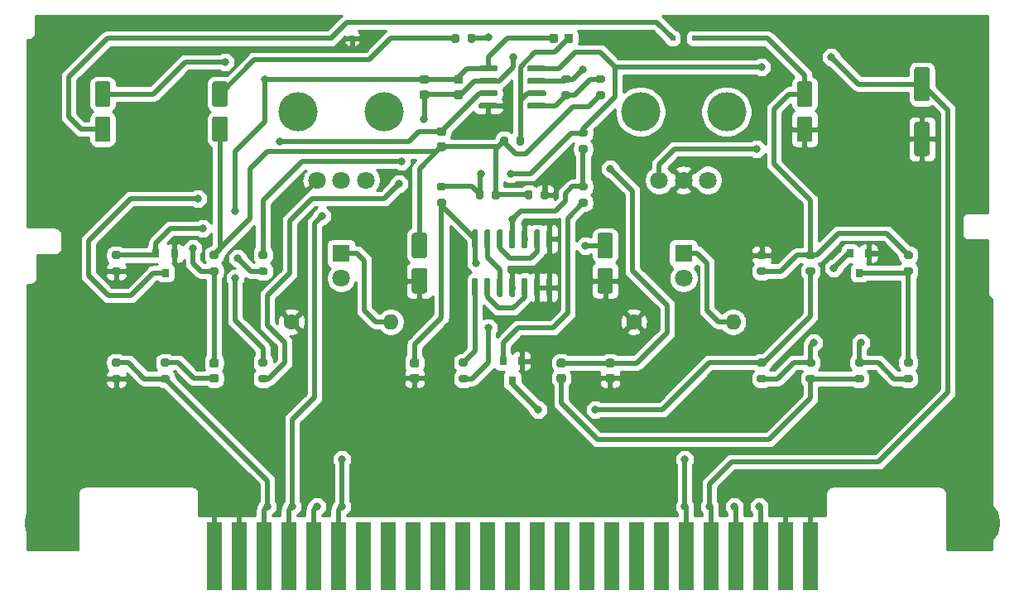
<source format=gbr>
G04 #@! TF.GenerationSoftware,KiCad,Pcbnew,(5.1.7)-1*
G04 #@! TF.CreationDate,2022-03-27T18:30:17-05:00*
G04 #@! TF.ProjectId,ConsolePedalBlueSoxSMT,436f6e73-6f6c-4655-9065-64616c426c75,rev?*
G04 #@! TF.SameCoordinates,Original*
G04 #@! TF.FileFunction,Copper,L1,Top*
G04 #@! TF.FilePolarity,Positive*
%FSLAX46Y46*%
G04 Gerber Fmt 4.6, Leading zero omitted, Abs format (unit mm)*
G04 Created by KiCad (PCBNEW (5.1.7)-1) date 2022-03-27 18:30:17*
%MOMM*%
%LPD*%
G01*
G04 APERTURE LIST*
G04 #@! TA.AperFunction,ComponentPad*
%ADD10C,1.600000*%
G04 #@! TD*
G04 #@! TA.AperFunction,ComponentPad*
%ADD11O,1.600000X1.600000*%
G04 #@! TD*
G04 #@! TA.AperFunction,ComponentPad*
%ADD12R,1.800000X1.800000*%
G04 #@! TD*
G04 #@! TA.AperFunction,ComponentPad*
%ADD13C,1.800000*%
G04 #@! TD*
G04 #@! TA.AperFunction,ComponentPad*
%ADD14C,5.000000*%
G04 #@! TD*
G04 #@! TA.AperFunction,ConnectorPad*
%ADD15R,1.500000X7.000000*%
G04 #@! TD*
G04 #@! TA.AperFunction,WasherPad*
%ADD16C,4.000000*%
G04 #@! TD*
G04 #@! TA.AperFunction,SMDPad,CuDef*
%ADD17R,0.500000X0.500000*%
G04 #@! TD*
G04 #@! TA.AperFunction,SMDPad,CuDef*
%ADD18R,0.800000X0.900000*%
G04 #@! TD*
G04 #@! TA.AperFunction,ViaPad*
%ADD19C,0.800000*%
G04 #@! TD*
G04 #@! TA.AperFunction,Conductor*
%ADD20C,0.500000*%
G04 #@! TD*
G04 #@! TA.AperFunction,Conductor*
%ADD21C,0.254000*%
G04 #@! TD*
G04 #@! TA.AperFunction,Conductor*
%ADD22C,0.100000*%
G04 #@! TD*
G04 APERTURE END LIST*
D10*
G04 #@! TO.P,R21,1*
G04 #@! TO.N,GND*
X110170000Y-102000000D03*
D11*
G04 #@! TO.P,R21,2*
G04 #@! TO.N,Net-(D3-Pad1)*
X120330000Y-102000000D03*
G04 #@! TD*
D12*
G04 #@! TO.P,D3,1*
G04 #@! TO.N,Net-(D3-Pad1)*
X115250000Y-95000000D03*
D13*
G04 #@! TO.P,D3,2*
G04 #@! TO.N,/LEDPower*
X115250000Y-97540000D03*
G04 #@! TD*
G04 #@! TO.P,D4,2*
G04 #@! TO.N,/LEDPower*
X150250000Y-97540000D03*
D12*
G04 #@! TO.P,D4,1*
G04 #@! TO.N,Net-(D4-Pad1)*
X150250000Y-95000000D03*
G04 #@! TD*
D14*
G04 #@! TO.P,H1,1*
G04 #@! TO.N,GND*
X85350000Y-122600000D03*
G04 #@! TD*
G04 #@! TO.P,H2,1*
G04 #@! TO.N,GND*
X180150000Y-122600000D03*
G04 #@! TD*
D15*
G04 #@! TO.P,J1,25*
G04 #@! TO.N,GND*
X163230000Y-126000000D03*
G04 #@! TO.P,J1,24*
X160690000Y-126000000D03*
G04 #@! TO.P,J1,23*
G04 #@! TO.N,/Input*
X158150000Y-126000000D03*
G04 #@! TO.P,J1,22*
G04 #@! TO.N,/Output*
X155610000Y-126000000D03*
G04 #@! TO.P,J1,21*
G04 #@! TO.N,+9V*
X153070000Y-126000000D03*
G04 #@! TO.P,J1,20*
G04 #@! TO.N,/LEDPower*
X150530000Y-126000000D03*
G04 #@! TO.P,J1,19*
G04 #@! TO.N,N/C*
X147990000Y-126000000D03*
G04 #@! TO.P,J1,18*
X145450000Y-126000000D03*
G04 #@! TO.P,J1,17*
X142910000Y-126000000D03*
G04 #@! TO.P,J1,16*
X140370000Y-126000000D03*
G04 #@! TO.P,J1,15*
X137830000Y-126000000D03*
G04 #@! TO.P,J1,14*
X135290000Y-126000000D03*
G04 #@! TO.P,J1,13*
X132750000Y-126000000D03*
G04 #@! TO.P,J1,12*
X130210000Y-126000000D03*
G04 #@! TO.P,J1,11*
X127670000Y-126000000D03*
G04 #@! TO.P,J1,10*
X125130000Y-126000000D03*
G04 #@! TO.P,J1,9*
X122590000Y-126000000D03*
G04 #@! TO.P,J1,8*
X120050000Y-126000000D03*
G04 #@! TO.P,J1,7*
X117510000Y-126000000D03*
G04 #@! TO.P,J1,6*
G04 #@! TO.N,/LEDPower*
X114970000Y-126000000D03*
G04 #@! TO.P,J1,5*
G04 #@! TO.N,+9V*
X112430000Y-126000000D03*
G04 #@! TO.P,J1,4*
G04 #@! TO.N,/Output*
X109890000Y-126000000D03*
G04 #@! TO.P,J1,3*
G04 #@! TO.N,/Input*
X107350000Y-126000000D03*
G04 #@! TO.P,J1,2*
G04 #@! TO.N,GND*
X104810000Y-126000000D03*
G04 #@! TO.P,J1,1*
X102270000Y-126000000D03*
G04 #@! TD*
D13*
G04 #@! TO.P,RV1,3*
G04 #@! TO.N,Net-(R17-Pad1)*
X147750000Y-87500000D03*
G04 #@! TO.P,RV1,2*
G04 #@! TO.N,GND*
X150250000Y-87500000D03*
G04 #@! TO.P,RV1,1*
G04 #@! TO.N,Net-(R15-Pad1)*
X152750000Y-87500000D03*
D16*
G04 #@! TO.P,RV1,*
G04 #@! TO.N,*
X145850000Y-80500000D03*
X154650000Y-80500000D03*
G04 #@! TD*
G04 #@! TO.P,RV2,*
G04 #@! TO.N,*
X119650000Y-80500000D03*
X110850000Y-80500000D03*
D13*
G04 #@! TO.P,RV2,1*
G04 #@! TO.N,Net-(C8-Pad2)*
X117750000Y-87500000D03*
G04 #@! TO.P,RV2,2*
G04 #@! TO.N,/Output*
X115250000Y-87500000D03*
G04 #@! TO.P,RV2,3*
G04 #@! TO.N,GND*
X112750000Y-87500000D03*
G04 #@! TD*
G04 #@! TO.P,C1,1*
G04 #@! TO.N,Net-(C1-Pad1)*
G04 #@! TA.AperFunction,SMDPad,CuDef*
G36*
G01*
X102000000Y-105775000D02*
X102500000Y-105775000D01*
G75*
G02*
X102725000Y-106000000I0J-225000D01*
G01*
X102725000Y-106450000D01*
G75*
G02*
X102500000Y-106675000I-225000J0D01*
G01*
X102000000Y-106675000D01*
G75*
G02*
X101775000Y-106450000I0J225000D01*
G01*
X101775000Y-106000000D01*
G75*
G02*
X102000000Y-105775000I225000J0D01*
G01*
G37*
G04 #@! TD.AperFunction*
G04 #@! TO.P,C1,2*
G04 #@! TO.N,Net-(C1-Pad2)*
G04 #@! TA.AperFunction,SMDPad,CuDef*
G36*
G01*
X102000000Y-107325000D02*
X102500000Y-107325000D01*
G75*
G02*
X102725000Y-107550000I0J-225000D01*
G01*
X102725000Y-108000000D01*
G75*
G02*
X102500000Y-108225000I-225000J0D01*
G01*
X102000000Y-108225000D01*
G75*
G02*
X101775000Y-108000000I0J225000D01*
G01*
X101775000Y-107550000D01*
G75*
G02*
X102000000Y-107325000I225000J0D01*
G01*
G37*
G04 #@! TD.AperFunction*
G04 #@! TD*
G04 #@! TO.P,C2,2*
G04 #@! TO.N,Net-(C1-Pad1)*
G04 #@! TA.AperFunction,SMDPad,CuDef*
G36*
G01*
X125750000Y-82987000D02*
X125250000Y-82987000D01*
G75*
G02*
X125025000Y-82762000I0J225000D01*
G01*
X125025000Y-82312000D01*
G75*
G02*
X125250000Y-82087000I225000J0D01*
G01*
X125750000Y-82087000D01*
G75*
G02*
X125975000Y-82312000I0J-225000D01*
G01*
X125975000Y-82762000D01*
G75*
G02*
X125750000Y-82987000I-225000J0D01*
G01*
G37*
G04 #@! TD.AperFunction*
G04 #@! TO.P,C2,1*
G04 #@! TO.N,/VREF*
G04 #@! TA.AperFunction,SMDPad,CuDef*
G36*
G01*
X125750000Y-84537000D02*
X125250000Y-84537000D01*
G75*
G02*
X125025000Y-84312000I0J225000D01*
G01*
X125025000Y-83862000D01*
G75*
G02*
X125250000Y-83637000I225000J0D01*
G01*
X125750000Y-83637000D01*
G75*
G02*
X125975000Y-83862000I0J-225000D01*
G01*
X125975000Y-84312000D01*
G75*
G02*
X125750000Y-84537000I-225000J0D01*
G01*
G37*
G04 #@! TD.AperFunction*
G04 #@! TD*
G04 #@! TO.P,C3,1*
G04 #@! TO.N,Net-(C10-Pad1)*
G04 #@! TA.AperFunction,SMDPad,CuDef*
G36*
G01*
X124000000Y-79225000D02*
X123500000Y-79225000D01*
G75*
G02*
X123275000Y-79000000I0J225000D01*
G01*
X123275000Y-78550000D01*
G75*
G02*
X123500000Y-78325000I225000J0D01*
G01*
X124000000Y-78325000D01*
G75*
G02*
X124225000Y-78550000I0J-225000D01*
G01*
X124225000Y-79000000D01*
G75*
G02*
X124000000Y-79225000I-225000J0D01*
G01*
G37*
G04 #@! TD.AperFunction*
G04 #@! TO.P,C3,2*
G04 #@! TO.N,Net-(C10-Pad2)*
G04 #@! TA.AperFunction,SMDPad,CuDef*
G36*
G01*
X124000000Y-77675000D02*
X123500000Y-77675000D01*
G75*
G02*
X123275000Y-77450000I0J225000D01*
G01*
X123275000Y-77000000D01*
G75*
G02*
X123500000Y-76775000I225000J0D01*
G01*
X124000000Y-76775000D01*
G75*
G02*
X124225000Y-77000000I0J-225000D01*
G01*
X124225000Y-77450000D01*
G75*
G02*
X124000000Y-77675000I-225000J0D01*
G01*
G37*
G04 #@! TD.AperFunction*
G04 #@! TD*
G04 #@! TO.P,C4,1*
G04 #@! TO.N,Net-(C4-Pad1)*
G04 #@! TA.AperFunction,SMDPad,CuDef*
G36*
G01*
X102300000Y-77400000D02*
X103400000Y-77400000D01*
G75*
G02*
X103650000Y-77650000I0J-250000D01*
G01*
X103650000Y-79750000D01*
G75*
G02*
X103400000Y-80000000I-250000J0D01*
G01*
X102300000Y-80000000D01*
G75*
G02*
X102050000Y-79750000I0J250000D01*
G01*
X102050000Y-77650000D01*
G75*
G02*
X102300000Y-77400000I250000J0D01*
G01*
G37*
G04 #@! TD.AperFunction*
G04 #@! TO.P,C4,2*
G04 #@! TO.N,/VREF*
G04 #@! TA.AperFunction,SMDPad,CuDef*
G36*
G01*
X102300000Y-81000000D02*
X103400000Y-81000000D01*
G75*
G02*
X103650000Y-81250000I0J-250000D01*
G01*
X103650000Y-83350000D01*
G75*
G02*
X103400000Y-83600000I-250000J0D01*
G01*
X102300000Y-83600000D01*
G75*
G02*
X102050000Y-83350000I0J250000D01*
G01*
X102050000Y-81250000D01*
G75*
G02*
X102300000Y-81000000I250000J0D01*
G01*
G37*
G04 #@! TD.AperFunction*
G04 #@! TD*
G04 #@! TO.P,C5,2*
G04 #@! TO.N,Net-(C5-Pad2)*
G04 #@! TA.AperFunction,SMDPad,CuDef*
G36*
G01*
X138075000Y-73250000D02*
X138075000Y-72750000D01*
G75*
G02*
X138300000Y-72525000I225000J0D01*
G01*
X138750000Y-72525000D01*
G75*
G02*
X138975000Y-72750000I0J-225000D01*
G01*
X138975000Y-73250000D01*
G75*
G02*
X138750000Y-73475000I-225000J0D01*
G01*
X138300000Y-73475000D01*
G75*
G02*
X138075000Y-73250000I0J225000D01*
G01*
G37*
G04 #@! TD.AperFunction*
G04 #@! TO.P,C5,1*
G04 #@! TO.N,Net-(C10-Pad2)*
G04 #@! TA.AperFunction,SMDPad,CuDef*
G36*
G01*
X136525000Y-73250000D02*
X136525000Y-72750000D01*
G75*
G02*
X136750000Y-72525000I225000J0D01*
G01*
X137200000Y-72525000D01*
G75*
G02*
X137425000Y-72750000I0J-225000D01*
G01*
X137425000Y-73250000D01*
G75*
G02*
X137200000Y-73475000I-225000J0D01*
G01*
X136750000Y-73475000D01*
G75*
G02*
X136525000Y-73250000I0J225000D01*
G01*
G37*
G04 #@! TD.AperFunction*
G04 #@! TD*
G04 #@! TO.P,C6,2*
G04 #@! TO.N,Net-(C6-Pad2)*
G04 #@! TA.AperFunction,SMDPad,CuDef*
G36*
G01*
X90300000Y-81000000D02*
X91400000Y-81000000D01*
G75*
G02*
X91650000Y-81250000I0J-250000D01*
G01*
X91650000Y-83350000D01*
G75*
G02*
X91400000Y-83600000I-250000J0D01*
G01*
X90300000Y-83600000D01*
G75*
G02*
X90050000Y-83350000I0J250000D01*
G01*
X90050000Y-81250000D01*
G75*
G02*
X90300000Y-81000000I250000J0D01*
G01*
G37*
G04 #@! TD.AperFunction*
G04 #@! TO.P,C6,1*
G04 #@! TO.N,Net-(C10-Pad2)*
G04 #@! TA.AperFunction,SMDPad,CuDef*
G36*
G01*
X90300000Y-77400000D02*
X91400000Y-77400000D01*
G75*
G02*
X91650000Y-77650000I0J-250000D01*
G01*
X91650000Y-79750000D01*
G75*
G02*
X91400000Y-80000000I-250000J0D01*
G01*
X90300000Y-80000000D01*
G75*
G02*
X90050000Y-79750000I0J250000D01*
G01*
X90050000Y-77650000D01*
G75*
G02*
X90300000Y-77400000I250000J0D01*
G01*
G37*
G04 #@! TD.AperFunction*
G04 #@! TD*
G04 #@! TO.P,C7,1*
G04 #@! TO.N,Net-(C7-Pad1)*
G04 #@! TA.AperFunction,SMDPad,CuDef*
G36*
G01*
X162100000Y-77400000D02*
X163200000Y-77400000D01*
G75*
G02*
X163450000Y-77650000I0J-250000D01*
G01*
X163450000Y-79750000D01*
G75*
G02*
X163200000Y-80000000I-250000J0D01*
G01*
X162100000Y-80000000D01*
G75*
G02*
X161850000Y-79750000I0J250000D01*
G01*
X161850000Y-77650000D01*
G75*
G02*
X162100000Y-77400000I250000J0D01*
G01*
G37*
G04 #@! TD.AperFunction*
G04 #@! TO.P,C7,2*
G04 #@! TO.N,GND*
G04 #@! TA.AperFunction,SMDPad,CuDef*
G36*
G01*
X162100000Y-81000000D02*
X163200000Y-81000000D01*
G75*
G02*
X163450000Y-81250000I0J-250000D01*
G01*
X163450000Y-83350000D01*
G75*
G02*
X163200000Y-83600000I-250000J0D01*
G01*
X162100000Y-83600000D01*
G75*
G02*
X161850000Y-83350000I0J250000D01*
G01*
X161850000Y-81250000D01*
G75*
G02*
X162100000Y-81000000I250000J0D01*
G01*
G37*
G04 #@! TD.AperFunction*
G04 #@! TD*
G04 #@! TO.P,C8,2*
G04 #@! TO.N,Net-(C8-Pad2)*
G04 #@! TA.AperFunction,SMDPad,CuDef*
G36*
G01*
X138000000Y-106675000D02*
X137500000Y-106675000D01*
G75*
G02*
X137275000Y-106450000I0J225000D01*
G01*
X137275000Y-106000000D01*
G75*
G02*
X137500000Y-105775000I225000J0D01*
G01*
X138000000Y-105775000D01*
G75*
G02*
X138225000Y-106000000I0J-225000D01*
G01*
X138225000Y-106450000D01*
G75*
G02*
X138000000Y-106675000I-225000J0D01*
G01*
G37*
G04 #@! TD.AperFunction*
G04 #@! TO.P,C8,1*
G04 #@! TO.N,Net-(C8-Pad1)*
G04 #@! TA.AperFunction,SMDPad,CuDef*
G36*
G01*
X138000000Y-108225000D02*
X137500000Y-108225000D01*
G75*
G02*
X137275000Y-108000000I0J225000D01*
G01*
X137275000Y-107550000D01*
G75*
G02*
X137500000Y-107325000I225000J0D01*
G01*
X138000000Y-107325000D01*
G75*
G02*
X138225000Y-107550000I0J-225000D01*
G01*
X138225000Y-108000000D01*
G75*
G02*
X138000000Y-108225000I-225000J0D01*
G01*
G37*
G04 #@! TD.AperFunction*
G04 #@! TD*
G04 #@! TO.P,C9,1*
G04 #@! TO.N,Net-(C8-Pad2)*
G04 #@! TA.AperFunction,SMDPad,CuDef*
G36*
G01*
X142500000Y-105775000D02*
X143000000Y-105775000D01*
G75*
G02*
X143225000Y-106000000I0J-225000D01*
G01*
X143225000Y-106450000D01*
G75*
G02*
X143000000Y-106675000I-225000J0D01*
G01*
X142500000Y-106675000D01*
G75*
G02*
X142275000Y-106450000I0J225000D01*
G01*
X142275000Y-106000000D01*
G75*
G02*
X142500000Y-105775000I225000J0D01*
G01*
G37*
G04 #@! TD.AperFunction*
G04 #@! TO.P,C9,2*
G04 #@! TO.N,GND*
G04 #@! TA.AperFunction,SMDPad,CuDef*
G36*
G01*
X142500000Y-107325000D02*
X143000000Y-107325000D01*
G75*
G02*
X143225000Y-107550000I0J-225000D01*
G01*
X143225000Y-108000000D01*
G75*
G02*
X143000000Y-108225000I-225000J0D01*
G01*
X142500000Y-108225000D01*
G75*
G02*
X142275000Y-108000000I0J225000D01*
G01*
X142275000Y-107550000D01*
G75*
G02*
X142500000Y-107325000I225000J0D01*
G01*
G37*
G04 #@! TD.AperFunction*
G04 #@! TD*
G04 #@! TO.P,C10,2*
G04 #@! TO.N,Net-(C10-Pad2)*
G04 #@! TA.AperFunction,SMDPad,CuDef*
G36*
G01*
X127500000Y-77675000D02*
X127000000Y-77675000D01*
G75*
G02*
X126775000Y-77450000I0J225000D01*
G01*
X126775000Y-77000000D01*
G75*
G02*
X127000000Y-76775000I225000J0D01*
G01*
X127500000Y-76775000D01*
G75*
G02*
X127725000Y-77000000I0J-225000D01*
G01*
X127725000Y-77450000D01*
G75*
G02*
X127500000Y-77675000I-225000J0D01*
G01*
G37*
G04 #@! TD.AperFunction*
G04 #@! TO.P,C10,1*
G04 #@! TO.N,Net-(C10-Pad1)*
G04 #@! TA.AperFunction,SMDPad,CuDef*
G36*
G01*
X127500000Y-79225000D02*
X127000000Y-79225000D01*
G75*
G02*
X126775000Y-79000000I0J225000D01*
G01*
X126775000Y-78550000D01*
G75*
G02*
X127000000Y-78325000I225000J0D01*
G01*
X127500000Y-78325000D01*
G75*
G02*
X127725000Y-78550000I0J-225000D01*
G01*
X127725000Y-79000000D01*
G75*
G02*
X127500000Y-79225000I-225000J0D01*
G01*
G37*
G04 #@! TD.AperFunction*
G04 #@! TD*
G04 #@! TO.P,C100,1*
G04 #@! TO.N,+9V*
G04 #@! TA.AperFunction,SMDPad,CuDef*
G36*
G01*
X174100000Y-75950000D02*
X175200000Y-75950000D01*
G75*
G02*
X175450000Y-76200000I0J-250000D01*
G01*
X175450000Y-79200000D01*
G75*
G02*
X175200000Y-79450000I-250000J0D01*
G01*
X174100000Y-79450000D01*
G75*
G02*
X173850000Y-79200000I0J250000D01*
G01*
X173850000Y-76200000D01*
G75*
G02*
X174100000Y-75950000I250000J0D01*
G01*
G37*
G04 #@! TD.AperFunction*
G04 #@! TO.P,C100,2*
G04 #@! TO.N,GND*
G04 #@! TA.AperFunction,SMDPad,CuDef*
G36*
G01*
X174100000Y-81550000D02*
X175200000Y-81550000D01*
G75*
G02*
X175450000Y-81800000I0J-250000D01*
G01*
X175450000Y-84800000D01*
G75*
G02*
X175200000Y-85050000I-250000J0D01*
G01*
X174100000Y-85050000D01*
G75*
G02*
X173850000Y-84800000I0J250000D01*
G01*
X173850000Y-81800000D01*
G75*
G02*
X174100000Y-81550000I250000J0D01*
G01*
G37*
G04 #@! TD.AperFunction*
G04 #@! TD*
G04 #@! TO.P,C101,2*
G04 #@! TO.N,GND*
G04 #@! TA.AperFunction,SMDPad,CuDef*
G36*
G01*
X122700000Y-96500000D02*
X123800000Y-96500000D01*
G75*
G02*
X124050000Y-96750000I0J-250000D01*
G01*
X124050000Y-98850000D01*
G75*
G02*
X123800000Y-99100000I-250000J0D01*
G01*
X122700000Y-99100000D01*
G75*
G02*
X122450000Y-98850000I0J250000D01*
G01*
X122450000Y-96750000D01*
G75*
G02*
X122700000Y-96500000I250000J0D01*
G01*
G37*
G04 #@! TD.AperFunction*
G04 #@! TO.P,C101,1*
G04 #@! TO.N,/VREF*
G04 #@! TA.AperFunction,SMDPad,CuDef*
G36*
G01*
X122700000Y-92900000D02*
X123800000Y-92900000D01*
G75*
G02*
X124050000Y-93150000I0J-250000D01*
G01*
X124050000Y-95250000D01*
G75*
G02*
X123800000Y-95500000I-250000J0D01*
G01*
X122700000Y-95500000D01*
G75*
G02*
X122450000Y-95250000I0J250000D01*
G01*
X122450000Y-93150000D01*
G75*
G02*
X122700000Y-92900000I250000J0D01*
G01*
G37*
G04 #@! TD.AperFunction*
G04 #@! TD*
G04 #@! TO.P,C102,1*
G04 #@! TO.N,VDD*
G04 #@! TA.AperFunction,SMDPad,CuDef*
G36*
G01*
X141700000Y-92900000D02*
X142800000Y-92900000D01*
G75*
G02*
X143050000Y-93150000I0J-250000D01*
G01*
X143050000Y-95250000D01*
G75*
G02*
X142800000Y-95500000I-250000J0D01*
G01*
X141700000Y-95500000D01*
G75*
G02*
X141450000Y-95250000I0J250000D01*
G01*
X141450000Y-93150000D01*
G75*
G02*
X141700000Y-92900000I250000J0D01*
G01*
G37*
G04 #@! TD.AperFunction*
G04 #@! TO.P,C102,2*
G04 #@! TO.N,GND*
G04 #@! TA.AperFunction,SMDPad,CuDef*
G36*
G01*
X141700000Y-96500000D02*
X142800000Y-96500000D01*
G75*
G02*
X143050000Y-96750000I0J-250000D01*
G01*
X143050000Y-98850000D01*
G75*
G02*
X142800000Y-99100000I-250000J0D01*
G01*
X141700000Y-99100000D01*
G75*
G02*
X141450000Y-98850000I0J250000D01*
G01*
X141450000Y-96750000D01*
G75*
G02*
X141700000Y-96500000I250000J0D01*
G01*
G37*
G04 #@! TD.AperFunction*
G04 #@! TD*
G04 #@! TO.P,C103,1*
G04 #@! TO.N,GND*
G04 #@! TA.AperFunction,SMDPad,CuDef*
G36*
G01*
X123000000Y-108225000D02*
X122500000Y-108225000D01*
G75*
G02*
X122275000Y-108000000I0J225000D01*
G01*
X122275000Y-107550000D01*
G75*
G02*
X122500000Y-107325000I225000J0D01*
G01*
X123000000Y-107325000D01*
G75*
G02*
X123225000Y-107550000I0J-225000D01*
G01*
X123225000Y-108000000D01*
G75*
G02*
X123000000Y-108225000I-225000J0D01*
G01*
G37*
G04 #@! TD.AperFunction*
G04 #@! TO.P,C103,2*
G04 #@! TO.N,VDD*
G04 #@! TA.AperFunction,SMDPad,CuDef*
G36*
G01*
X123000000Y-106675000D02*
X122500000Y-106675000D01*
G75*
G02*
X122275000Y-106450000I0J225000D01*
G01*
X122275000Y-106000000D01*
G75*
G02*
X122500000Y-105775000I225000J0D01*
G01*
X123000000Y-105775000D01*
G75*
G02*
X123225000Y-106000000I0J-225000D01*
G01*
X123225000Y-106450000D01*
G75*
G02*
X123000000Y-106675000I-225000J0D01*
G01*
G37*
G04 #@! TD.AperFunction*
G04 #@! TD*
D17*
G04 #@! TO.P,D1,2*
G04 #@! TO.N,Net-(C6-Pad2)*
X149150000Y-73000000D03*
G04 #@! TO.P,D1,1*
G04 #@! TO.N,Net-(C7-Pad1)*
X151350000Y-73000000D03*
G04 #@! TD*
G04 #@! TO.P,D2,1*
G04 #@! TO.N,Net-(C6-Pad2)*
X114150000Y-73000000D03*
G04 #@! TO.P,D2,2*
G04 #@! TO.N,GND*
X116350000Y-73000000D03*
G04 #@! TD*
G04 #@! TO.P,IC1,1*
G04 #@! TO.N,/Q1*
G04 #@! TA.AperFunction,SMDPad,CuDef*
G36*
G01*
X129090000Y-99450000D02*
X128790000Y-99450000D01*
G75*
G02*
X128640000Y-99300000I0J150000D01*
G01*
X128640000Y-97650000D01*
G75*
G02*
X128790000Y-97500000I150000J0D01*
G01*
X129090000Y-97500000D01*
G75*
G02*
X129240000Y-97650000I0J-150000D01*
G01*
X129240000Y-99300000D01*
G75*
G02*
X129090000Y-99450000I-150000J0D01*
G01*
G37*
G04 #@! TD.AperFunction*
G04 #@! TO.P,IC1,2*
G04 #@! TO.N,Net-(IC1-Pad2)*
G04 #@! TA.AperFunction,SMDPad,CuDef*
G36*
G01*
X130360000Y-99450000D02*
X130060000Y-99450000D01*
G75*
G02*
X129910000Y-99300000I0J150000D01*
G01*
X129910000Y-97650000D01*
G75*
G02*
X130060000Y-97500000I150000J0D01*
G01*
X130360000Y-97500000D01*
G75*
G02*
X130510000Y-97650000I0J-150000D01*
G01*
X130510000Y-99300000D01*
G75*
G02*
X130360000Y-99450000I-150000J0D01*
G01*
G37*
G04 #@! TD.AperFunction*
G04 #@! TO.P,IC1,3*
G04 #@! TO.N,Net-(IC1-Pad13)*
G04 #@! TA.AperFunction,SMDPad,CuDef*
G36*
G01*
X131630000Y-99450000D02*
X131330000Y-99450000D01*
G75*
G02*
X131180000Y-99300000I0J150000D01*
G01*
X131180000Y-97650000D01*
G75*
G02*
X131330000Y-97500000I150000J0D01*
G01*
X131630000Y-97500000D01*
G75*
G02*
X131780000Y-97650000I0J-150000D01*
G01*
X131780000Y-99300000D01*
G75*
G02*
X131630000Y-99450000I-150000J0D01*
G01*
G37*
G04 #@! TD.AperFunction*
G04 #@! TO.P,IC1,4*
G04 #@! TO.N,GND*
G04 #@! TA.AperFunction,SMDPad,CuDef*
G36*
G01*
X132900000Y-99450000D02*
X132600000Y-99450000D01*
G75*
G02*
X132450000Y-99300000I0J150000D01*
G01*
X132450000Y-97650000D01*
G75*
G02*
X132600000Y-97500000I150000J0D01*
G01*
X132900000Y-97500000D01*
G75*
G02*
X133050000Y-97650000I0J-150000D01*
G01*
X133050000Y-99300000D01*
G75*
G02*
X132900000Y-99450000I-150000J0D01*
G01*
G37*
G04 #@! TD.AperFunction*
G04 #@! TO.P,IC1,5*
G04 #@! TO.N,Net-(IC1-Pad2)*
G04 #@! TA.AperFunction,SMDPad,CuDef*
G36*
G01*
X134170000Y-99450000D02*
X133870000Y-99450000D01*
G75*
G02*
X133720000Y-99300000I0J150000D01*
G01*
X133720000Y-97650000D01*
G75*
G02*
X133870000Y-97500000I150000J0D01*
G01*
X134170000Y-97500000D01*
G75*
G02*
X134320000Y-97650000I0J-150000D01*
G01*
X134320000Y-99300000D01*
G75*
G02*
X134170000Y-99450000I-150000J0D01*
G01*
G37*
G04 #@! TD.AperFunction*
G04 #@! TO.P,IC1,6*
G04 #@! TO.N,GND*
G04 #@! TA.AperFunction,SMDPad,CuDef*
G36*
G01*
X135440000Y-99450000D02*
X135140000Y-99450000D01*
G75*
G02*
X134990000Y-99300000I0J150000D01*
G01*
X134990000Y-97650000D01*
G75*
G02*
X135140000Y-97500000I150000J0D01*
G01*
X135440000Y-97500000D01*
G75*
G02*
X135590000Y-97650000I0J-150000D01*
G01*
X135590000Y-99300000D01*
G75*
G02*
X135440000Y-99450000I-150000J0D01*
G01*
G37*
G04 #@! TD.AperFunction*
G04 #@! TO.P,IC1,7*
G04 #@! TA.AperFunction,SMDPad,CuDef*
G36*
G01*
X136710000Y-99450000D02*
X136410000Y-99450000D01*
G75*
G02*
X136260000Y-99300000I0J150000D01*
G01*
X136260000Y-97650000D01*
G75*
G02*
X136410000Y-97500000I150000J0D01*
G01*
X136710000Y-97500000D01*
G75*
G02*
X136860000Y-97650000I0J-150000D01*
G01*
X136860000Y-99300000D01*
G75*
G02*
X136710000Y-99450000I-150000J0D01*
G01*
G37*
G04 #@! TD.AperFunction*
G04 #@! TO.P,IC1,8*
G04 #@! TA.AperFunction,SMDPad,CuDef*
G36*
G01*
X136710000Y-94500000D02*
X136410000Y-94500000D01*
G75*
G02*
X136260000Y-94350000I0J150000D01*
G01*
X136260000Y-92700000D01*
G75*
G02*
X136410000Y-92550000I150000J0D01*
G01*
X136710000Y-92550000D01*
G75*
G02*
X136860000Y-92700000I0J-150000D01*
G01*
X136860000Y-94350000D01*
G75*
G02*
X136710000Y-94500000I-150000J0D01*
G01*
G37*
G04 #@! TD.AperFunction*
G04 #@! TO.P,IC1,9*
G04 #@! TO.N,Net-(IC1-Pad12)*
G04 #@! TA.AperFunction,SMDPad,CuDef*
G36*
G01*
X135440000Y-94500000D02*
X135140000Y-94500000D01*
G75*
G02*
X134990000Y-94350000I0J150000D01*
G01*
X134990000Y-92700000D01*
G75*
G02*
X135140000Y-92550000I150000J0D01*
G01*
X135440000Y-92550000D01*
G75*
G02*
X135590000Y-92700000I0J-150000D01*
G01*
X135590000Y-94350000D01*
G75*
G02*
X135440000Y-94500000I-150000J0D01*
G01*
G37*
G04 #@! TD.AperFunction*
G04 #@! TO.P,IC1,10*
G04 #@! TO.N,GND*
G04 #@! TA.AperFunction,SMDPad,CuDef*
G36*
G01*
X134170000Y-94500000D02*
X133870000Y-94500000D01*
G75*
G02*
X133720000Y-94350000I0J150000D01*
G01*
X133720000Y-92700000D01*
G75*
G02*
X133870000Y-92550000I150000J0D01*
G01*
X134170000Y-92550000D01*
G75*
G02*
X134320000Y-92700000I0J-150000D01*
G01*
X134320000Y-94350000D01*
G75*
G02*
X134170000Y-94500000I-150000J0D01*
G01*
G37*
G04 #@! TD.AperFunction*
G04 #@! TO.P,IC1,11*
G04 #@! TO.N,/CLK2*
G04 #@! TA.AperFunction,SMDPad,CuDef*
G36*
G01*
X132900000Y-94500000D02*
X132600000Y-94500000D01*
G75*
G02*
X132450000Y-94350000I0J150000D01*
G01*
X132450000Y-92700000D01*
G75*
G02*
X132600000Y-92550000I150000J0D01*
G01*
X132900000Y-92550000D01*
G75*
G02*
X133050000Y-92700000I0J-150000D01*
G01*
X133050000Y-94350000D01*
G75*
G02*
X132900000Y-94500000I-150000J0D01*
G01*
G37*
G04 #@! TD.AperFunction*
G04 #@! TO.P,IC1,12*
G04 #@! TO.N,Net-(IC1-Pad12)*
G04 #@! TA.AperFunction,SMDPad,CuDef*
G36*
G01*
X131630000Y-94500000D02*
X131330000Y-94500000D01*
G75*
G02*
X131180000Y-94350000I0J150000D01*
G01*
X131180000Y-92700000D01*
G75*
G02*
X131330000Y-92550000I150000J0D01*
G01*
X131630000Y-92550000D01*
G75*
G02*
X131780000Y-92700000I0J-150000D01*
G01*
X131780000Y-94350000D01*
G75*
G02*
X131630000Y-94500000I-150000J0D01*
G01*
G37*
G04 #@! TD.AperFunction*
G04 #@! TO.P,IC1,13*
G04 #@! TO.N,Net-(IC1-Pad13)*
G04 #@! TA.AperFunction,SMDPad,CuDef*
G36*
G01*
X130360000Y-94500000D02*
X130060000Y-94500000D01*
G75*
G02*
X129910000Y-94350000I0J150000D01*
G01*
X129910000Y-92700000D01*
G75*
G02*
X130060000Y-92550000I150000J0D01*
G01*
X130360000Y-92550000D01*
G75*
G02*
X130510000Y-92700000I0J-150000D01*
G01*
X130510000Y-94350000D01*
G75*
G02*
X130360000Y-94500000I-150000J0D01*
G01*
G37*
G04 #@! TD.AperFunction*
G04 #@! TO.P,IC1,14*
G04 #@! TO.N,VDD*
G04 #@! TA.AperFunction,SMDPad,CuDef*
G36*
G01*
X129090000Y-94500000D02*
X128790000Y-94500000D01*
G75*
G02*
X128640000Y-94350000I0J150000D01*
G01*
X128640000Y-92700000D01*
G75*
G02*
X128790000Y-92550000I150000J0D01*
G01*
X129090000Y-92550000D01*
G75*
G02*
X129240000Y-92700000I0J-150000D01*
G01*
X129240000Y-94350000D01*
G75*
G02*
X129090000Y-94500000I-150000J0D01*
G01*
G37*
G04 #@! TD.AperFunction*
G04 #@! TD*
D18*
G04 #@! TO.P,Q1,3*
G04 #@! TO.N,/CLK2*
X97250000Y-97000000D03*
G04 #@! TO.P,Q1,2*
G04 #@! TO.N,Net-(Q1-Pad2)*
X96300000Y-95000000D03*
G04 #@! TO.P,Q1,1*
G04 #@! TO.N,GND*
X98200000Y-95000000D03*
G04 #@! TD*
G04 #@! TO.P,Q2,1*
G04 #@! TO.N,GND*
X133700000Y-106000000D03*
G04 #@! TO.P,Q2,2*
G04 #@! TO.N,Net-(Q2-Pad2)*
X131800000Y-106000000D03*
G04 #@! TO.P,Q2,3*
G04 #@! TO.N,Net-(Q2-Pad3)*
X132750000Y-108000000D03*
G04 #@! TD*
G04 #@! TO.P,Q3,1*
G04 #@! TO.N,GND*
X169200000Y-95000000D03*
G04 #@! TO.P,Q3,2*
G04 #@! TO.N,Net-(Q3-Pad2)*
X167300000Y-95000000D03*
G04 #@! TO.P,Q3,3*
G04 #@! TO.N,Net-(Q3-Pad3)*
X168250000Y-97000000D03*
G04 #@! TD*
G04 #@! TO.P,R1,2*
G04 #@! TO.N,/Input*
G04 #@! TA.AperFunction,SMDPad,CuDef*
G36*
G01*
X92525000Y-106575000D02*
X91975000Y-106575000D01*
G75*
G02*
X91775000Y-106375000I0J200000D01*
G01*
X91775000Y-105975000D01*
G75*
G02*
X91975000Y-105775000I200000J0D01*
G01*
X92525000Y-105775000D01*
G75*
G02*
X92725000Y-105975000I0J-200000D01*
G01*
X92725000Y-106375000D01*
G75*
G02*
X92525000Y-106575000I-200000J0D01*
G01*
G37*
G04 #@! TD.AperFunction*
G04 #@! TO.P,R1,1*
G04 #@! TO.N,GND*
G04 #@! TA.AperFunction,SMDPad,CuDef*
G36*
G01*
X92525000Y-108225000D02*
X91975000Y-108225000D01*
G75*
G02*
X91775000Y-108025000I0J200000D01*
G01*
X91775000Y-107625000D01*
G75*
G02*
X91975000Y-107425000I200000J0D01*
G01*
X92525000Y-107425000D01*
G75*
G02*
X92725000Y-107625000I0J-200000D01*
G01*
X92725000Y-108025000D01*
G75*
G02*
X92525000Y-108225000I-200000J0D01*
G01*
G37*
G04 #@! TD.AperFunction*
G04 #@! TD*
G04 #@! TO.P,R2,1*
G04 #@! TO.N,Net-(C1-Pad2)*
G04 #@! TA.AperFunction,SMDPad,CuDef*
G36*
G01*
X96975000Y-105775000D02*
X97525000Y-105775000D01*
G75*
G02*
X97725000Y-105975000I0J-200000D01*
G01*
X97725000Y-106375000D01*
G75*
G02*
X97525000Y-106575000I-200000J0D01*
G01*
X96975000Y-106575000D01*
G75*
G02*
X96775000Y-106375000I0J200000D01*
G01*
X96775000Y-105975000D01*
G75*
G02*
X96975000Y-105775000I200000J0D01*
G01*
G37*
G04 #@! TD.AperFunction*
G04 #@! TO.P,R2,2*
G04 #@! TO.N,/Input*
G04 #@! TA.AperFunction,SMDPad,CuDef*
G36*
G01*
X96975000Y-107425000D02*
X97525000Y-107425000D01*
G75*
G02*
X97725000Y-107625000I0J-200000D01*
G01*
X97725000Y-108025000D01*
G75*
G02*
X97525000Y-108225000I-200000J0D01*
G01*
X96975000Y-108225000D01*
G75*
G02*
X96775000Y-108025000I0J200000D01*
G01*
X96775000Y-107625000D01*
G75*
G02*
X96975000Y-107425000I200000J0D01*
G01*
G37*
G04 #@! TD.AperFunction*
G04 #@! TD*
G04 #@! TO.P,R3,1*
G04 #@! TO.N,Net-(C1-Pad1)*
G04 #@! TA.AperFunction,SMDPad,CuDef*
G36*
G01*
X102525000Y-97225000D02*
X101975000Y-97225000D01*
G75*
G02*
X101775000Y-97025000I0J200000D01*
G01*
X101775000Y-96625000D01*
G75*
G02*
X101975000Y-96425000I200000J0D01*
G01*
X102525000Y-96425000D01*
G75*
G02*
X102725000Y-96625000I0J-200000D01*
G01*
X102725000Y-97025000D01*
G75*
G02*
X102525000Y-97225000I-200000J0D01*
G01*
G37*
G04 #@! TD.AperFunction*
G04 #@! TO.P,R3,2*
G04 #@! TO.N,/VREF*
G04 #@! TA.AperFunction,SMDPad,CuDef*
G36*
G01*
X102525000Y-95575000D02*
X101975000Y-95575000D01*
G75*
G02*
X101775000Y-95375000I0J200000D01*
G01*
X101775000Y-94975000D01*
G75*
G02*
X101975000Y-94775000I200000J0D01*
G01*
X102525000Y-94775000D01*
G75*
G02*
X102725000Y-94975000I0J-200000D01*
G01*
X102725000Y-95375000D01*
G75*
G02*
X102525000Y-95575000I-200000J0D01*
G01*
G37*
G04 #@! TD.AperFunction*
G04 #@! TD*
G04 #@! TO.P,R4,1*
G04 #@! TO.N,Net-(C10-Pad2)*
G04 #@! TA.AperFunction,SMDPad,CuDef*
G36*
G01*
X106975000Y-105775000D02*
X107525000Y-105775000D01*
G75*
G02*
X107725000Y-105975000I0J-200000D01*
G01*
X107725000Y-106375000D01*
G75*
G02*
X107525000Y-106575000I-200000J0D01*
G01*
X106975000Y-106575000D01*
G75*
G02*
X106775000Y-106375000I0J200000D01*
G01*
X106775000Y-105975000D01*
G75*
G02*
X106975000Y-105775000I200000J0D01*
G01*
G37*
G04 #@! TD.AperFunction*
G04 #@! TO.P,R4,2*
G04 #@! TO.N,Net-(C10-Pad1)*
G04 #@! TA.AperFunction,SMDPad,CuDef*
G36*
G01*
X106975000Y-107425000D02*
X107525000Y-107425000D01*
G75*
G02*
X107725000Y-107625000I0J-200000D01*
G01*
X107725000Y-108025000D01*
G75*
G02*
X107525000Y-108225000I-200000J0D01*
G01*
X106975000Y-108225000D01*
G75*
G02*
X106775000Y-108025000I0J200000D01*
G01*
X106775000Y-107625000D01*
G75*
G02*
X106975000Y-107425000I200000J0D01*
G01*
G37*
G04 #@! TD.AperFunction*
G04 #@! TD*
G04 #@! TO.P,R5,1*
G04 #@! TO.N,Net-(C4-Pad1)*
G04 #@! TA.AperFunction,SMDPad,CuDef*
G36*
G01*
X126525000Y-73275000D02*
X126525000Y-72725000D01*
G75*
G02*
X126725000Y-72525000I200000J0D01*
G01*
X127125000Y-72525000D01*
G75*
G02*
X127325000Y-72725000I0J-200000D01*
G01*
X127325000Y-73275000D01*
G75*
G02*
X127125000Y-73475000I-200000J0D01*
G01*
X126725000Y-73475000D01*
G75*
G02*
X126525000Y-73275000I0J200000D01*
G01*
G37*
G04 #@! TD.AperFunction*
G04 #@! TO.P,R5,2*
G04 #@! TO.N,Net-(C10-Pad1)*
G04 #@! TA.AperFunction,SMDPad,CuDef*
G36*
G01*
X128175000Y-73275000D02*
X128175000Y-72725000D01*
G75*
G02*
X128375000Y-72525000I200000J0D01*
G01*
X128775000Y-72525000D01*
G75*
G02*
X128975000Y-72725000I0J-200000D01*
G01*
X128975000Y-73275000D01*
G75*
G02*
X128775000Y-73475000I-200000J0D01*
G01*
X128375000Y-73475000D01*
G75*
G02*
X128175000Y-73275000I0J200000D01*
G01*
G37*
G04 #@! TD.AperFunction*
G04 #@! TD*
G04 #@! TO.P,R6,1*
G04 #@! TO.N,Net-(C5-Pad2)*
G04 #@! TA.AperFunction,SMDPad,CuDef*
G36*
G01*
X133975000Y-83225000D02*
X133975000Y-83775000D01*
G75*
G02*
X133775000Y-83975000I-200000J0D01*
G01*
X133375000Y-83975000D01*
G75*
G02*
X133175000Y-83775000I0J200000D01*
G01*
X133175000Y-83225000D01*
G75*
G02*
X133375000Y-83025000I200000J0D01*
G01*
X133775000Y-83025000D01*
G75*
G02*
X133975000Y-83225000I0J-200000D01*
G01*
G37*
G04 #@! TD.AperFunction*
G04 #@! TO.P,R6,2*
G04 #@! TO.N,/VREF*
G04 #@! TA.AperFunction,SMDPad,CuDef*
G36*
G01*
X132325000Y-83225000D02*
X132325000Y-83775000D01*
G75*
G02*
X132125000Y-83975000I-200000J0D01*
G01*
X131725000Y-83975000D01*
G75*
G02*
X131525000Y-83775000I0J200000D01*
G01*
X131525000Y-83225000D01*
G75*
G02*
X131725000Y-83025000I200000J0D01*
G01*
X132125000Y-83025000D01*
G75*
G02*
X132325000Y-83225000I0J-200000D01*
G01*
G37*
G04 #@! TD.AperFunction*
G04 #@! TD*
G04 #@! TO.P,R7,2*
G04 #@! TO.N,Net-(R7-Pad2)*
G04 #@! TA.AperFunction,SMDPad,CuDef*
G36*
G01*
X138525000Y-77575000D02*
X137975000Y-77575000D01*
G75*
G02*
X137775000Y-77375000I0J200000D01*
G01*
X137775000Y-76975000D01*
G75*
G02*
X137975000Y-76775000I200000J0D01*
G01*
X138525000Y-76775000D01*
G75*
G02*
X138725000Y-76975000I0J-200000D01*
G01*
X138725000Y-77375000D01*
G75*
G02*
X138525000Y-77575000I-200000J0D01*
G01*
G37*
G04 #@! TD.AperFunction*
G04 #@! TO.P,R7,1*
G04 #@! TO.N,Net-(R7-Pad1)*
G04 #@! TA.AperFunction,SMDPad,CuDef*
G36*
G01*
X138525000Y-79225000D02*
X137975000Y-79225000D01*
G75*
G02*
X137775000Y-79025000I0J200000D01*
G01*
X137775000Y-78625000D01*
G75*
G02*
X137975000Y-78425000I200000J0D01*
G01*
X138525000Y-78425000D01*
G75*
G02*
X138725000Y-78625000I0J-200000D01*
G01*
X138725000Y-79025000D01*
G75*
G02*
X138525000Y-79225000I-200000J0D01*
G01*
G37*
G04 #@! TD.AperFunction*
G04 #@! TD*
G04 #@! TO.P,R8,1*
G04 #@! TO.N,Net-(R7-Pad1)*
G04 #@! TA.AperFunction,SMDPad,CuDef*
G36*
G01*
X141475000Y-76775000D02*
X142025000Y-76775000D01*
G75*
G02*
X142225000Y-76975000I0J-200000D01*
G01*
X142225000Y-77375000D01*
G75*
G02*
X142025000Y-77575000I-200000J0D01*
G01*
X141475000Y-77575000D01*
G75*
G02*
X141275000Y-77375000I0J200000D01*
G01*
X141275000Y-76975000D01*
G75*
G02*
X141475000Y-76775000I200000J0D01*
G01*
G37*
G04 #@! TD.AperFunction*
G04 #@! TO.P,R8,2*
G04 #@! TO.N,/VREF*
G04 #@! TA.AperFunction,SMDPad,CuDef*
G36*
G01*
X141475000Y-78425000D02*
X142025000Y-78425000D01*
G75*
G02*
X142225000Y-78625000I0J-200000D01*
G01*
X142225000Y-79025000D01*
G75*
G02*
X142025000Y-79225000I-200000J0D01*
G01*
X141475000Y-79225000D01*
G75*
G02*
X141275000Y-79025000I0J200000D01*
G01*
X141275000Y-78625000D01*
G75*
G02*
X141475000Y-78425000I200000J0D01*
G01*
G37*
G04 #@! TD.AperFunction*
G04 #@! TD*
G04 #@! TO.P,R9,2*
G04 #@! TO.N,Net-(Q1-Pad2)*
G04 #@! TA.AperFunction,SMDPad,CuDef*
G36*
G01*
X106975000Y-96425000D02*
X107525000Y-96425000D01*
G75*
G02*
X107725000Y-96625000I0J-200000D01*
G01*
X107725000Y-97025000D01*
G75*
G02*
X107525000Y-97225000I-200000J0D01*
G01*
X106975000Y-97225000D01*
G75*
G02*
X106775000Y-97025000I0J200000D01*
G01*
X106775000Y-96625000D01*
G75*
G02*
X106975000Y-96425000I200000J0D01*
G01*
G37*
G04 #@! TD.AperFunction*
G04 #@! TO.P,R9,1*
G04 #@! TO.N,Net-(R7-Pad2)*
G04 #@! TA.AperFunction,SMDPad,CuDef*
G36*
G01*
X106975000Y-94775000D02*
X107525000Y-94775000D01*
G75*
G02*
X107725000Y-94975000I0J-200000D01*
G01*
X107725000Y-95375000D01*
G75*
G02*
X107525000Y-95575000I-200000J0D01*
G01*
X106975000Y-95575000D01*
G75*
G02*
X106775000Y-95375000I0J200000D01*
G01*
X106775000Y-94975000D01*
G75*
G02*
X106975000Y-94775000I200000J0D01*
G01*
G37*
G04 #@! TD.AperFunction*
G04 #@! TD*
G04 #@! TO.P,R10,1*
G04 #@! TO.N,Net-(Q1-Pad2)*
G04 #@! TA.AperFunction,SMDPad,CuDef*
G36*
G01*
X91975000Y-94775000D02*
X92525000Y-94775000D01*
G75*
G02*
X92725000Y-94975000I0J-200000D01*
G01*
X92725000Y-95375000D01*
G75*
G02*
X92525000Y-95575000I-200000J0D01*
G01*
X91975000Y-95575000D01*
G75*
G02*
X91775000Y-95375000I0J200000D01*
G01*
X91775000Y-94975000D01*
G75*
G02*
X91975000Y-94775000I200000J0D01*
G01*
G37*
G04 #@! TD.AperFunction*
G04 #@! TO.P,R10,2*
G04 #@! TO.N,GND*
G04 #@! TA.AperFunction,SMDPad,CuDef*
G36*
G01*
X91975000Y-96425000D02*
X92525000Y-96425000D01*
G75*
G02*
X92725000Y-96625000I0J-200000D01*
G01*
X92725000Y-97025000D01*
G75*
G02*
X92525000Y-97225000I-200000J0D01*
G01*
X91975000Y-97225000D01*
G75*
G02*
X91775000Y-97025000I0J200000D01*
G01*
X91775000Y-96625000D01*
G75*
G02*
X91975000Y-96425000I200000J0D01*
G01*
G37*
G04 #@! TD.AperFunction*
G04 #@! TD*
G04 #@! TO.P,R11,2*
G04 #@! TO.N,/CLK2*
G04 #@! TA.AperFunction,SMDPad,CuDef*
G36*
G01*
X139725000Y-83925000D02*
X140275000Y-83925000D01*
G75*
G02*
X140475000Y-84125000I0J-200000D01*
G01*
X140475000Y-84525000D01*
G75*
G02*
X140275000Y-84725000I-200000J0D01*
G01*
X139725000Y-84725000D01*
G75*
G02*
X139525000Y-84525000I0J200000D01*
G01*
X139525000Y-84125000D01*
G75*
G02*
X139725000Y-83925000I200000J0D01*
G01*
G37*
G04 #@! TD.AperFunction*
G04 #@! TO.P,R11,1*
G04 #@! TO.N,+9V*
G04 #@! TA.AperFunction,SMDPad,CuDef*
G36*
G01*
X139725000Y-82275000D02*
X140275000Y-82275000D01*
G75*
G02*
X140475000Y-82475000I0J-200000D01*
G01*
X140475000Y-82875000D01*
G75*
G02*
X140275000Y-83075000I-200000J0D01*
G01*
X139725000Y-83075000D01*
G75*
G02*
X139525000Y-82875000I0J200000D01*
G01*
X139525000Y-82475000D01*
G75*
G02*
X139725000Y-82275000I200000J0D01*
G01*
G37*
G04 #@! TD.AperFunction*
G04 #@! TD*
G04 #@! TO.P,R12,2*
G04 #@! TO.N,Net-(Q2-Pad2)*
G04 #@! TA.AperFunction,SMDPad,CuDef*
G36*
G01*
X139725000Y-89425000D02*
X140275000Y-89425000D01*
G75*
G02*
X140475000Y-89625000I0J-200000D01*
G01*
X140475000Y-90025000D01*
G75*
G02*
X140275000Y-90225000I-200000J0D01*
G01*
X139725000Y-90225000D01*
G75*
G02*
X139525000Y-90025000I0J200000D01*
G01*
X139525000Y-89625000D01*
G75*
G02*
X139725000Y-89425000I200000J0D01*
G01*
G37*
G04 #@! TD.AperFunction*
G04 #@! TO.P,R12,1*
G04 #@! TO.N,/CLK2*
G04 #@! TA.AperFunction,SMDPad,CuDef*
G36*
G01*
X139725000Y-87775000D02*
X140275000Y-87775000D01*
G75*
G02*
X140475000Y-87975000I0J-200000D01*
G01*
X140475000Y-88375000D01*
G75*
G02*
X140275000Y-88575000I-200000J0D01*
G01*
X139725000Y-88575000D01*
G75*
G02*
X139525000Y-88375000I0J200000D01*
G01*
X139525000Y-87975000D01*
G75*
G02*
X139725000Y-87775000I200000J0D01*
G01*
G37*
G04 #@! TD.AperFunction*
G04 #@! TD*
G04 #@! TO.P,R13,1*
G04 #@! TO.N,Net-(Q2-Pad3)*
G04 #@! TA.AperFunction,SMDPad,CuDef*
G36*
G01*
X163525000Y-97225000D02*
X162975000Y-97225000D01*
G75*
G02*
X162775000Y-97025000I0J200000D01*
G01*
X162775000Y-96625000D01*
G75*
G02*
X162975000Y-96425000I200000J0D01*
G01*
X163525000Y-96425000D01*
G75*
G02*
X163725000Y-96625000I0J-200000D01*
G01*
X163725000Y-97025000D01*
G75*
G02*
X163525000Y-97225000I-200000J0D01*
G01*
G37*
G04 #@! TD.AperFunction*
G04 #@! TO.P,R13,2*
G04 #@! TO.N,Net-(C7-Pad1)*
G04 #@! TA.AperFunction,SMDPad,CuDef*
G36*
G01*
X163525000Y-95575000D02*
X162975000Y-95575000D01*
G75*
G02*
X162775000Y-95375000I0J200000D01*
G01*
X162775000Y-94975000D01*
G75*
G02*
X162975000Y-94775000I200000J0D01*
G01*
X163525000Y-94775000D01*
G75*
G02*
X163725000Y-94975000I0J-200000D01*
G01*
X163725000Y-95375000D01*
G75*
G02*
X163525000Y-95575000I-200000J0D01*
G01*
G37*
G04 #@! TD.AperFunction*
G04 #@! TD*
G04 #@! TO.P,R14,1*
G04 #@! TO.N,GND*
G04 #@! TA.AperFunction,SMDPad,CuDef*
G36*
G01*
X157975000Y-94775000D02*
X158525000Y-94775000D01*
G75*
G02*
X158725000Y-94975000I0J-200000D01*
G01*
X158725000Y-95375000D01*
G75*
G02*
X158525000Y-95575000I-200000J0D01*
G01*
X157975000Y-95575000D01*
G75*
G02*
X157775000Y-95375000I0J200000D01*
G01*
X157775000Y-94975000D01*
G75*
G02*
X157975000Y-94775000I200000J0D01*
G01*
G37*
G04 #@! TD.AperFunction*
G04 #@! TO.P,R14,2*
G04 #@! TO.N,Net-(C7-Pad1)*
G04 #@! TA.AperFunction,SMDPad,CuDef*
G36*
G01*
X157975000Y-96425000D02*
X158525000Y-96425000D01*
G75*
G02*
X158725000Y-96625000I0J-200000D01*
G01*
X158725000Y-97025000D01*
G75*
G02*
X158525000Y-97225000I-200000J0D01*
G01*
X157975000Y-97225000D01*
G75*
G02*
X157775000Y-97025000I0J200000D01*
G01*
X157775000Y-96625000D01*
G75*
G02*
X157975000Y-96425000I200000J0D01*
G01*
G37*
G04 #@! TD.AperFunction*
G04 #@! TD*
G04 #@! TO.P,R15,2*
G04 #@! TO.N,Net-(Q2-Pad3)*
G04 #@! TA.AperFunction,SMDPad,CuDef*
G36*
G01*
X158525000Y-106575000D02*
X157975000Y-106575000D01*
G75*
G02*
X157775000Y-106375000I0J200000D01*
G01*
X157775000Y-105975000D01*
G75*
G02*
X157975000Y-105775000I200000J0D01*
G01*
X158525000Y-105775000D01*
G75*
G02*
X158725000Y-105975000I0J-200000D01*
G01*
X158725000Y-106375000D01*
G75*
G02*
X158525000Y-106575000I-200000J0D01*
G01*
G37*
G04 #@! TD.AperFunction*
G04 #@! TO.P,R15,1*
G04 #@! TO.N,Net-(R15-Pad1)*
G04 #@! TA.AperFunction,SMDPad,CuDef*
G36*
G01*
X158525000Y-108225000D02*
X157975000Y-108225000D01*
G75*
G02*
X157775000Y-108025000I0J200000D01*
G01*
X157775000Y-107625000D01*
G75*
G02*
X157975000Y-107425000I200000J0D01*
G01*
X158525000Y-107425000D01*
G75*
G02*
X158725000Y-107625000I0J-200000D01*
G01*
X158725000Y-108025000D01*
G75*
G02*
X158525000Y-108225000I-200000J0D01*
G01*
G37*
G04 #@! TD.AperFunction*
G04 #@! TD*
G04 #@! TO.P,R16,1*
G04 #@! TO.N,Net-(R15-Pad1)*
G04 #@! TA.AperFunction,SMDPad,CuDef*
G36*
G01*
X162975000Y-105775000D02*
X163525000Y-105775000D01*
G75*
G02*
X163725000Y-105975000I0J-200000D01*
G01*
X163725000Y-106375000D01*
G75*
G02*
X163525000Y-106575000I-200000J0D01*
G01*
X162975000Y-106575000D01*
G75*
G02*
X162775000Y-106375000I0J200000D01*
G01*
X162775000Y-105975000D01*
G75*
G02*
X162975000Y-105775000I200000J0D01*
G01*
G37*
G04 #@! TD.AperFunction*
G04 #@! TO.P,R16,2*
G04 #@! TO.N,Net-(C8-Pad1)*
G04 #@! TA.AperFunction,SMDPad,CuDef*
G36*
G01*
X162975000Y-107425000D02*
X163525000Y-107425000D01*
G75*
G02*
X163725000Y-107625000I0J-200000D01*
G01*
X163725000Y-108025000D01*
G75*
G02*
X163525000Y-108225000I-200000J0D01*
G01*
X162975000Y-108225000D01*
G75*
G02*
X162775000Y-108025000I0J200000D01*
G01*
X162775000Y-107625000D01*
G75*
G02*
X162975000Y-107425000I200000J0D01*
G01*
G37*
G04 #@! TD.AperFunction*
G04 #@! TD*
G04 #@! TO.P,R17,2*
G04 #@! TO.N,Net-(C8-Pad1)*
G04 #@! TA.AperFunction,SMDPad,CuDef*
G36*
G01*
X167975000Y-107425000D02*
X168525000Y-107425000D01*
G75*
G02*
X168725000Y-107625000I0J-200000D01*
G01*
X168725000Y-108025000D01*
G75*
G02*
X168525000Y-108225000I-200000J0D01*
G01*
X167975000Y-108225000D01*
G75*
G02*
X167775000Y-108025000I0J200000D01*
G01*
X167775000Y-107625000D01*
G75*
G02*
X167975000Y-107425000I200000J0D01*
G01*
G37*
G04 #@! TD.AperFunction*
G04 #@! TO.P,R17,1*
G04 #@! TO.N,Net-(R17-Pad1)*
G04 #@! TA.AperFunction,SMDPad,CuDef*
G36*
G01*
X167975000Y-105775000D02*
X168525000Y-105775000D01*
G75*
G02*
X168725000Y-105975000I0J-200000D01*
G01*
X168725000Y-106375000D01*
G75*
G02*
X168525000Y-106575000I-200000J0D01*
G01*
X167975000Y-106575000D01*
G75*
G02*
X167775000Y-106375000I0J200000D01*
G01*
X167775000Y-105975000D01*
G75*
G02*
X167975000Y-105775000I200000J0D01*
G01*
G37*
G04 #@! TD.AperFunction*
G04 #@! TD*
G04 #@! TO.P,R18,1*
G04 #@! TO.N,Net-(Q3-Pad3)*
G04 #@! TA.AperFunction,SMDPad,CuDef*
G36*
G01*
X172975000Y-105775000D02*
X173525000Y-105775000D01*
G75*
G02*
X173725000Y-105975000I0J-200000D01*
G01*
X173725000Y-106375000D01*
G75*
G02*
X173525000Y-106575000I-200000J0D01*
G01*
X172975000Y-106575000D01*
G75*
G02*
X172775000Y-106375000I0J200000D01*
G01*
X172775000Y-105975000D01*
G75*
G02*
X172975000Y-105775000I200000J0D01*
G01*
G37*
G04 #@! TD.AperFunction*
G04 #@! TO.P,R18,2*
G04 #@! TO.N,Net-(R17-Pad1)*
G04 #@! TA.AperFunction,SMDPad,CuDef*
G36*
G01*
X172975000Y-107425000D02*
X173525000Y-107425000D01*
G75*
G02*
X173725000Y-107625000I0J-200000D01*
G01*
X173725000Y-108025000D01*
G75*
G02*
X173525000Y-108225000I-200000J0D01*
G01*
X172975000Y-108225000D01*
G75*
G02*
X172775000Y-108025000I0J200000D01*
G01*
X172775000Y-107625000D01*
G75*
G02*
X172975000Y-107425000I200000J0D01*
G01*
G37*
G04 #@! TD.AperFunction*
G04 #@! TD*
G04 #@! TO.P,R19,2*
G04 #@! TO.N,Net-(C7-Pad1)*
G04 #@! TA.AperFunction,SMDPad,CuDef*
G36*
G01*
X173525000Y-95575000D02*
X172975000Y-95575000D01*
G75*
G02*
X172775000Y-95375000I0J200000D01*
G01*
X172775000Y-94975000D01*
G75*
G02*
X172975000Y-94775000I200000J0D01*
G01*
X173525000Y-94775000D01*
G75*
G02*
X173725000Y-94975000I0J-200000D01*
G01*
X173725000Y-95375000D01*
G75*
G02*
X173525000Y-95575000I-200000J0D01*
G01*
G37*
G04 #@! TD.AperFunction*
G04 #@! TO.P,R19,1*
G04 #@! TO.N,Net-(Q3-Pad3)*
G04 #@! TA.AperFunction,SMDPad,CuDef*
G36*
G01*
X173525000Y-97225000D02*
X172975000Y-97225000D01*
G75*
G02*
X172775000Y-97025000I0J200000D01*
G01*
X172775000Y-96625000D01*
G75*
G02*
X172975000Y-96425000I200000J0D01*
G01*
X173525000Y-96425000D01*
G75*
G02*
X173725000Y-96625000I0J-200000D01*
G01*
X173725000Y-97025000D01*
G75*
G02*
X173525000Y-97225000I-200000J0D01*
G01*
G37*
G04 #@! TD.AperFunction*
G04 #@! TD*
G04 #@! TO.P,R20,2*
G04 #@! TO.N,Net-(Q3-Pad2)*
G04 #@! TA.AperFunction,SMDPad,CuDef*
G36*
G01*
X127475000Y-107425000D02*
X128025000Y-107425000D01*
G75*
G02*
X128225000Y-107625000I0J-200000D01*
G01*
X128225000Y-108025000D01*
G75*
G02*
X128025000Y-108225000I-200000J0D01*
G01*
X127475000Y-108225000D01*
G75*
G02*
X127275000Y-108025000I0J200000D01*
G01*
X127275000Y-107625000D01*
G75*
G02*
X127475000Y-107425000I200000J0D01*
G01*
G37*
G04 #@! TD.AperFunction*
G04 #@! TO.P,R20,1*
G04 #@! TO.N,/Q1*
G04 #@! TA.AperFunction,SMDPad,CuDef*
G36*
G01*
X127475000Y-105775000D02*
X128025000Y-105775000D01*
G75*
G02*
X128225000Y-105975000I0J-200000D01*
G01*
X128225000Y-106375000D01*
G75*
G02*
X128025000Y-106575000I-200000J0D01*
G01*
X127475000Y-106575000D01*
G75*
G02*
X127275000Y-106375000I0J200000D01*
G01*
X127275000Y-105975000D01*
G75*
G02*
X127475000Y-105775000I200000J0D01*
G01*
G37*
G04 #@! TD.AperFunction*
G04 #@! TD*
D10*
G04 #@! TO.P,R22,1*
G04 #@! TO.N,GND*
X145170000Y-102000000D03*
D11*
G04 #@! TO.P,R22,2*
G04 #@! TO.N,Net-(D4-Pad1)*
X155330000Y-102000000D03*
G04 #@! TD*
G04 #@! TO.P,R101,2*
G04 #@! TO.N,+9V*
G04 #@! TA.AperFunction,SMDPad,CuDef*
G36*
G01*
X129825000Y-88725000D02*
X129825000Y-89275000D01*
G75*
G02*
X129625000Y-89475000I-200000J0D01*
G01*
X129225000Y-89475000D01*
G75*
G02*
X129025000Y-89275000I0J200000D01*
G01*
X129025000Y-88725000D01*
G75*
G02*
X129225000Y-88525000I200000J0D01*
G01*
X129625000Y-88525000D01*
G75*
G02*
X129825000Y-88725000I0J-200000D01*
G01*
G37*
G04 #@! TD.AperFunction*
G04 #@! TO.P,R101,1*
G04 #@! TO.N,/VREF*
G04 #@! TA.AperFunction,SMDPad,CuDef*
G36*
G01*
X131475000Y-88725000D02*
X131475000Y-89275000D01*
G75*
G02*
X131275000Y-89475000I-200000J0D01*
G01*
X130875000Y-89475000D01*
G75*
G02*
X130675000Y-89275000I0J200000D01*
G01*
X130675000Y-88725000D01*
G75*
G02*
X130875000Y-88525000I200000J0D01*
G01*
X131275000Y-88525000D01*
G75*
G02*
X131475000Y-88725000I0J-200000D01*
G01*
G37*
G04 #@! TD.AperFunction*
G04 #@! TD*
G04 #@! TO.P,R102,1*
G04 #@! TO.N,GND*
G04 #@! TA.AperFunction,SMDPad,CuDef*
G36*
G01*
X136475000Y-88725000D02*
X136475000Y-89275000D01*
G75*
G02*
X136275000Y-89475000I-200000J0D01*
G01*
X135875000Y-89475000D01*
G75*
G02*
X135675000Y-89275000I0J200000D01*
G01*
X135675000Y-88725000D01*
G75*
G02*
X135875000Y-88525000I200000J0D01*
G01*
X136275000Y-88525000D01*
G75*
G02*
X136475000Y-88725000I0J-200000D01*
G01*
G37*
G04 #@! TD.AperFunction*
G04 #@! TO.P,R102,2*
G04 #@! TO.N,/VREF*
G04 #@! TA.AperFunction,SMDPad,CuDef*
G36*
G01*
X134825000Y-88725000D02*
X134825000Y-89275000D01*
G75*
G02*
X134625000Y-89475000I-200000J0D01*
G01*
X134225000Y-89475000D01*
G75*
G02*
X134025000Y-89275000I0J200000D01*
G01*
X134025000Y-88725000D01*
G75*
G02*
X134225000Y-88525000I200000J0D01*
G01*
X134625000Y-88525000D01*
G75*
G02*
X134825000Y-88725000I0J-200000D01*
G01*
G37*
G04 #@! TD.AperFunction*
G04 #@! TD*
G04 #@! TO.P,R103,2*
G04 #@! TO.N,+9V*
G04 #@! TA.AperFunction,SMDPad,CuDef*
G36*
G01*
X125775000Y-88575000D02*
X125225000Y-88575000D01*
G75*
G02*
X125025000Y-88375000I0J200000D01*
G01*
X125025000Y-87975000D01*
G75*
G02*
X125225000Y-87775000I200000J0D01*
G01*
X125775000Y-87775000D01*
G75*
G02*
X125975000Y-87975000I0J-200000D01*
G01*
X125975000Y-88375000D01*
G75*
G02*
X125775000Y-88575000I-200000J0D01*
G01*
G37*
G04 #@! TD.AperFunction*
G04 #@! TO.P,R103,1*
G04 #@! TO.N,VDD*
G04 #@! TA.AperFunction,SMDPad,CuDef*
G36*
G01*
X125775000Y-90225000D02*
X125225000Y-90225000D01*
G75*
G02*
X125025000Y-90025000I0J200000D01*
G01*
X125025000Y-89625000D01*
G75*
G02*
X125225000Y-89425000I200000J0D01*
G01*
X125775000Y-89425000D01*
G75*
G02*
X125975000Y-89625000I0J-200000D01*
G01*
X125975000Y-90025000D01*
G75*
G02*
X125775000Y-90225000I-200000J0D01*
G01*
G37*
G04 #@! TD.AperFunction*
G04 #@! TD*
G04 #@! TO.P,U1,1*
G04 #@! TO.N,Net-(C10-Pad2)*
G04 #@! TA.AperFunction,SMDPad,CuDef*
G36*
G01*
X129300000Y-76245000D02*
X129300000Y-75945000D01*
G75*
G02*
X129450000Y-75795000I150000J0D01*
G01*
X131100000Y-75795000D01*
G75*
G02*
X131250000Y-75945000I0J-150000D01*
G01*
X131250000Y-76245000D01*
G75*
G02*
X131100000Y-76395000I-150000J0D01*
G01*
X129450000Y-76395000D01*
G75*
G02*
X129300000Y-76245000I0J150000D01*
G01*
G37*
G04 #@! TD.AperFunction*
G04 #@! TO.P,U1,2*
G04 #@! TO.N,Net-(C10-Pad1)*
G04 #@! TA.AperFunction,SMDPad,CuDef*
G36*
G01*
X129300000Y-77515000D02*
X129300000Y-77215000D01*
G75*
G02*
X129450000Y-77065000I150000J0D01*
G01*
X131100000Y-77065000D01*
G75*
G02*
X131250000Y-77215000I0J-150000D01*
G01*
X131250000Y-77515000D01*
G75*
G02*
X131100000Y-77665000I-150000J0D01*
G01*
X129450000Y-77665000D01*
G75*
G02*
X129300000Y-77515000I0J150000D01*
G01*
G37*
G04 #@! TD.AperFunction*
G04 #@! TO.P,U1,3*
G04 #@! TO.N,Net-(C1-Pad1)*
G04 #@! TA.AperFunction,SMDPad,CuDef*
G36*
G01*
X129300000Y-78785000D02*
X129300000Y-78485000D01*
G75*
G02*
X129450000Y-78335000I150000J0D01*
G01*
X131100000Y-78335000D01*
G75*
G02*
X131250000Y-78485000I0J-150000D01*
G01*
X131250000Y-78785000D01*
G75*
G02*
X131100000Y-78935000I-150000J0D01*
G01*
X129450000Y-78935000D01*
G75*
G02*
X129300000Y-78785000I0J150000D01*
G01*
G37*
G04 #@! TD.AperFunction*
G04 #@! TO.P,U1,4*
G04 #@! TO.N,GND*
G04 #@! TA.AperFunction,SMDPad,CuDef*
G36*
G01*
X129300000Y-80055000D02*
X129300000Y-79755000D01*
G75*
G02*
X129450000Y-79605000I150000J0D01*
G01*
X131100000Y-79605000D01*
G75*
G02*
X131250000Y-79755000I0J-150000D01*
G01*
X131250000Y-80055000D01*
G75*
G02*
X131100000Y-80205000I-150000J0D01*
G01*
X129450000Y-80205000D01*
G75*
G02*
X129300000Y-80055000I0J150000D01*
G01*
G37*
G04 #@! TD.AperFunction*
G04 #@! TO.P,U1,5*
G04 #@! TO.N,Net-(R7-Pad1)*
G04 #@! TA.AperFunction,SMDPad,CuDef*
G36*
G01*
X134250000Y-80055000D02*
X134250000Y-79755000D01*
G75*
G02*
X134400000Y-79605000I150000J0D01*
G01*
X136050000Y-79605000D01*
G75*
G02*
X136200000Y-79755000I0J-150000D01*
G01*
X136200000Y-80055000D01*
G75*
G02*
X136050000Y-80205000I-150000J0D01*
G01*
X134400000Y-80205000D01*
G75*
G02*
X134250000Y-80055000I0J150000D01*
G01*
G37*
G04 #@! TD.AperFunction*
G04 #@! TO.P,U1,6*
G04 #@! TO.N,Net-(C5-Pad2)*
G04 #@! TA.AperFunction,SMDPad,CuDef*
G36*
G01*
X134250000Y-78785000D02*
X134250000Y-78485000D01*
G75*
G02*
X134400000Y-78335000I150000J0D01*
G01*
X136050000Y-78335000D01*
G75*
G02*
X136200000Y-78485000I0J-150000D01*
G01*
X136200000Y-78785000D01*
G75*
G02*
X136050000Y-78935000I-150000J0D01*
G01*
X134400000Y-78935000D01*
G75*
G02*
X134250000Y-78785000I0J150000D01*
G01*
G37*
G04 #@! TD.AperFunction*
G04 #@! TO.P,U1,7*
G04 #@! TO.N,Net-(R7-Pad2)*
G04 #@! TA.AperFunction,SMDPad,CuDef*
G36*
G01*
X134250000Y-77515000D02*
X134250000Y-77215000D01*
G75*
G02*
X134400000Y-77065000I150000J0D01*
G01*
X136050000Y-77065000D01*
G75*
G02*
X136200000Y-77215000I0J-150000D01*
G01*
X136200000Y-77515000D01*
G75*
G02*
X136050000Y-77665000I-150000J0D01*
G01*
X134400000Y-77665000D01*
G75*
G02*
X134250000Y-77515000I0J150000D01*
G01*
G37*
G04 #@! TD.AperFunction*
G04 #@! TO.P,U1,8*
G04 #@! TO.N,+9V*
G04 #@! TA.AperFunction,SMDPad,CuDef*
G36*
G01*
X134250000Y-76245000D02*
X134250000Y-75945000D01*
G75*
G02*
X134400000Y-75795000I150000J0D01*
G01*
X136050000Y-75795000D01*
G75*
G02*
X136200000Y-75945000I0J-150000D01*
G01*
X136200000Y-76245000D01*
G75*
G02*
X136050000Y-76395000I-150000J0D01*
G01*
X134400000Y-76395000D01*
G75*
G02*
X134250000Y-76245000I0J150000D01*
G01*
G37*
G04 #@! TD.AperFunction*
G04 #@! TD*
D19*
G04 #@! TO.N,GND*
X102616000Y-120904000D03*
X105156000Y-120904000D03*
X160528000Y-120904000D03*
X163068000Y-120904000D03*
X170942000Y-94996000D03*
X130302000Y-81280000D03*
X136144000Y-87376000D03*
X136398000Y-100584000D03*
G04 #@! TO.N,Net-(C1-Pad1)*
X100076000Y-94488000D03*
X108966000Y-83566000D03*
G04 #@! TO.N,/LEDPower*
X150368000Y-120904000D03*
X115316000Y-120904000D03*
X150368000Y-116078000D03*
X115316000Y-116078000D03*
G04 #@! TO.N,/Input*
X107696000Y-120904000D03*
X157988000Y-120904000D03*
G04 #@! TO.N,/Output*
X110236000Y-120904000D03*
X155448000Y-120904000D03*
X113284000Y-91186000D03*
G04 #@! TO.N,+9V*
X152908000Y-120904000D03*
X112776000Y-120904000D03*
X165354000Y-74930000D03*
X158242000Y-75946000D03*
X132588000Y-86868000D03*
X129540000Y-86868000D03*
G04 #@! TO.N,Net-(C8-Pad2)*
X142748000Y-86360000D03*
G04 #@! TO.N,VDD*
X129032000Y-96012000D03*
X140208000Y-94234000D03*
G04 #@! TO.N,/CLK2*
X132750000Y-91532000D03*
X100584000Y-89408000D03*
G04 #@! TO.N,Net-(Q1-Pad2)*
X101092000Y-92456000D03*
X104648000Y-95504000D03*
G04 #@! TO.N,Net-(Q2-Pad3)*
X141224000Y-110998000D03*
X135382000Y-110998000D03*
G04 #@! TO.N,Net-(Q3-Pad2)*
X165608000Y-96520000D03*
X130302000Y-102616000D03*
G04 #@! TO.N,Net-(R7-Pad2)*
X121412000Y-85598000D03*
X139954000Y-76200000D03*
G04 #@! TO.N,Net-(R15-Pad1)*
X163576000Y-104140000D03*
G04 #@! TO.N,Net-(R17-Pad1)*
X157734000Y-84328000D03*
X168402000Y-104140000D03*
G04 #@! TO.N,Net-(C10-Pad1)*
X130302000Y-72898000D03*
X132842000Y-74930000D03*
X123698000Y-81280000D03*
X121158000Y-87884000D03*
G04 #@! TO.N,Net-(C10-Pad2)*
X107442000Y-77216000D03*
X103378000Y-75438000D03*
X104394000Y-90678000D03*
X104394000Y-97536000D03*
G04 #@! TD*
D20*
G04 #@! TO.N,GND*
X160690000Y-121066000D02*
X160528000Y-120904000D01*
X160690000Y-126000000D02*
X160690000Y-121066000D01*
X163230000Y-121066000D02*
X163068000Y-120904000D01*
X163230000Y-126000000D02*
X163230000Y-121066000D01*
X170938000Y-95000000D02*
X170942000Y-94996000D01*
X169200000Y-95000000D02*
X170938000Y-95000000D01*
X130275000Y-81253000D02*
X130302000Y-81280000D01*
X130275000Y-79905000D02*
X130275000Y-81253000D01*
X136075000Y-87445000D02*
X136144000Y-87376000D01*
X136075000Y-89000000D02*
X136075000Y-87445000D01*
X136560000Y-100422000D02*
X136398000Y-100584000D01*
X136560000Y-98475000D02*
X136560000Y-100422000D01*
X102270000Y-121250000D02*
X102616000Y-120904000D01*
X102270000Y-126000000D02*
X102270000Y-121250000D01*
X104810000Y-121250000D02*
X105156000Y-120904000D01*
X104810000Y-126000000D02*
X104810000Y-121250000D01*
G04 #@! TO.N,Net-(C1-Pad1)*
X102250000Y-106225000D02*
X102250000Y-96825000D01*
X129402000Y-78635000D02*
X125500000Y-82537000D01*
X130275000Y-78635000D02*
X129402000Y-78635000D01*
X102250000Y-96825000D02*
X100889000Y-96825000D01*
X100076000Y-96012000D02*
X100076000Y-94488000D01*
X100889000Y-96825000D02*
X100076000Y-96012000D01*
X125500000Y-82537000D02*
X123203000Y-82537000D01*
X122174000Y-83566000D02*
X108966000Y-83566000D01*
X123203000Y-82537000D02*
X122174000Y-83566000D01*
G04 #@! TO.N,Net-(C1-Pad2)*
X97250000Y-106175000D02*
X98555000Y-106175000D01*
X100155000Y-107775000D02*
X102250000Y-107775000D01*
X98555000Y-106175000D02*
X100155000Y-107775000D01*
G04 #@! TO.N,/LEDPower*
X150250000Y-120786000D02*
X150368000Y-120904000D01*
X115250000Y-120838000D02*
X115316000Y-120904000D01*
X150368000Y-120904000D02*
X150368000Y-116078000D01*
X115316000Y-120904000D02*
X115316000Y-116078000D01*
X114970000Y-121250000D02*
X115316000Y-120904000D01*
X114970000Y-126000000D02*
X114970000Y-121250000D01*
X150530000Y-121066000D02*
X150368000Y-120904000D01*
X150530000Y-126000000D02*
X150530000Y-121066000D01*
G04 #@! TO.N,/Input*
X92250000Y-106175000D02*
X93475000Y-106175000D01*
X95125000Y-107825000D02*
X97250000Y-107825000D01*
X93475000Y-106175000D02*
X95125000Y-107825000D01*
X107696000Y-118271000D02*
X97250000Y-107825000D01*
X107696000Y-120904000D02*
X107696000Y-118271000D01*
X107350000Y-121250000D02*
X107696000Y-120904000D01*
X107350000Y-126000000D02*
X107350000Y-121250000D01*
X158150000Y-121066000D02*
X157988000Y-120904000D01*
X158150000Y-126000000D02*
X158150000Y-121066000D01*
G04 #@! TO.N,/Output*
X109890000Y-121250000D02*
X110236000Y-120904000D01*
X109890000Y-126000000D02*
X109890000Y-121250000D01*
X155610000Y-121066000D02*
X155448000Y-120904000D01*
X155610000Y-126000000D02*
X155610000Y-121066000D01*
X110236000Y-120904000D02*
X110236000Y-112014000D01*
X110236000Y-112014000D02*
X112522000Y-109728000D01*
X112522000Y-91948000D02*
X113284000Y-91186000D01*
X112522000Y-109728000D02*
X112522000Y-91948000D01*
G04 #@! TO.N,+9V*
X128600000Y-88175000D02*
X129425000Y-89000000D01*
X125500000Y-88175000D02*
X128600000Y-88175000D01*
X152908000Y-120904000D02*
X152908000Y-118618000D01*
X152908000Y-118618000D02*
X155194000Y-116332000D01*
X155194000Y-116332000D02*
X170180000Y-116332000D01*
X170180000Y-116332000D02*
X177292000Y-109220000D01*
X177292000Y-80342000D02*
X174650000Y-77700000D01*
X177292000Y-109220000D02*
X177292000Y-80342000D01*
X140000000Y-82675000D02*
X140000000Y-82250000D01*
X140000000Y-82250000D02*
X143256000Y-78994000D01*
X143256000Y-78994000D02*
X143256000Y-75946000D01*
X143256000Y-75946000D02*
X141732000Y-74422000D01*
X141732000Y-74422000D02*
X139192000Y-74422000D01*
X137519000Y-76095000D02*
X135225000Y-76095000D01*
X139192000Y-74422000D02*
X137519000Y-76095000D01*
X168124000Y-77700000D02*
X165354000Y-74930000D01*
X174650000Y-77700000D02*
X168124000Y-77700000D01*
X143256000Y-75946000D02*
X158242000Y-75946000D01*
X140000000Y-82675000D02*
X138813000Y-82675000D01*
X134620000Y-86868000D02*
X132588000Y-86868000D01*
X138813000Y-82675000D02*
X134620000Y-86868000D01*
X129425000Y-86983000D02*
X129540000Y-86868000D01*
X129425000Y-89000000D02*
X129425000Y-86983000D01*
X112430000Y-121250000D02*
X112776000Y-120904000D01*
X112430000Y-126000000D02*
X112430000Y-121250000D01*
X153070000Y-121066000D02*
X152908000Y-120904000D01*
X153070000Y-126000000D02*
X153070000Y-121066000D01*
G04 #@! TO.N,/VREF*
X102850000Y-94575000D02*
X102250000Y-95175000D01*
X102850000Y-82300000D02*
X102850000Y-94575000D01*
X131075000Y-84350000D02*
X131925000Y-83500000D01*
X131075000Y-89000000D02*
X131075000Y-84350000D01*
X134425000Y-89000000D02*
X131075000Y-89000000D01*
X123250000Y-86337000D02*
X125500000Y-84087000D01*
X123250000Y-94200000D02*
X123250000Y-86337000D01*
X131338000Y-84087000D02*
X131925000Y-83500000D01*
X125500000Y-84087000D02*
X131338000Y-84087000D01*
X107696000Y-84582000D02*
X125005000Y-84582000D01*
X105918000Y-86360000D02*
X107696000Y-84582000D01*
X105918000Y-91440000D02*
X105918000Y-86360000D01*
X102250000Y-95108000D02*
X105918000Y-91440000D01*
X125005000Y-84582000D02*
X125500000Y-84087000D01*
X102250000Y-95175000D02*
X102250000Y-95108000D01*
X131925000Y-83500000D02*
X131925000Y-83665000D01*
X131925000Y-83665000D02*
X133096000Y-84836000D01*
X133096000Y-84836000D02*
X134112000Y-84836000D01*
X134112000Y-84836000D02*
X138938000Y-80010000D01*
X140565000Y-80010000D02*
X141750000Y-78825000D01*
X138938000Y-80010000D02*
X140565000Y-80010000D01*
G04 #@! TO.N,Net-(C4-Pad1)*
X126925000Y-73000000D02*
X120294000Y-73000000D01*
X120294000Y-73000000D02*
X118110000Y-75184000D01*
X106366000Y-75184000D02*
X102850000Y-78700000D01*
X118110000Y-75184000D02*
X106366000Y-75184000D01*
G04 #@! TO.N,Net-(C5-Pad2)*
X134250000Y-78635000D02*
X135225000Y-78635000D01*
X133575000Y-79310000D02*
X134250000Y-78635000D01*
X138525000Y-73000000D02*
X137103000Y-74422000D01*
X133575000Y-75921456D02*
X133575000Y-79981000D01*
X135074456Y-74422000D02*
X133575000Y-75921456D01*
X137103000Y-74422000D02*
X135074456Y-74422000D01*
X133575000Y-79981000D02*
X133575000Y-79310000D01*
X133575000Y-83500000D02*
X133575000Y-79981000D01*
G04 #@! TO.N,Net-(C6-Pad2)*
X114150000Y-73000000D02*
X114198000Y-73000000D01*
X114198000Y-73000000D02*
X115824000Y-71374000D01*
X147524000Y-71374000D02*
X149150000Y-73000000D01*
X115824000Y-71374000D02*
X147524000Y-71374000D01*
X90850000Y-82300000D02*
X88650000Y-82300000D01*
X88650000Y-82300000D02*
X87376000Y-81026000D01*
X87376000Y-81026000D02*
X87376000Y-76962000D01*
X91338000Y-73000000D02*
X114150000Y-73000000D01*
X87376000Y-76962000D02*
X91338000Y-73000000D01*
G04 #@! TO.N,Net-(C7-Pad1)*
X162650000Y-78700000D02*
X162650000Y-76798000D01*
X158852000Y-73000000D02*
X151350000Y-73000000D01*
X162650000Y-76798000D02*
X158852000Y-73000000D01*
X158250000Y-96825000D02*
X160223000Y-96825000D01*
X161873000Y-95175000D02*
X163250000Y-95175000D01*
X160223000Y-96825000D02*
X161873000Y-95175000D01*
X163250000Y-95175000D02*
X163905000Y-95175000D01*
X163905000Y-95175000D02*
X166116000Y-92964000D01*
X171039000Y-92964000D02*
X173250000Y-95175000D01*
X166116000Y-92964000D02*
X171039000Y-92964000D01*
X163250000Y-95175000D02*
X163250000Y-89590000D01*
X163250000Y-89590000D02*
X159512000Y-85852000D01*
X159512000Y-85852000D02*
X159512000Y-80264000D01*
X161076000Y-78700000D02*
X162650000Y-78700000D01*
X159512000Y-80264000D02*
X161076000Y-78700000D01*
G04 #@! TO.N,Net-(C8-Pad1)*
X137750000Y-107775000D02*
X137750000Y-110318000D01*
X137750000Y-110318000D02*
X141478000Y-114046000D01*
X141478000Y-114046000D02*
X159004000Y-114046000D01*
X163250000Y-109800000D02*
X163250000Y-107825000D01*
X159004000Y-114046000D02*
X163250000Y-109800000D01*
X163250000Y-107825000D02*
X168250000Y-107825000D01*
G04 #@! TO.N,Net-(C8-Pad2)*
X137750000Y-106225000D02*
X142750000Y-106225000D01*
X142750000Y-106225000D02*
X145489000Y-106225000D01*
X145489000Y-106225000D02*
X148590000Y-103124000D01*
X148590000Y-103124000D02*
X148590000Y-100330000D01*
X148590000Y-100330000D02*
X145034000Y-96774000D01*
X145034000Y-88646000D02*
X142748000Y-86360000D01*
X145034000Y-96774000D02*
X145034000Y-88646000D01*
G04 #@! TO.N,VDD*
X125500000Y-90085000D02*
X125500000Y-89825000D01*
X128940000Y-93525000D02*
X125500000Y-90085000D01*
X122750000Y-106225000D02*
X122750000Y-104326000D01*
X125500000Y-101576000D02*
X125500000Y-89825000D01*
X122750000Y-104326000D02*
X125500000Y-101576000D01*
X128940000Y-95920000D02*
X129032000Y-96012000D01*
X128940000Y-93525000D02*
X128940000Y-95920000D01*
X140242000Y-94200000D02*
X140208000Y-94234000D01*
X142250000Y-94200000D02*
X140242000Y-94200000D01*
G04 #@! TO.N,Net-(D3-Pad1)*
X120330000Y-102000000D02*
X118764000Y-102000000D01*
X118764000Y-102000000D02*
X117602000Y-100838000D01*
X117602000Y-100838000D02*
X117602000Y-95758000D01*
X116844000Y-95000000D02*
X115250000Y-95000000D01*
X117602000Y-95758000D02*
X116844000Y-95000000D01*
G04 #@! TO.N,/Q1*
X128940000Y-104985000D02*
X127750000Y-106175000D01*
X128940000Y-98475000D02*
X128940000Y-104985000D01*
G04 #@! TO.N,Net-(IC1-Pad2)*
X130210000Y-98475000D02*
X130210000Y-99476000D01*
X130210000Y-99476000D02*
X131318000Y-100584000D01*
X134020000Y-99450000D02*
X134020000Y-98475000D01*
X132886000Y-100584000D02*
X134020000Y-99450000D01*
X131318000Y-100584000D02*
X132886000Y-100584000D01*
G04 #@! TO.N,Net-(IC1-Pad12)*
X135290000Y-94834000D02*
X135290000Y-93525000D01*
X134620000Y-95504000D02*
X135290000Y-94834000D01*
X132484000Y-95504000D02*
X134620000Y-95504000D01*
X131480000Y-94500000D02*
X132484000Y-95504000D01*
X131480000Y-93525000D02*
X131480000Y-94500000D01*
G04 #@! TO.N,Net-(IC1-Pad13)*
X131480000Y-98475000D02*
X131480000Y-96682000D01*
X130210000Y-95412000D02*
X130210000Y-93525000D01*
X131480000Y-96682000D02*
X130210000Y-95412000D01*
G04 #@! TO.N,/CLK2*
X140000000Y-88175000D02*
X140000000Y-84325000D01*
X132750000Y-91532000D02*
X133604000Y-90678000D01*
X133604000Y-90678000D02*
X137160000Y-90678000D01*
X137160000Y-90678000D02*
X138176000Y-89662000D01*
X138176000Y-89662000D02*
X138176000Y-88900000D01*
X138901000Y-88175000D02*
X140000000Y-88175000D01*
X138176000Y-88900000D02*
X138901000Y-88175000D01*
X132750000Y-93525000D02*
X132750000Y-91532000D01*
X97250000Y-97000000D02*
X96040000Y-97000000D01*
X96040000Y-97000000D02*
X93726000Y-99314000D01*
X93726000Y-99314000D02*
X91440000Y-99314000D01*
X91440000Y-99314000D02*
X89408000Y-97282000D01*
X89408000Y-97282000D02*
X89408000Y-93726000D01*
X93726000Y-89408000D02*
X100584000Y-89408000D01*
X89408000Y-93726000D02*
X93726000Y-89408000D01*
G04 #@! TO.N,Net-(Q1-Pad2)*
X96125000Y-95175000D02*
X96300000Y-95000000D01*
X92250000Y-95175000D02*
X96125000Y-95175000D01*
X96300000Y-95000000D02*
X96300000Y-93946000D01*
X97790000Y-92456000D02*
X101092000Y-92456000D01*
X96300000Y-93946000D02*
X97790000Y-92456000D01*
X105969000Y-96825000D02*
X104648000Y-95504000D01*
X107250000Y-96825000D02*
X105969000Y-96825000D01*
G04 #@! TO.N,Net-(Q2-Pad2)*
X131800000Y-106000000D02*
X131800000Y-104166000D01*
X131800000Y-104166000D02*
X133350000Y-102616000D01*
X133350000Y-102616000D02*
X136906000Y-102616000D01*
X136906000Y-102616000D02*
X138430000Y-101092000D01*
X138430000Y-91395000D02*
X140000000Y-89825000D01*
X138430000Y-101092000D02*
X138430000Y-91395000D01*
G04 #@! TO.N,Net-(Q2-Pad3)*
X158250000Y-106175000D02*
X158493000Y-106175000D01*
X163250000Y-101418000D02*
X163250000Y-96825000D01*
X158493000Y-106175000D02*
X163250000Y-101418000D01*
X158250000Y-106175000D02*
X152905000Y-106175000D01*
X148082000Y-110998000D02*
X141224000Y-110998000D01*
X152905000Y-106175000D02*
X148082000Y-110998000D01*
X132750000Y-108366000D02*
X135382000Y-110998000D01*
X132750000Y-108000000D02*
X132750000Y-108366000D01*
G04 #@! TO.N,Net-(Q3-Pad2)*
X167128000Y-95000000D02*
X165608000Y-96520000D01*
X167300000Y-95000000D02*
X167128000Y-95000000D01*
X127750000Y-107825000D02*
X128649000Y-107825000D01*
X130302000Y-106172000D02*
X130302000Y-102616000D01*
X128649000Y-107825000D02*
X130302000Y-106172000D01*
G04 #@! TO.N,Net-(Q3-Pad3)*
X173250000Y-106175000D02*
X173250000Y-96825000D01*
X173075000Y-97000000D02*
X173250000Y-96825000D01*
X168250000Y-97000000D02*
X173075000Y-97000000D01*
G04 #@! TO.N,Net-(R7-Pad2)*
X138060000Y-77365000D02*
X138250000Y-77175000D01*
X135225000Y-77365000D02*
X138060000Y-77365000D01*
X107250000Y-95175000D02*
X107250000Y-89600000D01*
X111252000Y-85598000D02*
X121412000Y-85598000D01*
X107250000Y-89600000D02*
X111252000Y-85598000D01*
X138979000Y-77175000D02*
X139954000Y-76200000D01*
X138250000Y-77175000D02*
X138979000Y-77175000D01*
G04 #@! TO.N,Net-(R7-Pad1)*
X137170000Y-79905000D02*
X138250000Y-78825000D01*
X135225000Y-79905000D02*
X137170000Y-79905000D01*
X138250000Y-78825000D02*
X139107000Y-78825000D01*
X140757000Y-77175000D02*
X141750000Y-77175000D01*
X139107000Y-78825000D02*
X140757000Y-77175000D01*
G04 #@! TO.N,Net-(R15-Pad1)*
X158250000Y-107825000D02*
X159891000Y-107825000D01*
X161541000Y-106175000D02*
X163250000Y-106175000D01*
X159891000Y-107825000D02*
X161541000Y-106175000D01*
X163250000Y-104466000D02*
X163576000Y-104140000D01*
X163250000Y-106175000D02*
X163250000Y-104466000D01*
G04 #@! TO.N,Net-(R17-Pad1)*
X173250000Y-107825000D02*
X171833000Y-107825000D01*
X170183000Y-106175000D02*
X168250000Y-106175000D01*
X171833000Y-107825000D02*
X170183000Y-106175000D01*
X147750000Y-87500000D02*
X147750000Y-85930000D01*
X149352000Y-84328000D02*
X157734000Y-84328000D01*
X147750000Y-85930000D02*
X149352000Y-84328000D01*
X168250000Y-104292000D02*
X168402000Y-104140000D01*
X168250000Y-106175000D02*
X168250000Y-104292000D01*
G04 #@! TO.N,Net-(C10-Pad1)*
X127250000Y-78775000D02*
X127473000Y-78775000D01*
X128883000Y-77365000D02*
X130275000Y-77365000D01*
X127473000Y-78775000D02*
X128883000Y-77365000D01*
X127250000Y-78775000D02*
X123750000Y-78775000D01*
X130200000Y-73000000D02*
X130302000Y-72898000D01*
X128575000Y-73000000D02*
X130200000Y-73000000D01*
X130275000Y-77365000D02*
X131423000Y-77365000D01*
X132842000Y-75946000D02*
X132842000Y-74930000D01*
X131423000Y-77365000D02*
X132842000Y-75946000D01*
X123750000Y-81228000D02*
X123698000Y-81280000D01*
X123750000Y-78775000D02*
X123750000Y-81228000D01*
X107250000Y-107825000D02*
X107821000Y-107825000D01*
X107821000Y-107825000D02*
X109474000Y-106172000D01*
X109474000Y-106172000D02*
X109474000Y-104140000D01*
X109474000Y-104140000D02*
X107696000Y-102362000D01*
X107696000Y-102362000D02*
X107696000Y-99314000D01*
X107696000Y-99314000D02*
X109982000Y-97028000D01*
X109982000Y-97028000D02*
X109982000Y-91694000D01*
X109982000Y-91694000D02*
X112268000Y-89408000D01*
X119634000Y-89408000D02*
X121158000Y-87884000D01*
X112268000Y-89408000D02*
X119634000Y-89408000D01*
G04 #@! TO.N,Net-(C10-Pad2)*
X127250000Y-77225000D02*
X127250000Y-76966000D01*
X128121000Y-76095000D02*
X130275000Y-76095000D01*
X127250000Y-76966000D02*
X128121000Y-76095000D01*
X127250000Y-77225000D02*
X123750000Y-77225000D01*
X107451000Y-77225000D02*
X107442000Y-77216000D01*
X123750000Y-77225000D02*
X107451000Y-77225000D01*
X90850000Y-78700000D02*
X96052000Y-78700000D01*
X99314000Y-75438000D02*
X103378000Y-75438000D01*
X96052000Y-78700000D02*
X99314000Y-75438000D01*
X130275000Y-76095000D02*
X130275000Y-74957000D01*
X132232000Y-73000000D02*
X136975000Y-73000000D01*
X130275000Y-74957000D02*
X132232000Y-73000000D01*
X107442000Y-77216000D02*
X107442000Y-81534000D01*
X104394000Y-84582000D02*
X104394000Y-90678000D01*
X107442000Y-81534000D02*
X104394000Y-84582000D01*
X107250000Y-106175000D02*
X107250000Y-104710000D01*
X104394000Y-101854000D02*
X104394000Y-97536000D01*
X107250000Y-104710000D02*
X104394000Y-101854000D01*
G04 #@! TO.N,Net-(D4-Pad1)*
X155330000Y-102000000D02*
X153816000Y-102000000D01*
X153816000Y-102000000D02*
X152654000Y-100838000D01*
X152654000Y-100838000D02*
X152654000Y-96012000D01*
X151642000Y-95000000D02*
X150250000Y-95000000D01*
X152654000Y-96012000D02*
X151642000Y-95000000D01*
G04 #@! TD*
D21*
G04 #@! TO.N,GND*
X181323001Y-90823000D02*
X179433252Y-90823000D01*
X179400000Y-90819725D01*
X179366748Y-90823000D01*
X179267285Y-90832796D01*
X179139670Y-90871508D01*
X179022059Y-90934372D01*
X178918973Y-91018973D01*
X178834372Y-91122059D01*
X178771508Y-91239670D01*
X178732796Y-91367285D01*
X178719725Y-91500000D01*
X178723001Y-91533262D01*
X178723000Y-92966747D01*
X178719725Y-93000000D01*
X178732796Y-93132715D01*
X178771508Y-93260330D01*
X178834372Y-93377941D01*
X178918973Y-93481027D01*
X179022059Y-93565628D01*
X179139670Y-93628492D01*
X179267285Y-93667204D01*
X179400000Y-93680275D01*
X179433252Y-93677000D01*
X181323000Y-93677000D01*
X181323001Y-98966738D01*
X181319725Y-99000000D01*
X181332796Y-99132715D01*
X181371508Y-99260330D01*
X181434372Y-99377941D01*
X181518973Y-99481027D01*
X181622059Y-99565628D01*
X181739670Y-99628492D01*
X181823001Y-99653770D01*
X181823000Y-125323000D01*
X177177000Y-125323000D01*
X177177000Y-119533252D01*
X177180275Y-119500000D01*
X177167204Y-119367285D01*
X177128492Y-119239670D01*
X177065628Y-119122059D01*
X176981027Y-119018973D01*
X176877941Y-118934372D01*
X176760330Y-118871508D01*
X176632715Y-118832796D01*
X176533252Y-118823000D01*
X176500000Y-118819725D01*
X176466748Y-118823000D01*
X165513252Y-118823000D01*
X165480000Y-118819725D01*
X165446748Y-118823000D01*
X165347285Y-118832796D01*
X165219670Y-118871508D01*
X165102059Y-118934372D01*
X164998973Y-119018973D01*
X164914372Y-119122059D01*
X164851508Y-119239670D01*
X164812796Y-119367285D01*
X164799725Y-119500000D01*
X164803001Y-119533262D01*
X164803001Y-121793000D01*
X159027000Y-121793000D01*
X159027000Y-121109079D01*
X159031243Y-121066000D01*
X159015000Y-120901084D01*
X159015000Y-120802849D01*
X158975533Y-120604435D01*
X158898115Y-120417533D01*
X158785723Y-120249326D01*
X158642674Y-120106277D01*
X158474467Y-119993885D01*
X158287565Y-119916467D01*
X158089151Y-119877000D01*
X157886849Y-119877000D01*
X157688435Y-119916467D01*
X157501533Y-119993885D01*
X157333326Y-120106277D01*
X157190277Y-120249326D01*
X157077885Y-120417533D01*
X157000467Y-120604435D01*
X156961000Y-120802849D01*
X156961000Y-121005151D01*
X157000467Y-121203565D01*
X157077885Y-121390467D01*
X157190277Y-121558674D01*
X157273001Y-121641398D01*
X157273001Y-121793000D01*
X156487000Y-121793000D01*
X156487000Y-121109079D01*
X156491243Y-121066000D01*
X156475000Y-120901084D01*
X156475000Y-120802849D01*
X156435533Y-120604435D01*
X156358115Y-120417533D01*
X156245723Y-120249326D01*
X156102674Y-120106277D01*
X155934467Y-119993885D01*
X155747565Y-119916467D01*
X155549151Y-119877000D01*
X155346849Y-119877000D01*
X155148435Y-119916467D01*
X154961533Y-119993885D01*
X154793326Y-120106277D01*
X154650277Y-120249326D01*
X154537885Y-120417533D01*
X154460467Y-120604435D01*
X154421000Y-120802849D01*
X154421000Y-121005151D01*
X154460467Y-121203565D01*
X154537885Y-121390467D01*
X154650277Y-121558674D01*
X154733001Y-121641398D01*
X154733001Y-121793000D01*
X153947000Y-121793000D01*
X153947000Y-121109079D01*
X153951243Y-121066000D01*
X153935000Y-120901084D01*
X153935000Y-120802849D01*
X153895533Y-120604435D01*
X153818115Y-120417533D01*
X153785000Y-120367973D01*
X153785000Y-118981265D01*
X155557265Y-117209000D01*
X170136921Y-117209000D01*
X170180000Y-117213243D01*
X170223079Y-117209000D01*
X170351922Y-117196310D01*
X170517237Y-117146162D01*
X170669592Y-117064727D01*
X170803133Y-116955133D01*
X170830597Y-116921668D01*
X177881675Y-109870591D01*
X177915133Y-109843133D01*
X177950532Y-109800000D01*
X178024726Y-109709593D01*
X178024728Y-109709591D01*
X178106162Y-109557237D01*
X178106514Y-109556078D01*
X178156310Y-109391923D01*
X178173243Y-109220000D01*
X178169000Y-109176921D01*
X178169000Y-80385069D01*
X178173242Y-80341999D01*
X178169000Y-80298930D01*
X178169000Y-80298921D01*
X178156310Y-80170078D01*
X178106162Y-80004763D01*
X178024727Y-79852408D01*
X177915133Y-79718867D01*
X177881668Y-79691403D01*
X176080033Y-77889768D01*
X176080033Y-76200000D01*
X176063123Y-76028314D01*
X176013044Y-75863226D01*
X175931721Y-75711080D01*
X175822277Y-75577723D01*
X175688920Y-75468279D01*
X175536774Y-75386956D01*
X175371686Y-75336877D01*
X175200000Y-75319967D01*
X174100000Y-75319967D01*
X173928314Y-75336877D01*
X173763226Y-75386956D01*
X173611080Y-75468279D01*
X173477723Y-75577723D01*
X173368279Y-75711080D01*
X173286956Y-75863226D01*
X173236877Y-76028314D01*
X173219967Y-76200000D01*
X173219967Y-76823000D01*
X168487265Y-76823000D01*
X166353162Y-74688897D01*
X166341533Y-74630435D01*
X166264115Y-74443533D01*
X166151723Y-74275326D01*
X166008674Y-74132277D01*
X165840467Y-74019885D01*
X165653565Y-73942467D01*
X165455151Y-73903000D01*
X165252849Y-73903000D01*
X165054435Y-73942467D01*
X164867533Y-74019885D01*
X164699326Y-74132277D01*
X164556277Y-74275326D01*
X164443885Y-74443533D01*
X164366467Y-74630435D01*
X164327000Y-74828849D01*
X164327000Y-75031151D01*
X164366467Y-75229565D01*
X164443885Y-75416467D01*
X164556277Y-75584674D01*
X164699326Y-75727723D01*
X164867533Y-75840115D01*
X165054435Y-75917533D01*
X165112897Y-75929162D01*
X167473403Y-78289668D01*
X167500867Y-78323133D01*
X167634408Y-78432727D01*
X167786763Y-78514162D01*
X167952077Y-78564310D01*
X168124000Y-78581243D01*
X168167079Y-78577000D01*
X173219967Y-78577000D01*
X173219967Y-79200000D01*
X173236877Y-79371686D01*
X173286956Y-79536774D01*
X173368279Y-79688920D01*
X173477723Y-79822277D01*
X173611080Y-79931721D01*
X173763226Y-80013044D01*
X173928314Y-80063123D01*
X174100000Y-80080033D01*
X175200000Y-80080033D01*
X175371686Y-80063123D01*
X175536774Y-80013044D01*
X175657989Y-79948254D01*
X176415001Y-80705266D01*
X176415000Y-108856734D01*
X169816735Y-115455000D01*
X155237069Y-115455000D01*
X155193999Y-115450758D01*
X155150930Y-115455000D01*
X155150921Y-115455000D01*
X155022078Y-115467690D01*
X154856763Y-115517838D01*
X154704408Y-115599273D01*
X154570867Y-115708867D01*
X154543406Y-115742329D01*
X152318327Y-117967408D01*
X152284868Y-117994867D01*
X152257409Y-118028326D01*
X152257406Y-118028329D01*
X152175274Y-118128408D01*
X152093838Y-118280764D01*
X152043690Y-118446078D01*
X152026757Y-118618000D01*
X152031001Y-118661089D01*
X152031000Y-120367972D01*
X151997885Y-120417533D01*
X151920467Y-120604435D01*
X151881000Y-120802849D01*
X151881000Y-121005151D01*
X151920467Y-121203565D01*
X151997885Y-121390467D01*
X152110277Y-121558674D01*
X152193001Y-121641398D01*
X152193001Y-121793000D01*
X151407000Y-121793000D01*
X151407000Y-121109079D01*
X151411243Y-121066000D01*
X151395000Y-120901084D01*
X151395000Y-120802849D01*
X151355533Y-120604435D01*
X151278115Y-120417533D01*
X151245000Y-120367973D01*
X151245000Y-116614027D01*
X151278115Y-116564467D01*
X151355533Y-116377565D01*
X151395000Y-116179151D01*
X151395000Y-115976849D01*
X151355533Y-115778435D01*
X151278115Y-115591533D01*
X151165723Y-115423326D01*
X151022674Y-115280277D01*
X150854467Y-115167885D01*
X150667565Y-115090467D01*
X150469151Y-115051000D01*
X150266849Y-115051000D01*
X150068435Y-115090467D01*
X149881533Y-115167885D01*
X149713326Y-115280277D01*
X149570277Y-115423326D01*
X149457885Y-115591533D01*
X149380467Y-115778435D01*
X149341000Y-115976849D01*
X149341000Y-116179151D01*
X149380467Y-116377565D01*
X149457885Y-116564467D01*
X149491001Y-116614029D01*
X149491000Y-120345563D01*
X149435838Y-120448764D01*
X149410910Y-120530940D01*
X149380467Y-120604435D01*
X149341000Y-120802849D01*
X149341000Y-121005151D01*
X149380467Y-121203565D01*
X149457885Y-121390467D01*
X149570277Y-121558674D01*
X149653001Y-121641398D01*
X149653001Y-121793000D01*
X115847000Y-121793000D01*
X115847000Y-121784359D01*
X115970674Y-121701723D01*
X116113723Y-121558674D01*
X116226115Y-121390467D01*
X116303533Y-121203565D01*
X116343000Y-121005151D01*
X116343000Y-120802849D01*
X116303533Y-120604435D01*
X116226115Y-120417533D01*
X116193000Y-120367973D01*
X116193000Y-116614027D01*
X116226115Y-116564467D01*
X116303533Y-116377565D01*
X116343000Y-116179151D01*
X116343000Y-115976849D01*
X116303533Y-115778435D01*
X116226115Y-115591533D01*
X116113723Y-115423326D01*
X115970674Y-115280277D01*
X115802467Y-115167885D01*
X115615565Y-115090467D01*
X115417151Y-115051000D01*
X115214849Y-115051000D01*
X115016435Y-115090467D01*
X114829533Y-115167885D01*
X114661326Y-115280277D01*
X114518277Y-115423326D01*
X114405885Y-115591533D01*
X114328467Y-115778435D01*
X114289000Y-115976849D01*
X114289000Y-116179151D01*
X114328467Y-116377565D01*
X114405885Y-116564467D01*
X114439001Y-116614029D01*
X114439000Y-120367973D01*
X114405885Y-120417533D01*
X114328467Y-120604435D01*
X114316691Y-120663637D01*
X114237274Y-120760408D01*
X114155838Y-120912764D01*
X114105690Y-121078078D01*
X114088757Y-121250000D01*
X114093001Y-121293089D01*
X114093001Y-121793000D01*
X113307000Y-121793000D01*
X113307000Y-121784359D01*
X113430674Y-121701723D01*
X113573723Y-121558674D01*
X113686115Y-121390467D01*
X113763533Y-121203565D01*
X113803000Y-121005151D01*
X113803000Y-120802849D01*
X113763533Y-120604435D01*
X113686115Y-120417533D01*
X113573723Y-120249326D01*
X113430674Y-120106277D01*
X113262467Y-119993885D01*
X113075565Y-119916467D01*
X112877151Y-119877000D01*
X112674849Y-119877000D01*
X112476435Y-119916467D01*
X112289533Y-119993885D01*
X112121326Y-120106277D01*
X111978277Y-120249326D01*
X111865885Y-120417533D01*
X111788467Y-120604435D01*
X111776691Y-120663637D01*
X111697274Y-120760408D01*
X111615838Y-120912764D01*
X111565690Y-121078078D01*
X111548757Y-121250000D01*
X111553001Y-121293089D01*
X111553001Y-121793000D01*
X110767000Y-121793000D01*
X110767000Y-121784359D01*
X110890674Y-121701723D01*
X111033723Y-121558674D01*
X111146115Y-121390467D01*
X111223533Y-121203565D01*
X111263000Y-121005151D01*
X111263000Y-120802849D01*
X111223533Y-120604435D01*
X111146115Y-120417533D01*
X111113000Y-120367973D01*
X111113000Y-112377265D01*
X113111669Y-110378596D01*
X113145133Y-110351133D01*
X113254727Y-110217592D01*
X113336162Y-110065237D01*
X113386310Y-109899922D01*
X113399000Y-109771079D01*
X113399000Y-109771070D01*
X113403242Y-109728001D01*
X113399000Y-109684931D01*
X113399000Y-108225000D01*
X121636928Y-108225000D01*
X121649188Y-108349482D01*
X121685498Y-108469180D01*
X121744463Y-108579494D01*
X121823815Y-108676185D01*
X121920506Y-108755537D01*
X122030820Y-108814502D01*
X122150518Y-108850812D01*
X122275000Y-108863072D01*
X122464250Y-108860000D01*
X122623000Y-108701250D01*
X122623000Y-107902000D01*
X122877000Y-107902000D01*
X122877000Y-108701250D01*
X123035750Y-108860000D01*
X123225000Y-108863072D01*
X123349482Y-108850812D01*
X123469180Y-108814502D01*
X123579494Y-108755537D01*
X123676185Y-108676185D01*
X123755537Y-108579494D01*
X123814502Y-108469180D01*
X123850812Y-108349482D01*
X123863072Y-108225000D01*
X123860000Y-108060750D01*
X123701250Y-107902000D01*
X122877000Y-107902000D01*
X122623000Y-107902000D01*
X121798750Y-107902000D01*
X121640000Y-108060750D01*
X121636928Y-108225000D01*
X113399000Y-108225000D01*
X113399000Y-94100000D01*
X113719967Y-94100000D01*
X113719967Y-95900000D01*
X113732073Y-96022913D01*
X113767925Y-96141103D01*
X113826147Y-96250028D01*
X113904499Y-96345501D01*
X113999972Y-96423853D01*
X114108897Y-96482075D01*
X114139221Y-96491274D01*
X114063901Y-96566594D01*
X113896790Y-96816694D01*
X113781681Y-97094590D01*
X113723000Y-97389604D01*
X113723000Y-97690396D01*
X113781681Y-97985410D01*
X113896790Y-98263306D01*
X114063901Y-98513406D01*
X114276594Y-98726099D01*
X114526694Y-98893210D01*
X114804590Y-99008319D01*
X115099604Y-99067000D01*
X115400396Y-99067000D01*
X115695410Y-99008319D01*
X115973306Y-98893210D01*
X116223406Y-98726099D01*
X116436099Y-98513406D01*
X116603210Y-98263306D01*
X116718319Y-97985410D01*
X116725001Y-97951819D01*
X116725000Y-100794920D01*
X116720757Y-100838000D01*
X116732071Y-100952868D01*
X116737690Y-101009921D01*
X116787838Y-101175236D01*
X116869273Y-101327591D01*
X116978867Y-101461133D01*
X117012332Y-101488597D01*
X118113403Y-102589668D01*
X118140867Y-102623133D01*
X118274408Y-102732727D01*
X118426763Y-102814162D01*
X118592078Y-102864310D01*
X118720921Y-102877000D01*
X118720922Y-102877000D01*
X118763999Y-102881243D01*
X118807076Y-102877000D01*
X119199753Y-102877000D01*
X119221576Y-102909660D01*
X119420340Y-103108424D01*
X119654062Y-103264591D01*
X119913759Y-103372162D01*
X120189453Y-103427000D01*
X120470547Y-103427000D01*
X120746241Y-103372162D01*
X121005938Y-103264591D01*
X121239660Y-103108424D01*
X121438424Y-102909660D01*
X121594591Y-102675938D01*
X121702162Y-102416241D01*
X121757000Y-102140547D01*
X121757000Y-101859453D01*
X121702162Y-101583759D01*
X121594591Y-101324062D01*
X121438424Y-101090340D01*
X121239660Y-100891576D01*
X121005938Y-100735409D01*
X120746241Y-100627838D01*
X120470547Y-100573000D01*
X120189453Y-100573000D01*
X119913759Y-100627838D01*
X119654062Y-100735409D01*
X119420340Y-100891576D01*
X119221576Y-101090340D01*
X119199753Y-101123000D01*
X119127265Y-101123000D01*
X118479000Y-100474735D01*
X118479000Y-99100000D01*
X121811928Y-99100000D01*
X121824188Y-99224482D01*
X121860498Y-99344180D01*
X121919463Y-99454494D01*
X121998815Y-99551185D01*
X122095506Y-99630537D01*
X122205820Y-99689502D01*
X122325518Y-99725812D01*
X122450000Y-99738072D01*
X122964250Y-99735000D01*
X123123000Y-99576250D01*
X123123000Y-97927000D01*
X121973750Y-97927000D01*
X121815000Y-98085750D01*
X121811928Y-99100000D01*
X118479000Y-99100000D01*
X118479000Y-95801079D01*
X118483243Y-95758000D01*
X118466310Y-95586077D01*
X118416162Y-95420763D01*
X118376693Y-95346921D01*
X118334727Y-95268408D01*
X118268142Y-95187274D01*
X118252594Y-95168328D01*
X118252592Y-95168326D01*
X118225133Y-95134867D01*
X118191673Y-95107408D01*
X117494596Y-94410331D01*
X117467133Y-94376867D01*
X117333592Y-94267273D01*
X117181237Y-94185838D01*
X117015922Y-94135690D01*
X116887079Y-94123000D01*
X116844000Y-94118757D01*
X116800921Y-94123000D01*
X116780033Y-94123000D01*
X116780033Y-94100000D01*
X116767927Y-93977087D01*
X116732075Y-93858897D01*
X116673853Y-93749972D01*
X116595501Y-93654499D01*
X116500028Y-93576147D01*
X116391103Y-93517925D01*
X116272913Y-93482073D01*
X116150000Y-93469967D01*
X114350000Y-93469967D01*
X114227087Y-93482073D01*
X114108897Y-93517925D01*
X113999972Y-93576147D01*
X113904499Y-93654499D01*
X113826147Y-93749972D01*
X113767925Y-93858897D01*
X113732073Y-93977087D01*
X113719967Y-94100000D01*
X113399000Y-94100000D01*
X113399000Y-92311265D01*
X113525104Y-92185162D01*
X113583565Y-92173533D01*
X113770467Y-92096115D01*
X113938674Y-91983723D01*
X114081723Y-91840674D01*
X114194115Y-91672467D01*
X114271533Y-91485565D01*
X114311000Y-91287151D01*
X114311000Y-91084849D01*
X114271533Y-90886435D01*
X114194115Y-90699533D01*
X114081723Y-90531326D01*
X113938674Y-90388277D01*
X113784109Y-90285000D01*
X119590921Y-90285000D01*
X119634000Y-90289243D01*
X119677079Y-90285000D01*
X119805922Y-90272310D01*
X119971237Y-90222162D01*
X120123592Y-90140727D01*
X120257133Y-90031133D01*
X120284597Y-89997668D01*
X121399103Y-88883162D01*
X121457565Y-88871533D01*
X121644467Y-88794115D01*
X121812674Y-88681723D01*
X121955723Y-88538674D01*
X122068115Y-88370467D01*
X122145533Y-88183565D01*
X122185000Y-87985151D01*
X122185000Y-87782849D01*
X122145533Y-87584435D01*
X122068115Y-87397533D01*
X121955723Y-87229326D01*
X121812674Y-87086277D01*
X121644467Y-86973885D01*
X121457565Y-86896467D01*
X121259151Y-86857000D01*
X121056849Y-86857000D01*
X120858435Y-86896467D01*
X120671533Y-86973885D01*
X120503326Y-87086277D01*
X120360277Y-87229326D01*
X120247885Y-87397533D01*
X120170467Y-87584435D01*
X120158838Y-87642897D01*
X119270735Y-88531000D01*
X118878505Y-88531000D01*
X118936099Y-88473406D01*
X119103210Y-88223306D01*
X119218319Y-87945410D01*
X119277000Y-87650396D01*
X119277000Y-87349604D01*
X119218319Y-87054590D01*
X119103210Y-86776694D01*
X118936099Y-86526594D01*
X118884505Y-86475000D01*
X120875973Y-86475000D01*
X120925533Y-86508115D01*
X121112435Y-86585533D01*
X121310849Y-86625000D01*
X121513151Y-86625000D01*
X121711565Y-86585533D01*
X121898467Y-86508115D01*
X122066674Y-86395723D01*
X122209723Y-86252674D01*
X122322115Y-86084467D01*
X122399533Y-85897565D01*
X122439000Y-85699151D01*
X122439000Y-85496849D01*
X122431471Y-85459000D01*
X122887735Y-85459000D01*
X122660327Y-85686408D01*
X122626868Y-85713867D01*
X122599409Y-85747326D01*
X122599406Y-85747329D01*
X122517274Y-85847408D01*
X122435838Y-85999764D01*
X122385690Y-86165078D01*
X122368757Y-86337000D01*
X122373001Y-86380090D01*
X122373000Y-92333991D01*
X122363226Y-92336956D01*
X122211080Y-92418279D01*
X122077723Y-92527723D01*
X121968279Y-92661080D01*
X121886956Y-92813226D01*
X121836877Y-92978314D01*
X121819967Y-93150000D01*
X121819967Y-95250000D01*
X121836877Y-95421686D01*
X121886956Y-95586774D01*
X121968279Y-95738920D01*
X122077723Y-95872277D01*
X122156450Y-95936887D01*
X122095506Y-95969463D01*
X121998815Y-96048815D01*
X121919463Y-96145506D01*
X121860498Y-96255820D01*
X121824188Y-96375518D01*
X121811928Y-96500000D01*
X121815000Y-97514250D01*
X121973750Y-97673000D01*
X123123000Y-97673000D01*
X123123000Y-97653000D01*
X123377000Y-97653000D01*
X123377000Y-97673000D01*
X123397000Y-97673000D01*
X123397000Y-97927000D01*
X123377000Y-97927000D01*
X123377000Y-99576250D01*
X123535750Y-99735000D01*
X124050000Y-99738072D01*
X124174482Y-99725812D01*
X124294180Y-99689502D01*
X124404494Y-99630537D01*
X124501185Y-99551185D01*
X124580537Y-99454494D01*
X124623000Y-99375052D01*
X124623000Y-101212735D01*
X122160327Y-103675408D01*
X122126868Y-103702867D01*
X122099409Y-103736326D01*
X122099406Y-103736329D01*
X122017274Y-103836408D01*
X121935838Y-103988764D01*
X121885690Y-104154078D01*
X121868757Y-104326000D01*
X121873001Y-104369089D01*
X121873000Y-105422694D01*
X121789066Y-105524969D01*
X121710053Y-105672793D01*
X121661396Y-105833191D01*
X121644967Y-106000000D01*
X121644967Y-106450000D01*
X121661396Y-106616809D01*
X121710053Y-106777207D01*
X121786194Y-106919657D01*
X121744463Y-106970506D01*
X121685498Y-107080820D01*
X121649188Y-107200518D01*
X121636928Y-107325000D01*
X121640000Y-107489250D01*
X121798750Y-107648000D01*
X122623000Y-107648000D01*
X122623000Y-107628000D01*
X122877000Y-107628000D01*
X122877000Y-107648000D01*
X123701250Y-107648000D01*
X123860000Y-107489250D01*
X123863072Y-107325000D01*
X123850812Y-107200518D01*
X123814502Y-107080820D01*
X123755537Y-106970506D01*
X123713806Y-106919657D01*
X123789947Y-106777207D01*
X123838604Y-106616809D01*
X123855033Y-106450000D01*
X123855033Y-106000000D01*
X123838604Y-105833191D01*
X123789947Y-105672793D01*
X123710934Y-105524969D01*
X123627000Y-105422695D01*
X123627000Y-104689265D01*
X126089669Y-102226596D01*
X126123133Y-102199133D01*
X126232727Y-102065592D01*
X126314162Y-101913237D01*
X126364310Y-101747922D01*
X126377000Y-101619079D01*
X126377000Y-101619070D01*
X126381242Y-101576001D01*
X126377000Y-101532931D01*
X126377000Y-92202265D01*
X128009967Y-93835232D01*
X128009967Y-94350000D01*
X128024955Y-94502177D01*
X128063000Y-94627597D01*
X128063001Y-95667691D01*
X128044467Y-95712435D01*
X128005000Y-95910849D01*
X128005000Y-96113151D01*
X128044467Y-96311565D01*
X128121885Y-96498467D01*
X128234277Y-96666674D01*
X128377326Y-96809723D01*
X128536100Y-96915812D01*
X128491494Y-96929343D01*
X128356637Y-97001426D01*
X128238433Y-97098433D01*
X128141426Y-97216637D01*
X128069343Y-97351494D01*
X128024955Y-97497823D01*
X128009967Y-97650000D01*
X128009967Y-99300000D01*
X128024955Y-99452177D01*
X128063000Y-99577596D01*
X128063001Y-104621733D01*
X127539768Y-105144967D01*
X127475000Y-105144967D01*
X127313069Y-105160916D01*
X127157360Y-105208149D01*
X127013858Y-105284853D01*
X126888078Y-105388078D01*
X126784853Y-105513858D01*
X126708149Y-105657360D01*
X126660916Y-105813069D01*
X126644967Y-105975000D01*
X126644967Y-106375000D01*
X126660916Y-106536931D01*
X126708149Y-106692640D01*
X126784853Y-106836142D01*
X126888078Y-106961922D01*
X126934476Y-107000000D01*
X126888078Y-107038078D01*
X126784853Y-107163858D01*
X126708149Y-107307360D01*
X126660916Y-107463069D01*
X126644967Y-107625000D01*
X126644967Y-108025000D01*
X126660916Y-108186931D01*
X126708149Y-108342640D01*
X126784853Y-108486142D01*
X126888078Y-108611922D01*
X127013858Y-108715147D01*
X127157360Y-108791851D01*
X127313069Y-108839084D01*
X127475000Y-108855033D01*
X128025000Y-108855033D01*
X128186931Y-108839084D01*
X128342640Y-108791851D01*
X128486142Y-108715147D01*
X128502162Y-108702000D01*
X128605921Y-108702000D01*
X128649000Y-108706243D01*
X128692079Y-108702000D01*
X128802718Y-108691103D01*
X128820922Y-108689310D01*
X128864189Y-108676185D01*
X128986237Y-108639162D01*
X129138592Y-108557727D01*
X129272133Y-108448133D01*
X129299597Y-108414668D01*
X130891675Y-106822591D01*
X130893461Y-106821125D01*
X130954499Y-106895501D01*
X131049972Y-106973853D01*
X131158897Y-107032075D01*
X131277087Y-107067927D01*
X131400000Y-107080033D01*
X131934311Y-107080033D01*
X131904499Y-107104499D01*
X131826147Y-107199972D01*
X131767925Y-107308897D01*
X131732073Y-107427087D01*
X131719967Y-107550000D01*
X131719967Y-108450000D01*
X131732073Y-108572913D01*
X131767925Y-108691103D01*
X131826147Y-108800028D01*
X131904499Y-108895501D01*
X131999972Y-108973853D01*
X132108897Y-109032075D01*
X132204946Y-109061211D01*
X134382838Y-111239104D01*
X134394467Y-111297565D01*
X134471885Y-111484467D01*
X134584277Y-111652674D01*
X134727326Y-111795723D01*
X134895533Y-111908115D01*
X135082435Y-111985533D01*
X135280849Y-112025000D01*
X135483151Y-112025000D01*
X135681565Y-111985533D01*
X135868467Y-111908115D01*
X136036674Y-111795723D01*
X136179723Y-111652674D01*
X136292115Y-111484467D01*
X136369533Y-111297565D01*
X136409000Y-111099151D01*
X136409000Y-110896849D01*
X136369533Y-110698435D01*
X136292115Y-110511533D01*
X136179723Y-110343326D01*
X136036674Y-110200277D01*
X135868467Y-110087885D01*
X135681565Y-110010467D01*
X135623104Y-109998838D01*
X133780033Y-108155768D01*
X133780033Y-107550000D01*
X133767927Y-107427087D01*
X133732075Y-107308897D01*
X133673853Y-107199972D01*
X133595501Y-107104499D01*
X133500028Y-107026147D01*
X133482482Y-107016768D01*
X133573000Y-106926250D01*
X133573000Y-106127000D01*
X133827000Y-106127000D01*
X133827000Y-106926250D01*
X133985750Y-107085000D01*
X134100000Y-107088072D01*
X134224482Y-107075812D01*
X134344180Y-107039502D01*
X134454494Y-106980537D01*
X134551185Y-106901185D01*
X134630537Y-106804494D01*
X134689502Y-106694180D01*
X134725812Y-106574482D01*
X134738072Y-106450000D01*
X134735000Y-106285750D01*
X134576250Y-106127000D01*
X133827000Y-106127000D01*
X133573000Y-106127000D01*
X133553000Y-106127000D01*
X133553000Y-106000000D01*
X136644967Y-106000000D01*
X136644967Y-106450000D01*
X136661396Y-106616809D01*
X136710053Y-106777207D01*
X136789066Y-106925031D01*
X136850591Y-107000000D01*
X136789066Y-107074969D01*
X136710053Y-107222793D01*
X136661396Y-107383191D01*
X136644967Y-107550000D01*
X136644967Y-108000000D01*
X136661396Y-108166809D01*
X136710053Y-108327207D01*
X136789066Y-108475031D01*
X136873000Y-108577306D01*
X136873001Y-110274911D01*
X136868757Y-110318000D01*
X136885690Y-110489922D01*
X136935838Y-110655236D01*
X137017274Y-110807592D01*
X137099406Y-110907671D01*
X137099409Y-110907674D01*
X137126868Y-110941133D01*
X137160327Y-110968592D01*
X140827403Y-114635668D01*
X140854867Y-114669133D01*
X140988408Y-114778727D01*
X141140763Y-114860162D01*
X141306078Y-114910310D01*
X141434921Y-114923000D01*
X141434922Y-114923000D01*
X141477999Y-114927243D01*
X141521076Y-114923000D01*
X158960921Y-114923000D01*
X159004000Y-114927243D01*
X159047079Y-114923000D01*
X159175922Y-114910310D01*
X159341237Y-114860162D01*
X159493592Y-114778727D01*
X159627133Y-114669133D01*
X159654597Y-114635668D01*
X163839675Y-110450591D01*
X163873133Y-110423133D01*
X163982727Y-110289592D01*
X164064162Y-110137237D01*
X164086003Y-110065237D01*
X164114310Y-109971923D01*
X164131243Y-109800000D01*
X164127000Y-109756921D01*
X164127000Y-108702000D01*
X167497838Y-108702000D01*
X167513858Y-108715147D01*
X167657360Y-108791851D01*
X167813069Y-108839084D01*
X167975000Y-108855033D01*
X168525000Y-108855033D01*
X168686931Y-108839084D01*
X168842640Y-108791851D01*
X168986142Y-108715147D01*
X169111922Y-108611922D01*
X169215147Y-108486142D01*
X169291851Y-108342640D01*
X169339084Y-108186931D01*
X169355033Y-108025000D01*
X169355033Y-107625000D01*
X169339084Y-107463069D01*
X169291851Y-107307360D01*
X169215147Y-107163858D01*
X169123347Y-107052000D01*
X169819735Y-107052000D01*
X171182403Y-108414668D01*
X171209867Y-108448133D01*
X171343408Y-108557727D01*
X171495763Y-108639162D01*
X171661078Y-108689310D01*
X171789921Y-108702000D01*
X171789930Y-108702000D01*
X171832999Y-108706242D01*
X171876069Y-108702000D01*
X172497838Y-108702000D01*
X172513858Y-108715147D01*
X172657360Y-108791851D01*
X172813069Y-108839084D01*
X172975000Y-108855033D01*
X173525000Y-108855033D01*
X173686931Y-108839084D01*
X173842640Y-108791851D01*
X173986142Y-108715147D01*
X174111922Y-108611922D01*
X174215147Y-108486142D01*
X174291851Y-108342640D01*
X174339084Y-108186931D01*
X174355033Y-108025000D01*
X174355033Y-107625000D01*
X174339084Y-107463069D01*
X174291851Y-107307360D01*
X174215147Y-107163858D01*
X174111922Y-107038078D01*
X174065524Y-107000000D01*
X174111922Y-106961922D01*
X174215147Y-106836142D01*
X174291851Y-106692640D01*
X174339084Y-106536931D01*
X174355033Y-106375000D01*
X174355033Y-105975000D01*
X174339084Y-105813069D01*
X174291851Y-105657360D01*
X174215147Y-105513858D01*
X174127000Y-105406451D01*
X174127000Y-97593549D01*
X174215147Y-97486142D01*
X174291851Y-97342640D01*
X174339084Y-97186931D01*
X174355033Y-97025000D01*
X174355033Y-96625000D01*
X174339084Y-96463069D01*
X174291851Y-96307360D01*
X174215147Y-96163858D01*
X174111922Y-96038078D01*
X174065524Y-96000000D01*
X174111922Y-95961922D01*
X174215147Y-95836142D01*
X174291851Y-95692640D01*
X174339084Y-95536931D01*
X174355033Y-95375000D01*
X174355033Y-94975000D01*
X174339084Y-94813069D01*
X174291851Y-94657360D01*
X174215147Y-94513858D01*
X174111922Y-94388078D01*
X173986142Y-94284853D01*
X173842640Y-94208149D01*
X173686931Y-94160916D01*
X173525000Y-94144967D01*
X173460232Y-94144967D01*
X171689597Y-92374332D01*
X171662133Y-92340867D01*
X171528592Y-92231273D01*
X171376237Y-92149838D01*
X171210922Y-92099690D01*
X171082079Y-92087000D01*
X171039000Y-92082757D01*
X170995921Y-92087000D01*
X166159076Y-92087000D01*
X166115999Y-92082757D01*
X166072922Y-92087000D01*
X166072921Y-92087000D01*
X165944078Y-92099690D01*
X165778763Y-92149838D01*
X165626408Y-92231273D01*
X165492867Y-92340867D01*
X165465403Y-92374332D01*
X164127000Y-93712735D01*
X164127000Y-89633069D01*
X164131242Y-89589999D01*
X164127000Y-89546930D01*
X164127000Y-89546921D01*
X164114310Y-89418078D01*
X164064162Y-89252763D01*
X163982727Y-89100408D01*
X163873133Y-88966867D01*
X163839668Y-88939403D01*
X160389000Y-85488735D01*
X160389000Y-85050000D01*
X173211928Y-85050000D01*
X173224188Y-85174482D01*
X173260498Y-85294180D01*
X173319463Y-85404494D01*
X173398815Y-85501185D01*
X173495506Y-85580537D01*
X173605820Y-85639502D01*
X173725518Y-85675812D01*
X173850000Y-85688072D01*
X174364250Y-85685000D01*
X174523000Y-85526250D01*
X174523000Y-83427000D01*
X174777000Y-83427000D01*
X174777000Y-85526250D01*
X174935750Y-85685000D01*
X175450000Y-85688072D01*
X175574482Y-85675812D01*
X175694180Y-85639502D01*
X175804494Y-85580537D01*
X175901185Y-85501185D01*
X175980537Y-85404494D01*
X176039502Y-85294180D01*
X176075812Y-85174482D01*
X176088072Y-85050000D01*
X176085000Y-83585750D01*
X175926250Y-83427000D01*
X174777000Y-83427000D01*
X174523000Y-83427000D01*
X173373750Y-83427000D01*
X173215000Y-83585750D01*
X173211928Y-85050000D01*
X160389000Y-85050000D01*
X160389000Y-83600000D01*
X161211928Y-83600000D01*
X161224188Y-83724482D01*
X161260498Y-83844180D01*
X161319463Y-83954494D01*
X161398815Y-84051185D01*
X161495506Y-84130537D01*
X161605820Y-84189502D01*
X161725518Y-84225812D01*
X161850000Y-84238072D01*
X162364250Y-84235000D01*
X162523000Y-84076250D01*
X162523000Y-82427000D01*
X162777000Y-82427000D01*
X162777000Y-84076250D01*
X162935750Y-84235000D01*
X163450000Y-84238072D01*
X163574482Y-84225812D01*
X163694180Y-84189502D01*
X163804494Y-84130537D01*
X163901185Y-84051185D01*
X163980537Y-83954494D01*
X164039502Y-83844180D01*
X164075812Y-83724482D01*
X164088072Y-83600000D01*
X164085000Y-82585750D01*
X163926250Y-82427000D01*
X162777000Y-82427000D01*
X162523000Y-82427000D01*
X161373750Y-82427000D01*
X161215000Y-82585750D01*
X161211928Y-83600000D01*
X160389000Y-83600000D01*
X160389000Y-80627265D01*
X161224118Y-79792147D01*
X161236877Y-79921686D01*
X161286956Y-80086774D01*
X161368279Y-80238920D01*
X161477723Y-80372277D01*
X161556450Y-80436887D01*
X161495506Y-80469463D01*
X161398815Y-80548815D01*
X161319463Y-80645506D01*
X161260498Y-80755820D01*
X161224188Y-80875518D01*
X161211928Y-81000000D01*
X161215000Y-82014250D01*
X161373750Y-82173000D01*
X162523000Y-82173000D01*
X162523000Y-82153000D01*
X162777000Y-82153000D01*
X162777000Y-82173000D01*
X163926250Y-82173000D01*
X164085000Y-82014250D01*
X164086406Y-81550000D01*
X173211928Y-81550000D01*
X173215000Y-83014250D01*
X173373750Y-83173000D01*
X174523000Y-83173000D01*
X174523000Y-81073750D01*
X174777000Y-81073750D01*
X174777000Y-83173000D01*
X175926250Y-83173000D01*
X176085000Y-83014250D01*
X176088072Y-81550000D01*
X176075812Y-81425518D01*
X176039502Y-81305820D01*
X175980537Y-81195506D01*
X175901185Y-81098815D01*
X175804494Y-81019463D01*
X175694180Y-80960498D01*
X175574482Y-80924188D01*
X175450000Y-80911928D01*
X174935750Y-80915000D01*
X174777000Y-81073750D01*
X174523000Y-81073750D01*
X174364250Y-80915000D01*
X173850000Y-80911928D01*
X173725518Y-80924188D01*
X173605820Y-80960498D01*
X173495506Y-81019463D01*
X173398815Y-81098815D01*
X173319463Y-81195506D01*
X173260498Y-81305820D01*
X173224188Y-81425518D01*
X173211928Y-81550000D01*
X164086406Y-81550000D01*
X164088072Y-81000000D01*
X164075812Y-80875518D01*
X164039502Y-80755820D01*
X163980537Y-80645506D01*
X163901185Y-80548815D01*
X163804494Y-80469463D01*
X163743550Y-80436887D01*
X163822277Y-80372277D01*
X163931721Y-80238920D01*
X164013044Y-80086774D01*
X164063123Y-79921686D01*
X164080033Y-79750000D01*
X164080033Y-77650000D01*
X164063123Y-77478314D01*
X164013044Y-77313226D01*
X163931721Y-77161080D01*
X163822277Y-77027723D01*
X163688920Y-76918279D01*
X163536774Y-76836956D01*
X163527678Y-76834197D01*
X163531243Y-76797999D01*
X163524192Y-76726409D01*
X163514310Y-76626078D01*
X163464162Y-76460763D01*
X163382727Y-76308408D01*
X163323076Y-76235723D01*
X163300594Y-76208328D01*
X163300592Y-76208326D01*
X163273133Y-76174867D01*
X163239674Y-76147408D01*
X159502594Y-72410329D01*
X159475133Y-72376867D01*
X159341592Y-72267273D01*
X159189237Y-72185838D01*
X159023922Y-72135690D01*
X158987198Y-72132073D01*
X158852000Y-72118757D01*
X158808921Y-72123000D01*
X151630794Y-72123000D01*
X151600000Y-72119967D01*
X151100000Y-72119967D01*
X150977087Y-72132073D01*
X150858897Y-72167925D01*
X150749972Y-72226147D01*
X150654499Y-72304499D01*
X150576147Y-72399972D01*
X150517925Y-72508897D01*
X150482073Y-72627087D01*
X150469967Y-72750000D01*
X150469967Y-72987715D01*
X150468757Y-73000000D01*
X150469967Y-73012285D01*
X150469967Y-73250000D01*
X150482073Y-73372913D01*
X150517925Y-73491103D01*
X150576147Y-73600028D01*
X150654499Y-73695501D01*
X150749972Y-73773853D01*
X150858897Y-73832075D01*
X150977087Y-73867927D01*
X151100000Y-73880033D01*
X151600000Y-73880033D01*
X151630794Y-73877000D01*
X158488735Y-73877000D01*
X161566555Y-76954820D01*
X161477723Y-77027723D01*
X161368279Y-77161080D01*
X161286956Y-77313226D01*
X161236877Y-77478314D01*
X161219967Y-77650000D01*
X161219967Y-77823000D01*
X161119079Y-77823000D01*
X161075999Y-77818757D01*
X160904077Y-77835690D01*
X160781084Y-77873000D01*
X160738763Y-77885838D01*
X160586408Y-77967273D01*
X160586406Y-77967274D01*
X160586407Y-77967274D01*
X160498811Y-78039162D01*
X160452867Y-78076867D01*
X160425408Y-78110326D01*
X158922327Y-79613408D01*
X158888868Y-79640867D01*
X158861409Y-79674326D01*
X158861406Y-79674329D01*
X158779274Y-79774408D01*
X158697838Y-79926764D01*
X158647690Y-80092078D01*
X158630757Y-80264000D01*
X158635001Y-80307089D01*
X158635000Y-83827892D01*
X158531723Y-83673326D01*
X158388674Y-83530277D01*
X158220467Y-83417885D01*
X158033565Y-83340467D01*
X157835151Y-83301000D01*
X157632849Y-83301000D01*
X157434435Y-83340467D01*
X157247533Y-83417885D01*
X157197973Y-83451000D01*
X149395076Y-83451000D01*
X149351999Y-83446757D01*
X149308922Y-83451000D01*
X149308921Y-83451000D01*
X149180078Y-83463690D01*
X149014763Y-83513838D01*
X148862408Y-83595273D01*
X148856648Y-83600000D01*
X148769011Y-83671922D01*
X148728867Y-83704867D01*
X148701408Y-83738326D01*
X147160327Y-85279408D01*
X147126868Y-85306867D01*
X147099409Y-85340326D01*
X147099406Y-85340329D01*
X147017274Y-85440408D01*
X146935838Y-85592764D01*
X146885690Y-85758078D01*
X146868757Y-85930000D01*
X146873001Y-85973089D01*
X146873001Y-86249484D01*
X146776594Y-86313901D01*
X146563901Y-86526594D01*
X146396790Y-86776694D01*
X146281681Y-87054590D01*
X146223000Y-87349604D01*
X146223000Y-87650396D01*
X146281681Y-87945410D01*
X146396790Y-88223306D01*
X146563901Y-88473406D01*
X146776594Y-88686099D01*
X147026694Y-88853210D01*
X147304590Y-88968319D01*
X147599604Y-89027000D01*
X147900396Y-89027000D01*
X148195410Y-88968319D01*
X148473306Y-88853210D01*
X148723406Y-88686099D01*
X148845425Y-88564080D01*
X149365525Y-88564080D01*
X149449208Y-88818261D01*
X149721775Y-88949158D01*
X150014642Y-89024365D01*
X150316553Y-89040991D01*
X150615907Y-88998397D01*
X150901199Y-88898222D01*
X151050792Y-88818261D01*
X151134475Y-88564080D01*
X150250000Y-87679605D01*
X149365525Y-88564080D01*
X148845425Y-88564080D01*
X148936099Y-88473406D01*
X149029853Y-88333094D01*
X149185920Y-88384475D01*
X150070395Y-87500000D01*
X150429605Y-87500000D01*
X151314080Y-88384475D01*
X151470147Y-88333094D01*
X151563901Y-88473406D01*
X151776594Y-88686099D01*
X152026694Y-88853210D01*
X152304590Y-88968319D01*
X152599604Y-89027000D01*
X152900396Y-89027000D01*
X153195410Y-88968319D01*
X153473306Y-88853210D01*
X153723406Y-88686099D01*
X153936099Y-88473406D01*
X154103210Y-88223306D01*
X154218319Y-87945410D01*
X154277000Y-87650396D01*
X154277000Y-87349604D01*
X154218319Y-87054590D01*
X154103210Y-86776694D01*
X153936099Y-86526594D01*
X153723406Y-86313901D01*
X153473306Y-86146790D01*
X153195410Y-86031681D01*
X152900396Y-85973000D01*
X152599604Y-85973000D01*
X152304590Y-86031681D01*
X152026694Y-86146790D01*
X151776594Y-86313901D01*
X151563901Y-86526594D01*
X151470147Y-86666906D01*
X151314080Y-86615525D01*
X150429605Y-87500000D01*
X150070395Y-87500000D01*
X149185920Y-86615525D01*
X149029853Y-86666906D01*
X148936099Y-86526594D01*
X148845425Y-86435920D01*
X149365525Y-86435920D01*
X150250000Y-87320395D01*
X151134475Y-86435920D01*
X151050792Y-86181739D01*
X150778225Y-86050842D01*
X150485358Y-85975635D01*
X150183447Y-85959009D01*
X149884093Y-86001603D01*
X149598801Y-86101778D01*
X149449208Y-86181739D01*
X149365525Y-86435920D01*
X148845425Y-86435920D01*
X148723406Y-86313901D01*
X148653244Y-86267021D01*
X149715266Y-85205000D01*
X157197973Y-85205000D01*
X157247533Y-85238115D01*
X157434435Y-85315533D01*
X157632849Y-85355000D01*
X157835151Y-85355000D01*
X158033565Y-85315533D01*
X158220467Y-85238115D01*
X158388674Y-85125723D01*
X158531723Y-84982674D01*
X158635000Y-84828108D01*
X158635000Y-85808920D01*
X158630757Y-85852000D01*
X158647690Y-86023922D01*
X158667004Y-86087592D01*
X158697838Y-86189236D01*
X158779273Y-86341591D01*
X158888867Y-86475133D01*
X158922332Y-86502597D01*
X162373001Y-89953266D01*
X162373000Y-94298000D01*
X161916069Y-94298000D01*
X161872999Y-94293758D01*
X161829930Y-94298000D01*
X161829921Y-94298000D01*
X161701078Y-94310690D01*
X161535763Y-94360838D01*
X161383408Y-94442273D01*
X161249867Y-94551867D01*
X161222406Y-94585329D01*
X159859735Y-95948000D01*
X159240350Y-95948000D01*
X159255537Y-95929494D01*
X159314502Y-95819180D01*
X159350812Y-95699482D01*
X159363072Y-95575000D01*
X159360000Y-95460750D01*
X159201250Y-95302000D01*
X158377000Y-95302000D01*
X158377000Y-95322000D01*
X158123000Y-95322000D01*
X158123000Y-95302000D01*
X157298750Y-95302000D01*
X157140000Y-95460750D01*
X157136928Y-95575000D01*
X157149188Y-95699482D01*
X157185498Y-95819180D01*
X157244463Y-95929494D01*
X157323815Y-96026185D01*
X157368047Y-96062485D01*
X157284853Y-96163858D01*
X157208149Y-96307360D01*
X157160916Y-96463069D01*
X157144967Y-96625000D01*
X157144967Y-97025000D01*
X157160916Y-97186931D01*
X157208149Y-97342640D01*
X157284853Y-97486142D01*
X157388078Y-97611922D01*
X157513858Y-97715147D01*
X157657360Y-97791851D01*
X157813069Y-97839084D01*
X157975000Y-97855033D01*
X158525000Y-97855033D01*
X158686931Y-97839084D01*
X158842640Y-97791851D01*
X158986142Y-97715147D01*
X159002162Y-97702000D01*
X160179921Y-97702000D01*
X160223000Y-97706243D01*
X160266079Y-97702000D01*
X160376718Y-97691103D01*
X160394922Y-97689310D01*
X160438189Y-97676185D01*
X160560237Y-97639162D01*
X160712592Y-97557727D01*
X160846133Y-97448133D01*
X160873597Y-97414668D01*
X162236265Y-96052000D01*
X162376653Y-96052000D01*
X162284853Y-96163858D01*
X162208149Y-96307360D01*
X162160916Y-96463069D01*
X162144967Y-96625000D01*
X162144967Y-97025000D01*
X162160916Y-97186931D01*
X162208149Y-97342640D01*
X162284853Y-97486142D01*
X162373001Y-97593550D01*
X162373000Y-101054734D01*
X158282768Y-105144967D01*
X157975000Y-105144967D01*
X157813069Y-105160916D01*
X157657360Y-105208149D01*
X157513858Y-105284853D01*
X157497838Y-105298000D01*
X152948079Y-105298000D01*
X152904999Y-105293757D01*
X152733077Y-105310690D01*
X152612579Y-105347243D01*
X152567763Y-105360838D01*
X152415408Y-105442273D01*
X152415406Y-105442274D01*
X152415407Y-105442274D01*
X152315626Y-105524162D01*
X152281867Y-105551867D01*
X152254408Y-105585326D01*
X147718735Y-110121000D01*
X141760027Y-110121000D01*
X141710467Y-110087885D01*
X141523565Y-110010467D01*
X141325151Y-109971000D01*
X141122849Y-109971000D01*
X140924435Y-110010467D01*
X140737533Y-110087885D01*
X140569326Y-110200277D01*
X140426277Y-110343326D01*
X140313885Y-110511533D01*
X140236467Y-110698435D01*
X140197000Y-110896849D01*
X140197000Y-111099151D01*
X140236467Y-111297565D01*
X140313885Y-111484467D01*
X140426277Y-111652674D01*
X140569326Y-111795723D01*
X140737533Y-111908115D01*
X140924435Y-111985533D01*
X141122849Y-112025000D01*
X141325151Y-112025000D01*
X141523565Y-111985533D01*
X141710467Y-111908115D01*
X141760027Y-111875000D01*
X148038921Y-111875000D01*
X148082000Y-111879243D01*
X148125079Y-111875000D01*
X148253922Y-111862310D01*
X148419237Y-111812162D01*
X148571592Y-111730727D01*
X148705133Y-111621133D01*
X148732597Y-111587668D01*
X153268266Y-107052000D01*
X157376653Y-107052000D01*
X157284853Y-107163858D01*
X157208149Y-107307360D01*
X157160916Y-107463069D01*
X157144967Y-107625000D01*
X157144967Y-108025000D01*
X157160916Y-108186931D01*
X157208149Y-108342640D01*
X157284853Y-108486142D01*
X157388078Y-108611922D01*
X157513858Y-108715147D01*
X157657360Y-108791851D01*
X157813069Y-108839084D01*
X157975000Y-108855033D01*
X158525000Y-108855033D01*
X158686931Y-108839084D01*
X158842640Y-108791851D01*
X158986142Y-108715147D01*
X159002162Y-108702000D01*
X159847921Y-108702000D01*
X159891000Y-108706243D01*
X159934079Y-108702000D01*
X160044718Y-108691103D01*
X160062922Y-108689310D01*
X160106189Y-108676185D01*
X160228237Y-108639162D01*
X160380592Y-108557727D01*
X160514133Y-108448133D01*
X160541597Y-108414668D01*
X161904265Y-107052000D01*
X162376653Y-107052000D01*
X162284853Y-107163858D01*
X162208149Y-107307360D01*
X162160916Y-107463069D01*
X162144967Y-107625000D01*
X162144967Y-108025000D01*
X162160916Y-108186931D01*
X162208149Y-108342640D01*
X162284853Y-108486142D01*
X162373001Y-108593550D01*
X162373000Y-109436734D01*
X158640735Y-113169000D01*
X141841265Y-113169000D01*
X138627000Y-109954735D01*
X138627000Y-108577305D01*
X138710934Y-108475031D01*
X138789947Y-108327207D01*
X138820951Y-108225000D01*
X141636928Y-108225000D01*
X141649188Y-108349482D01*
X141685498Y-108469180D01*
X141744463Y-108579494D01*
X141823815Y-108676185D01*
X141920506Y-108755537D01*
X142030820Y-108814502D01*
X142150518Y-108850812D01*
X142275000Y-108863072D01*
X142464250Y-108860000D01*
X142623000Y-108701250D01*
X142623000Y-107902000D01*
X142877000Y-107902000D01*
X142877000Y-108701250D01*
X143035750Y-108860000D01*
X143225000Y-108863072D01*
X143349482Y-108850812D01*
X143469180Y-108814502D01*
X143579494Y-108755537D01*
X143676185Y-108676185D01*
X143755537Y-108579494D01*
X143814502Y-108469180D01*
X143850812Y-108349482D01*
X143863072Y-108225000D01*
X143860000Y-108060750D01*
X143701250Y-107902000D01*
X142877000Y-107902000D01*
X142623000Y-107902000D01*
X141798750Y-107902000D01*
X141640000Y-108060750D01*
X141636928Y-108225000D01*
X138820951Y-108225000D01*
X138838604Y-108166809D01*
X138855033Y-108000000D01*
X138855033Y-107550000D01*
X138838604Y-107383191D01*
X138789947Y-107222793D01*
X138725382Y-107102000D01*
X141679073Y-107102000D01*
X141649188Y-107200518D01*
X141636928Y-107325000D01*
X141640000Y-107489250D01*
X141798750Y-107648000D01*
X142623000Y-107648000D01*
X142623000Y-107628000D01*
X142877000Y-107628000D01*
X142877000Y-107648000D01*
X143701250Y-107648000D01*
X143860000Y-107489250D01*
X143863072Y-107325000D01*
X143850812Y-107200518D01*
X143820927Y-107102000D01*
X145445921Y-107102000D01*
X145489000Y-107106243D01*
X145532079Y-107102000D01*
X145660922Y-107089310D01*
X145826237Y-107039162D01*
X145978592Y-106957727D01*
X146112133Y-106848133D01*
X146139597Y-106814668D01*
X149179669Y-103774596D01*
X149213133Y-103747133D01*
X149322727Y-103613592D01*
X149404162Y-103461237D01*
X149454310Y-103295922D01*
X149467000Y-103167079D01*
X149467000Y-103167070D01*
X149471242Y-103124001D01*
X149467000Y-103080931D01*
X149467000Y-100373069D01*
X149471242Y-100329999D01*
X149467000Y-100286930D01*
X149467000Y-100286921D01*
X149454310Y-100158078D01*
X149404162Y-99992763D01*
X149322727Y-99840408D01*
X149213133Y-99706867D01*
X149179668Y-99679403D01*
X145911000Y-96410735D01*
X145911000Y-94100000D01*
X148719967Y-94100000D01*
X148719967Y-95900000D01*
X148732073Y-96022913D01*
X148767925Y-96141103D01*
X148826147Y-96250028D01*
X148904499Y-96345501D01*
X148999972Y-96423853D01*
X149108897Y-96482075D01*
X149139221Y-96491274D01*
X149063901Y-96566594D01*
X148896790Y-96816694D01*
X148781681Y-97094590D01*
X148723000Y-97389604D01*
X148723000Y-97690396D01*
X148781681Y-97985410D01*
X148896790Y-98263306D01*
X149063901Y-98513406D01*
X149276594Y-98726099D01*
X149526694Y-98893210D01*
X149804590Y-99008319D01*
X150099604Y-99067000D01*
X150400396Y-99067000D01*
X150695410Y-99008319D01*
X150973306Y-98893210D01*
X151223406Y-98726099D01*
X151436099Y-98513406D01*
X151603210Y-98263306D01*
X151718319Y-97985410D01*
X151777000Y-97690396D01*
X151777000Y-97389604D01*
X151718319Y-97094590D01*
X151603210Y-96816694D01*
X151436099Y-96566594D01*
X151360779Y-96491274D01*
X151391103Y-96482075D01*
X151500028Y-96423853D01*
X151595501Y-96345501D01*
X151663896Y-96262161D01*
X151777001Y-96375267D01*
X151777000Y-100794920D01*
X151772757Y-100838000D01*
X151784071Y-100952868D01*
X151789690Y-101009921D01*
X151839838Y-101175236D01*
X151921273Y-101327591D01*
X152030867Y-101461133D01*
X152064332Y-101488597D01*
X153165403Y-102589668D01*
X153192867Y-102623133D01*
X153326408Y-102732727D01*
X153478763Y-102814162D01*
X153644078Y-102864310D01*
X153772921Y-102877000D01*
X153772922Y-102877000D01*
X153815999Y-102881243D01*
X153859076Y-102877000D01*
X154199753Y-102877000D01*
X154221576Y-102909660D01*
X154420340Y-103108424D01*
X154654062Y-103264591D01*
X154913759Y-103372162D01*
X155189453Y-103427000D01*
X155470547Y-103427000D01*
X155746241Y-103372162D01*
X156005938Y-103264591D01*
X156239660Y-103108424D01*
X156438424Y-102909660D01*
X156594591Y-102675938D01*
X156702162Y-102416241D01*
X156757000Y-102140547D01*
X156757000Y-101859453D01*
X156702162Y-101583759D01*
X156594591Y-101324062D01*
X156438424Y-101090340D01*
X156239660Y-100891576D01*
X156005938Y-100735409D01*
X155746241Y-100627838D01*
X155470547Y-100573000D01*
X155189453Y-100573000D01*
X154913759Y-100627838D01*
X154654062Y-100735409D01*
X154420340Y-100891576D01*
X154221576Y-101090340D01*
X154199753Y-101123000D01*
X154179265Y-101123000D01*
X153531000Y-100474735D01*
X153531000Y-96055076D01*
X153535243Y-96011999D01*
X153530902Y-95967925D01*
X153518310Y-95840078D01*
X153468162Y-95674763D01*
X153386727Y-95522408D01*
X153331471Y-95455078D01*
X153304594Y-95422328D01*
X153304592Y-95422326D01*
X153277133Y-95388867D01*
X153243672Y-95361406D01*
X152657266Y-94775000D01*
X157136928Y-94775000D01*
X157140000Y-94889250D01*
X157298750Y-95048000D01*
X158123000Y-95048000D01*
X158123000Y-94298750D01*
X158377000Y-94298750D01*
X158377000Y-95048000D01*
X159201250Y-95048000D01*
X159360000Y-94889250D01*
X159363072Y-94775000D01*
X159350812Y-94650518D01*
X159314502Y-94530820D01*
X159255537Y-94420506D01*
X159176185Y-94323815D01*
X159079494Y-94244463D01*
X158969180Y-94185498D01*
X158849482Y-94149188D01*
X158725000Y-94136928D01*
X158535750Y-94140000D01*
X158377000Y-94298750D01*
X158123000Y-94298750D01*
X157964250Y-94140000D01*
X157775000Y-94136928D01*
X157650518Y-94149188D01*
X157530820Y-94185498D01*
X157420506Y-94244463D01*
X157323815Y-94323815D01*
X157244463Y-94420506D01*
X157185498Y-94530820D01*
X157149188Y-94650518D01*
X157136928Y-94775000D01*
X152657266Y-94775000D01*
X152292596Y-94410331D01*
X152265133Y-94376867D01*
X152131592Y-94267273D01*
X151979237Y-94185838D01*
X151813922Y-94135690D01*
X151780033Y-94132352D01*
X151780033Y-94100000D01*
X151767927Y-93977087D01*
X151732075Y-93858897D01*
X151673853Y-93749972D01*
X151595501Y-93654499D01*
X151500028Y-93576147D01*
X151391103Y-93517925D01*
X151272913Y-93482073D01*
X151150000Y-93469967D01*
X149350000Y-93469967D01*
X149227087Y-93482073D01*
X149108897Y-93517925D01*
X148999972Y-93576147D01*
X148904499Y-93654499D01*
X148826147Y-93749972D01*
X148767925Y-93858897D01*
X148732073Y-93977087D01*
X148719967Y-94100000D01*
X145911000Y-94100000D01*
X145911000Y-88689069D01*
X145915242Y-88645999D01*
X145911000Y-88602930D01*
X145911000Y-88602921D01*
X145898310Y-88474078D01*
X145848162Y-88308763D01*
X145766727Y-88156408D01*
X145657133Y-88022867D01*
X145623668Y-87995403D01*
X143747162Y-86118897D01*
X143735533Y-86060435D01*
X143658115Y-85873533D01*
X143545723Y-85705326D01*
X143402674Y-85562277D01*
X143234467Y-85449885D01*
X143047565Y-85372467D01*
X142849151Y-85333000D01*
X142646849Y-85333000D01*
X142448435Y-85372467D01*
X142261533Y-85449885D01*
X142093326Y-85562277D01*
X141950277Y-85705326D01*
X141837885Y-85873533D01*
X141760467Y-86060435D01*
X141721000Y-86258849D01*
X141721000Y-86461151D01*
X141760467Y-86659565D01*
X141837885Y-86846467D01*
X141950277Y-87014674D01*
X142093326Y-87157723D01*
X142261533Y-87270115D01*
X142448435Y-87347533D01*
X142506897Y-87359162D01*
X144157001Y-89009266D01*
X144157000Y-96730920D01*
X144152757Y-96774000D01*
X144169690Y-96945922D01*
X144207656Y-97071078D01*
X144219838Y-97111236D01*
X144301273Y-97263591D01*
X144410867Y-97397133D01*
X144444332Y-97424597D01*
X147713001Y-100693266D01*
X147713000Y-102760735D01*
X145125735Y-105348000D01*
X143546843Y-105348000D01*
X143475031Y-105289066D01*
X143327207Y-105210053D01*
X143166809Y-105161396D01*
X143000000Y-105144967D01*
X142500000Y-105144967D01*
X142333191Y-105161396D01*
X142172793Y-105210053D01*
X142024969Y-105289066D01*
X141953157Y-105348000D01*
X138546843Y-105348000D01*
X138475031Y-105289066D01*
X138327207Y-105210053D01*
X138166809Y-105161396D01*
X138000000Y-105144967D01*
X137500000Y-105144967D01*
X137333191Y-105161396D01*
X137172793Y-105210053D01*
X137024969Y-105289066D01*
X136895400Y-105395400D01*
X136789066Y-105524969D01*
X136710053Y-105672793D01*
X136661396Y-105833191D01*
X136644967Y-106000000D01*
X133553000Y-106000000D01*
X133553000Y-105873000D01*
X133573000Y-105873000D01*
X133573000Y-105073750D01*
X133827000Y-105073750D01*
X133827000Y-105873000D01*
X134576250Y-105873000D01*
X134735000Y-105714250D01*
X134738072Y-105550000D01*
X134725812Y-105425518D01*
X134689502Y-105305820D01*
X134630537Y-105195506D01*
X134551185Y-105098815D01*
X134454494Y-105019463D01*
X134344180Y-104960498D01*
X134224482Y-104924188D01*
X134100000Y-104911928D01*
X133985750Y-104915000D01*
X133827000Y-105073750D01*
X133573000Y-105073750D01*
X133414250Y-104915000D01*
X133300000Y-104911928D01*
X133175518Y-104924188D01*
X133055820Y-104960498D01*
X132945506Y-105019463D01*
X132848815Y-105098815D01*
X132769463Y-105195506D01*
X132745464Y-105240404D01*
X132723853Y-105199972D01*
X132677000Y-105142881D01*
X132677000Y-104529265D01*
X133713266Y-103493000D01*
X136862921Y-103493000D01*
X136906000Y-103497243D01*
X136949079Y-103493000D01*
X136985570Y-103489406D01*
X137077922Y-103480310D01*
X137086071Y-103477838D01*
X137243237Y-103430162D01*
X137395592Y-103348727D01*
X137529133Y-103239133D01*
X137556597Y-103205668D01*
X137769563Y-102992702D01*
X144356903Y-102992702D01*
X144428486Y-103236671D01*
X144683996Y-103357571D01*
X144958184Y-103426300D01*
X145240512Y-103440217D01*
X145520130Y-103398787D01*
X145786292Y-103303603D01*
X145911514Y-103236671D01*
X145983097Y-102992702D01*
X145170000Y-102179605D01*
X144356903Y-102992702D01*
X137769563Y-102992702D01*
X138691753Y-102070512D01*
X143729783Y-102070512D01*
X143771213Y-102350130D01*
X143866397Y-102616292D01*
X143933329Y-102741514D01*
X144177298Y-102813097D01*
X144990395Y-102000000D01*
X145349605Y-102000000D01*
X146162702Y-102813097D01*
X146406671Y-102741514D01*
X146527571Y-102486004D01*
X146596300Y-102211816D01*
X146610217Y-101929488D01*
X146568787Y-101649870D01*
X146473603Y-101383708D01*
X146406671Y-101258486D01*
X146162702Y-101186903D01*
X145349605Y-102000000D01*
X144990395Y-102000000D01*
X144177298Y-101186903D01*
X143933329Y-101258486D01*
X143812429Y-101513996D01*
X143743700Y-101788184D01*
X143729783Y-102070512D01*
X138691753Y-102070512D01*
X139019669Y-101742596D01*
X139053133Y-101715133D01*
X139162727Y-101581592D01*
X139244162Y-101429237D01*
X139294310Y-101263922D01*
X139307000Y-101135079D01*
X139307000Y-101135070D01*
X139311242Y-101092001D01*
X139307000Y-101048931D01*
X139307000Y-101007298D01*
X144356903Y-101007298D01*
X145170000Y-101820395D01*
X145983097Y-101007298D01*
X145911514Y-100763329D01*
X145656004Y-100642429D01*
X145381816Y-100573700D01*
X145099488Y-100559783D01*
X144819870Y-100601213D01*
X144553708Y-100696397D01*
X144428486Y-100763329D01*
X144356903Y-101007298D01*
X139307000Y-101007298D01*
X139307000Y-99100000D01*
X140811928Y-99100000D01*
X140824188Y-99224482D01*
X140860498Y-99344180D01*
X140919463Y-99454494D01*
X140998815Y-99551185D01*
X141095506Y-99630537D01*
X141205820Y-99689502D01*
X141325518Y-99725812D01*
X141450000Y-99738072D01*
X141964250Y-99735000D01*
X142123000Y-99576250D01*
X142123000Y-97927000D01*
X142377000Y-97927000D01*
X142377000Y-99576250D01*
X142535750Y-99735000D01*
X143050000Y-99738072D01*
X143174482Y-99725812D01*
X143294180Y-99689502D01*
X143404494Y-99630537D01*
X143501185Y-99551185D01*
X143580537Y-99454494D01*
X143639502Y-99344180D01*
X143675812Y-99224482D01*
X143688072Y-99100000D01*
X143685000Y-98085750D01*
X143526250Y-97927000D01*
X142377000Y-97927000D01*
X142123000Y-97927000D01*
X140973750Y-97927000D01*
X140815000Y-98085750D01*
X140811928Y-99100000D01*
X139307000Y-99100000D01*
X139307000Y-94734109D01*
X139410277Y-94888674D01*
X139553326Y-95031723D01*
X139721533Y-95144115D01*
X139908435Y-95221533D01*
X140106849Y-95261000D01*
X140309151Y-95261000D01*
X140507565Y-95221533D01*
X140694467Y-95144115D01*
X140794912Y-95077000D01*
X140819967Y-95077000D01*
X140819967Y-95250000D01*
X140836877Y-95421686D01*
X140886956Y-95586774D01*
X140968279Y-95738920D01*
X141077723Y-95872277D01*
X141156450Y-95936887D01*
X141095506Y-95969463D01*
X140998815Y-96048815D01*
X140919463Y-96145506D01*
X140860498Y-96255820D01*
X140824188Y-96375518D01*
X140811928Y-96500000D01*
X140815000Y-97514250D01*
X140973750Y-97673000D01*
X142123000Y-97673000D01*
X142123000Y-97653000D01*
X142377000Y-97653000D01*
X142377000Y-97673000D01*
X143526250Y-97673000D01*
X143685000Y-97514250D01*
X143688072Y-96500000D01*
X143675812Y-96375518D01*
X143639502Y-96255820D01*
X143580537Y-96145506D01*
X143501185Y-96048815D01*
X143404494Y-95969463D01*
X143343550Y-95936887D01*
X143422277Y-95872277D01*
X143531721Y-95738920D01*
X143613044Y-95586774D01*
X143663123Y-95421686D01*
X143680033Y-95250000D01*
X143680033Y-93150000D01*
X143663123Y-92978314D01*
X143613044Y-92813226D01*
X143531721Y-92661080D01*
X143422277Y-92527723D01*
X143288920Y-92418279D01*
X143136774Y-92336956D01*
X142971686Y-92286877D01*
X142800000Y-92269967D01*
X141700000Y-92269967D01*
X141528314Y-92286877D01*
X141363226Y-92336956D01*
X141211080Y-92418279D01*
X141077723Y-92527723D01*
X140968279Y-92661080D01*
X140886956Y-92813226D01*
X140836877Y-92978314D01*
X140819967Y-93150000D01*
X140819967Y-93323000D01*
X140692330Y-93323000D01*
X140507565Y-93246467D01*
X140309151Y-93207000D01*
X140106849Y-93207000D01*
X139908435Y-93246467D01*
X139721533Y-93323885D01*
X139553326Y-93436277D01*
X139410277Y-93579326D01*
X139307000Y-93733891D01*
X139307000Y-91758265D01*
X140210232Y-90855033D01*
X140275000Y-90855033D01*
X140436931Y-90839084D01*
X140592640Y-90791851D01*
X140736142Y-90715147D01*
X140861922Y-90611922D01*
X140965147Y-90486142D01*
X141041851Y-90342640D01*
X141089084Y-90186931D01*
X141105033Y-90025000D01*
X141105033Y-89625000D01*
X141089084Y-89463069D01*
X141041851Y-89307360D01*
X140965147Y-89163858D01*
X140861922Y-89038078D01*
X140815524Y-89000000D01*
X140861922Y-88961922D01*
X140965147Y-88836142D01*
X141041851Y-88692640D01*
X141089084Y-88536931D01*
X141105033Y-88375000D01*
X141105033Y-87975000D01*
X141089084Y-87813069D01*
X141041851Y-87657360D01*
X140965147Y-87513858D01*
X140877000Y-87406451D01*
X140877000Y-85093549D01*
X140965147Y-84986142D01*
X141041851Y-84842640D01*
X141089084Y-84686931D01*
X141105033Y-84525000D01*
X141105033Y-84125000D01*
X141089084Y-83963069D01*
X141041851Y-83807360D01*
X140965147Y-83663858D01*
X140861922Y-83538078D01*
X140815524Y-83500000D01*
X140861922Y-83461922D01*
X140965147Y-83336142D01*
X141041851Y-83192640D01*
X141089084Y-83036931D01*
X141105033Y-82875000D01*
X141105033Y-82475000D01*
X141096984Y-82393281D01*
X143223000Y-80267265D01*
X143223000Y-80758737D01*
X143323954Y-81266268D01*
X143521983Y-81744351D01*
X143809476Y-82174615D01*
X144175385Y-82540524D01*
X144605649Y-82828017D01*
X145083732Y-83026046D01*
X145591263Y-83127000D01*
X146108737Y-83127000D01*
X146616268Y-83026046D01*
X147094351Y-82828017D01*
X147524615Y-82540524D01*
X147890524Y-82174615D01*
X148178017Y-81744351D01*
X148376046Y-81266268D01*
X148477000Y-80758737D01*
X148477000Y-80241263D01*
X152023000Y-80241263D01*
X152023000Y-80758737D01*
X152123954Y-81266268D01*
X152321983Y-81744351D01*
X152609476Y-82174615D01*
X152975385Y-82540524D01*
X153405649Y-82828017D01*
X153883732Y-83026046D01*
X154391263Y-83127000D01*
X154908737Y-83127000D01*
X155416268Y-83026046D01*
X155894351Y-82828017D01*
X156324615Y-82540524D01*
X156690524Y-82174615D01*
X156978017Y-81744351D01*
X157176046Y-81266268D01*
X157277000Y-80758737D01*
X157277000Y-80241263D01*
X157176046Y-79733732D01*
X156978017Y-79255649D01*
X156690524Y-78825385D01*
X156324615Y-78459476D01*
X155894351Y-78171983D01*
X155416268Y-77973954D01*
X154908737Y-77873000D01*
X154391263Y-77873000D01*
X153883732Y-77973954D01*
X153405649Y-78171983D01*
X152975385Y-78459476D01*
X152609476Y-78825385D01*
X152321983Y-79255649D01*
X152123954Y-79733732D01*
X152023000Y-80241263D01*
X148477000Y-80241263D01*
X148376046Y-79733732D01*
X148178017Y-79255649D01*
X147890524Y-78825385D01*
X147524615Y-78459476D01*
X147094351Y-78171983D01*
X146616268Y-77973954D01*
X146108737Y-77873000D01*
X145591263Y-77873000D01*
X145083732Y-77973954D01*
X144605649Y-78171983D01*
X144175385Y-78459476D01*
X144133000Y-78501861D01*
X144133000Y-76823000D01*
X157705973Y-76823000D01*
X157755533Y-76856115D01*
X157942435Y-76933533D01*
X158140849Y-76973000D01*
X158343151Y-76973000D01*
X158541565Y-76933533D01*
X158728467Y-76856115D01*
X158896674Y-76743723D01*
X159039723Y-76600674D01*
X159152115Y-76432467D01*
X159229533Y-76245565D01*
X159269000Y-76047151D01*
X159269000Y-75844849D01*
X159229533Y-75646435D01*
X159152115Y-75459533D01*
X159039723Y-75291326D01*
X158896674Y-75148277D01*
X158728467Y-75035885D01*
X158541565Y-74958467D01*
X158343151Y-74919000D01*
X158140849Y-74919000D01*
X157942435Y-74958467D01*
X157755533Y-75035885D01*
X157705973Y-75069000D01*
X143619265Y-75069000D01*
X142382594Y-73832329D01*
X142355133Y-73798867D01*
X142221592Y-73689273D01*
X142069237Y-73607838D01*
X141903922Y-73557690D01*
X141775079Y-73545000D01*
X141732000Y-73540757D01*
X141688921Y-73545000D01*
X139549717Y-73545000D01*
X139588604Y-73416809D01*
X139605033Y-73250000D01*
X139605033Y-72750000D01*
X139588604Y-72583191D01*
X139539947Y-72422793D01*
X139460934Y-72274969D01*
X139441263Y-72251000D01*
X147160735Y-72251000D01*
X148282010Y-73372275D01*
X148282073Y-73372913D01*
X148317925Y-73491103D01*
X148376147Y-73600028D01*
X148454499Y-73695501D01*
X148549972Y-73773853D01*
X148658897Y-73832075D01*
X148777087Y-73867927D01*
X148900000Y-73880033D01*
X149137724Y-73880033D01*
X149149999Y-73881242D01*
X149162274Y-73880033D01*
X149400000Y-73880033D01*
X149522913Y-73867927D01*
X149641103Y-73832075D01*
X149750028Y-73773853D01*
X149845501Y-73695501D01*
X149923853Y-73600028D01*
X149982075Y-73491103D01*
X150017927Y-73372913D01*
X150030033Y-73250000D01*
X150030033Y-73012274D01*
X150031242Y-72999999D01*
X150030033Y-72987724D01*
X150030033Y-72750000D01*
X150017927Y-72627087D01*
X149982075Y-72508897D01*
X149923853Y-72399972D01*
X149845501Y-72304499D01*
X149750028Y-72226147D01*
X149641103Y-72167925D01*
X149522913Y-72132073D01*
X149522275Y-72132010D01*
X148174597Y-70784332D01*
X148147133Y-70750867D01*
X148057126Y-70677000D01*
X181323000Y-70677000D01*
X181323001Y-90823000D01*
G04 #@! TA.AperFunction,Conductor*
D22*
G36*
X181323001Y-90823000D02*
G01*
X179433252Y-90823000D01*
X179400000Y-90819725D01*
X179366748Y-90823000D01*
X179267285Y-90832796D01*
X179139670Y-90871508D01*
X179022059Y-90934372D01*
X178918973Y-91018973D01*
X178834372Y-91122059D01*
X178771508Y-91239670D01*
X178732796Y-91367285D01*
X178719725Y-91500000D01*
X178723001Y-91533262D01*
X178723000Y-92966747D01*
X178719725Y-93000000D01*
X178732796Y-93132715D01*
X178771508Y-93260330D01*
X178834372Y-93377941D01*
X178918973Y-93481027D01*
X179022059Y-93565628D01*
X179139670Y-93628492D01*
X179267285Y-93667204D01*
X179400000Y-93680275D01*
X179433252Y-93677000D01*
X181323000Y-93677000D01*
X181323001Y-98966738D01*
X181319725Y-99000000D01*
X181332796Y-99132715D01*
X181371508Y-99260330D01*
X181434372Y-99377941D01*
X181518973Y-99481027D01*
X181622059Y-99565628D01*
X181739670Y-99628492D01*
X181823001Y-99653770D01*
X181823000Y-125323000D01*
X177177000Y-125323000D01*
X177177000Y-119533252D01*
X177180275Y-119500000D01*
X177167204Y-119367285D01*
X177128492Y-119239670D01*
X177065628Y-119122059D01*
X176981027Y-119018973D01*
X176877941Y-118934372D01*
X176760330Y-118871508D01*
X176632715Y-118832796D01*
X176533252Y-118823000D01*
X176500000Y-118819725D01*
X176466748Y-118823000D01*
X165513252Y-118823000D01*
X165480000Y-118819725D01*
X165446748Y-118823000D01*
X165347285Y-118832796D01*
X165219670Y-118871508D01*
X165102059Y-118934372D01*
X164998973Y-119018973D01*
X164914372Y-119122059D01*
X164851508Y-119239670D01*
X164812796Y-119367285D01*
X164799725Y-119500000D01*
X164803001Y-119533262D01*
X164803001Y-121793000D01*
X159027000Y-121793000D01*
X159027000Y-121109079D01*
X159031243Y-121066000D01*
X159015000Y-120901084D01*
X159015000Y-120802849D01*
X158975533Y-120604435D01*
X158898115Y-120417533D01*
X158785723Y-120249326D01*
X158642674Y-120106277D01*
X158474467Y-119993885D01*
X158287565Y-119916467D01*
X158089151Y-119877000D01*
X157886849Y-119877000D01*
X157688435Y-119916467D01*
X157501533Y-119993885D01*
X157333326Y-120106277D01*
X157190277Y-120249326D01*
X157077885Y-120417533D01*
X157000467Y-120604435D01*
X156961000Y-120802849D01*
X156961000Y-121005151D01*
X157000467Y-121203565D01*
X157077885Y-121390467D01*
X157190277Y-121558674D01*
X157273001Y-121641398D01*
X157273001Y-121793000D01*
X156487000Y-121793000D01*
X156487000Y-121109079D01*
X156491243Y-121066000D01*
X156475000Y-120901084D01*
X156475000Y-120802849D01*
X156435533Y-120604435D01*
X156358115Y-120417533D01*
X156245723Y-120249326D01*
X156102674Y-120106277D01*
X155934467Y-119993885D01*
X155747565Y-119916467D01*
X155549151Y-119877000D01*
X155346849Y-119877000D01*
X155148435Y-119916467D01*
X154961533Y-119993885D01*
X154793326Y-120106277D01*
X154650277Y-120249326D01*
X154537885Y-120417533D01*
X154460467Y-120604435D01*
X154421000Y-120802849D01*
X154421000Y-121005151D01*
X154460467Y-121203565D01*
X154537885Y-121390467D01*
X154650277Y-121558674D01*
X154733001Y-121641398D01*
X154733001Y-121793000D01*
X153947000Y-121793000D01*
X153947000Y-121109079D01*
X153951243Y-121066000D01*
X153935000Y-120901084D01*
X153935000Y-120802849D01*
X153895533Y-120604435D01*
X153818115Y-120417533D01*
X153785000Y-120367973D01*
X153785000Y-118981265D01*
X155557265Y-117209000D01*
X170136921Y-117209000D01*
X170180000Y-117213243D01*
X170223079Y-117209000D01*
X170351922Y-117196310D01*
X170517237Y-117146162D01*
X170669592Y-117064727D01*
X170803133Y-116955133D01*
X170830597Y-116921668D01*
X177881675Y-109870591D01*
X177915133Y-109843133D01*
X177950532Y-109800000D01*
X178024726Y-109709593D01*
X178024728Y-109709591D01*
X178106162Y-109557237D01*
X178106514Y-109556078D01*
X178156310Y-109391923D01*
X178173243Y-109220000D01*
X178169000Y-109176921D01*
X178169000Y-80385069D01*
X178173242Y-80341999D01*
X178169000Y-80298930D01*
X178169000Y-80298921D01*
X178156310Y-80170078D01*
X178106162Y-80004763D01*
X178024727Y-79852408D01*
X177915133Y-79718867D01*
X177881668Y-79691403D01*
X176080033Y-77889768D01*
X176080033Y-76200000D01*
X176063123Y-76028314D01*
X176013044Y-75863226D01*
X175931721Y-75711080D01*
X175822277Y-75577723D01*
X175688920Y-75468279D01*
X175536774Y-75386956D01*
X175371686Y-75336877D01*
X175200000Y-75319967D01*
X174100000Y-75319967D01*
X173928314Y-75336877D01*
X173763226Y-75386956D01*
X173611080Y-75468279D01*
X173477723Y-75577723D01*
X173368279Y-75711080D01*
X173286956Y-75863226D01*
X173236877Y-76028314D01*
X173219967Y-76200000D01*
X173219967Y-76823000D01*
X168487265Y-76823000D01*
X166353162Y-74688897D01*
X166341533Y-74630435D01*
X166264115Y-74443533D01*
X166151723Y-74275326D01*
X166008674Y-74132277D01*
X165840467Y-74019885D01*
X165653565Y-73942467D01*
X165455151Y-73903000D01*
X165252849Y-73903000D01*
X165054435Y-73942467D01*
X164867533Y-74019885D01*
X164699326Y-74132277D01*
X164556277Y-74275326D01*
X164443885Y-74443533D01*
X164366467Y-74630435D01*
X164327000Y-74828849D01*
X164327000Y-75031151D01*
X164366467Y-75229565D01*
X164443885Y-75416467D01*
X164556277Y-75584674D01*
X164699326Y-75727723D01*
X164867533Y-75840115D01*
X165054435Y-75917533D01*
X165112897Y-75929162D01*
X167473403Y-78289668D01*
X167500867Y-78323133D01*
X167634408Y-78432727D01*
X167786763Y-78514162D01*
X167952077Y-78564310D01*
X168124000Y-78581243D01*
X168167079Y-78577000D01*
X173219967Y-78577000D01*
X173219967Y-79200000D01*
X173236877Y-79371686D01*
X173286956Y-79536774D01*
X173368279Y-79688920D01*
X173477723Y-79822277D01*
X173611080Y-79931721D01*
X173763226Y-80013044D01*
X173928314Y-80063123D01*
X174100000Y-80080033D01*
X175200000Y-80080033D01*
X175371686Y-80063123D01*
X175536774Y-80013044D01*
X175657989Y-79948254D01*
X176415001Y-80705266D01*
X176415000Y-108856734D01*
X169816735Y-115455000D01*
X155237069Y-115455000D01*
X155193999Y-115450758D01*
X155150930Y-115455000D01*
X155150921Y-115455000D01*
X155022078Y-115467690D01*
X154856763Y-115517838D01*
X154704408Y-115599273D01*
X154570867Y-115708867D01*
X154543406Y-115742329D01*
X152318327Y-117967408D01*
X152284868Y-117994867D01*
X152257409Y-118028326D01*
X152257406Y-118028329D01*
X152175274Y-118128408D01*
X152093838Y-118280764D01*
X152043690Y-118446078D01*
X152026757Y-118618000D01*
X152031001Y-118661089D01*
X152031000Y-120367972D01*
X151997885Y-120417533D01*
X151920467Y-120604435D01*
X151881000Y-120802849D01*
X151881000Y-121005151D01*
X151920467Y-121203565D01*
X151997885Y-121390467D01*
X152110277Y-121558674D01*
X152193001Y-121641398D01*
X152193001Y-121793000D01*
X151407000Y-121793000D01*
X151407000Y-121109079D01*
X151411243Y-121066000D01*
X151395000Y-120901084D01*
X151395000Y-120802849D01*
X151355533Y-120604435D01*
X151278115Y-120417533D01*
X151245000Y-120367973D01*
X151245000Y-116614027D01*
X151278115Y-116564467D01*
X151355533Y-116377565D01*
X151395000Y-116179151D01*
X151395000Y-115976849D01*
X151355533Y-115778435D01*
X151278115Y-115591533D01*
X151165723Y-115423326D01*
X151022674Y-115280277D01*
X150854467Y-115167885D01*
X150667565Y-115090467D01*
X150469151Y-115051000D01*
X150266849Y-115051000D01*
X150068435Y-115090467D01*
X149881533Y-115167885D01*
X149713326Y-115280277D01*
X149570277Y-115423326D01*
X149457885Y-115591533D01*
X149380467Y-115778435D01*
X149341000Y-115976849D01*
X149341000Y-116179151D01*
X149380467Y-116377565D01*
X149457885Y-116564467D01*
X149491001Y-116614029D01*
X149491000Y-120345563D01*
X149435838Y-120448764D01*
X149410910Y-120530940D01*
X149380467Y-120604435D01*
X149341000Y-120802849D01*
X149341000Y-121005151D01*
X149380467Y-121203565D01*
X149457885Y-121390467D01*
X149570277Y-121558674D01*
X149653001Y-121641398D01*
X149653001Y-121793000D01*
X115847000Y-121793000D01*
X115847000Y-121784359D01*
X115970674Y-121701723D01*
X116113723Y-121558674D01*
X116226115Y-121390467D01*
X116303533Y-121203565D01*
X116343000Y-121005151D01*
X116343000Y-120802849D01*
X116303533Y-120604435D01*
X116226115Y-120417533D01*
X116193000Y-120367973D01*
X116193000Y-116614027D01*
X116226115Y-116564467D01*
X116303533Y-116377565D01*
X116343000Y-116179151D01*
X116343000Y-115976849D01*
X116303533Y-115778435D01*
X116226115Y-115591533D01*
X116113723Y-115423326D01*
X115970674Y-115280277D01*
X115802467Y-115167885D01*
X115615565Y-115090467D01*
X115417151Y-115051000D01*
X115214849Y-115051000D01*
X115016435Y-115090467D01*
X114829533Y-115167885D01*
X114661326Y-115280277D01*
X114518277Y-115423326D01*
X114405885Y-115591533D01*
X114328467Y-115778435D01*
X114289000Y-115976849D01*
X114289000Y-116179151D01*
X114328467Y-116377565D01*
X114405885Y-116564467D01*
X114439001Y-116614029D01*
X114439000Y-120367973D01*
X114405885Y-120417533D01*
X114328467Y-120604435D01*
X114316691Y-120663637D01*
X114237274Y-120760408D01*
X114155838Y-120912764D01*
X114105690Y-121078078D01*
X114088757Y-121250000D01*
X114093001Y-121293089D01*
X114093001Y-121793000D01*
X113307000Y-121793000D01*
X113307000Y-121784359D01*
X113430674Y-121701723D01*
X113573723Y-121558674D01*
X113686115Y-121390467D01*
X113763533Y-121203565D01*
X113803000Y-121005151D01*
X113803000Y-120802849D01*
X113763533Y-120604435D01*
X113686115Y-120417533D01*
X113573723Y-120249326D01*
X113430674Y-120106277D01*
X113262467Y-119993885D01*
X113075565Y-119916467D01*
X112877151Y-119877000D01*
X112674849Y-119877000D01*
X112476435Y-119916467D01*
X112289533Y-119993885D01*
X112121326Y-120106277D01*
X111978277Y-120249326D01*
X111865885Y-120417533D01*
X111788467Y-120604435D01*
X111776691Y-120663637D01*
X111697274Y-120760408D01*
X111615838Y-120912764D01*
X111565690Y-121078078D01*
X111548757Y-121250000D01*
X111553001Y-121293089D01*
X111553001Y-121793000D01*
X110767000Y-121793000D01*
X110767000Y-121784359D01*
X110890674Y-121701723D01*
X111033723Y-121558674D01*
X111146115Y-121390467D01*
X111223533Y-121203565D01*
X111263000Y-121005151D01*
X111263000Y-120802849D01*
X111223533Y-120604435D01*
X111146115Y-120417533D01*
X111113000Y-120367973D01*
X111113000Y-112377265D01*
X113111669Y-110378596D01*
X113145133Y-110351133D01*
X113254727Y-110217592D01*
X113336162Y-110065237D01*
X113386310Y-109899922D01*
X113399000Y-109771079D01*
X113399000Y-109771070D01*
X113403242Y-109728001D01*
X113399000Y-109684931D01*
X113399000Y-108225000D01*
X121636928Y-108225000D01*
X121649188Y-108349482D01*
X121685498Y-108469180D01*
X121744463Y-108579494D01*
X121823815Y-108676185D01*
X121920506Y-108755537D01*
X122030820Y-108814502D01*
X122150518Y-108850812D01*
X122275000Y-108863072D01*
X122464250Y-108860000D01*
X122623000Y-108701250D01*
X122623000Y-107902000D01*
X122877000Y-107902000D01*
X122877000Y-108701250D01*
X123035750Y-108860000D01*
X123225000Y-108863072D01*
X123349482Y-108850812D01*
X123469180Y-108814502D01*
X123579494Y-108755537D01*
X123676185Y-108676185D01*
X123755537Y-108579494D01*
X123814502Y-108469180D01*
X123850812Y-108349482D01*
X123863072Y-108225000D01*
X123860000Y-108060750D01*
X123701250Y-107902000D01*
X122877000Y-107902000D01*
X122623000Y-107902000D01*
X121798750Y-107902000D01*
X121640000Y-108060750D01*
X121636928Y-108225000D01*
X113399000Y-108225000D01*
X113399000Y-94100000D01*
X113719967Y-94100000D01*
X113719967Y-95900000D01*
X113732073Y-96022913D01*
X113767925Y-96141103D01*
X113826147Y-96250028D01*
X113904499Y-96345501D01*
X113999972Y-96423853D01*
X114108897Y-96482075D01*
X114139221Y-96491274D01*
X114063901Y-96566594D01*
X113896790Y-96816694D01*
X113781681Y-97094590D01*
X113723000Y-97389604D01*
X113723000Y-97690396D01*
X113781681Y-97985410D01*
X113896790Y-98263306D01*
X114063901Y-98513406D01*
X114276594Y-98726099D01*
X114526694Y-98893210D01*
X114804590Y-99008319D01*
X115099604Y-99067000D01*
X115400396Y-99067000D01*
X115695410Y-99008319D01*
X115973306Y-98893210D01*
X116223406Y-98726099D01*
X116436099Y-98513406D01*
X116603210Y-98263306D01*
X116718319Y-97985410D01*
X116725001Y-97951819D01*
X116725000Y-100794920D01*
X116720757Y-100838000D01*
X116732071Y-100952868D01*
X116737690Y-101009921D01*
X116787838Y-101175236D01*
X116869273Y-101327591D01*
X116978867Y-101461133D01*
X117012332Y-101488597D01*
X118113403Y-102589668D01*
X118140867Y-102623133D01*
X118274408Y-102732727D01*
X118426763Y-102814162D01*
X118592078Y-102864310D01*
X118720921Y-102877000D01*
X118720922Y-102877000D01*
X118763999Y-102881243D01*
X118807076Y-102877000D01*
X119199753Y-102877000D01*
X119221576Y-102909660D01*
X119420340Y-103108424D01*
X119654062Y-103264591D01*
X119913759Y-103372162D01*
X120189453Y-103427000D01*
X120470547Y-103427000D01*
X120746241Y-103372162D01*
X121005938Y-103264591D01*
X121239660Y-103108424D01*
X121438424Y-102909660D01*
X121594591Y-102675938D01*
X121702162Y-102416241D01*
X121757000Y-102140547D01*
X121757000Y-101859453D01*
X121702162Y-101583759D01*
X121594591Y-101324062D01*
X121438424Y-101090340D01*
X121239660Y-100891576D01*
X121005938Y-100735409D01*
X120746241Y-100627838D01*
X120470547Y-100573000D01*
X120189453Y-100573000D01*
X119913759Y-100627838D01*
X119654062Y-100735409D01*
X119420340Y-100891576D01*
X119221576Y-101090340D01*
X119199753Y-101123000D01*
X119127265Y-101123000D01*
X118479000Y-100474735D01*
X118479000Y-99100000D01*
X121811928Y-99100000D01*
X121824188Y-99224482D01*
X121860498Y-99344180D01*
X121919463Y-99454494D01*
X121998815Y-99551185D01*
X122095506Y-99630537D01*
X122205820Y-99689502D01*
X122325518Y-99725812D01*
X122450000Y-99738072D01*
X122964250Y-99735000D01*
X123123000Y-99576250D01*
X123123000Y-97927000D01*
X121973750Y-97927000D01*
X121815000Y-98085750D01*
X121811928Y-99100000D01*
X118479000Y-99100000D01*
X118479000Y-95801079D01*
X118483243Y-95758000D01*
X118466310Y-95586077D01*
X118416162Y-95420763D01*
X118376693Y-95346921D01*
X118334727Y-95268408D01*
X118268142Y-95187274D01*
X118252594Y-95168328D01*
X118252592Y-95168326D01*
X118225133Y-95134867D01*
X118191673Y-95107408D01*
X117494596Y-94410331D01*
X117467133Y-94376867D01*
X117333592Y-94267273D01*
X117181237Y-94185838D01*
X117015922Y-94135690D01*
X116887079Y-94123000D01*
X116844000Y-94118757D01*
X116800921Y-94123000D01*
X116780033Y-94123000D01*
X116780033Y-94100000D01*
X116767927Y-93977087D01*
X116732075Y-93858897D01*
X116673853Y-93749972D01*
X116595501Y-93654499D01*
X116500028Y-93576147D01*
X116391103Y-93517925D01*
X116272913Y-93482073D01*
X116150000Y-93469967D01*
X114350000Y-93469967D01*
X114227087Y-93482073D01*
X114108897Y-93517925D01*
X113999972Y-93576147D01*
X113904499Y-93654499D01*
X113826147Y-93749972D01*
X113767925Y-93858897D01*
X113732073Y-93977087D01*
X113719967Y-94100000D01*
X113399000Y-94100000D01*
X113399000Y-92311265D01*
X113525104Y-92185162D01*
X113583565Y-92173533D01*
X113770467Y-92096115D01*
X113938674Y-91983723D01*
X114081723Y-91840674D01*
X114194115Y-91672467D01*
X114271533Y-91485565D01*
X114311000Y-91287151D01*
X114311000Y-91084849D01*
X114271533Y-90886435D01*
X114194115Y-90699533D01*
X114081723Y-90531326D01*
X113938674Y-90388277D01*
X113784109Y-90285000D01*
X119590921Y-90285000D01*
X119634000Y-90289243D01*
X119677079Y-90285000D01*
X119805922Y-90272310D01*
X119971237Y-90222162D01*
X120123592Y-90140727D01*
X120257133Y-90031133D01*
X120284597Y-89997668D01*
X121399103Y-88883162D01*
X121457565Y-88871533D01*
X121644467Y-88794115D01*
X121812674Y-88681723D01*
X121955723Y-88538674D01*
X122068115Y-88370467D01*
X122145533Y-88183565D01*
X122185000Y-87985151D01*
X122185000Y-87782849D01*
X122145533Y-87584435D01*
X122068115Y-87397533D01*
X121955723Y-87229326D01*
X121812674Y-87086277D01*
X121644467Y-86973885D01*
X121457565Y-86896467D01*
X121259151Y-86857000D01*
X121056849Y-86857000D01*
X120858435Y-86896467D01*
X120671533Y-86973885D01*
X120503326Y-87086277D01*
X120360277Y-87229326D01*
X120247885Y-87397533D01*
X120170467Y-87584435D01*
X120158838Y-87642897D01*
X119270735Y-88531000D01*
X118878505Y-88531000D01*
X118936099Y-88473406D01*
X119103210Y-88223306D01*
X119218319Y-87945410D01*
X119277000Y-87650396D01*
X119277000Y-87349604D01*
X119218319Y-87054590D01*
X119103210Y-86776694D01*
X118936099Y-86526594D01*
X118884505Y-86475000D01*
X120875973Y-86475000D01*
X120925533Y-86508115D01*
X121112435Y-86585533D01*
X121310849Y-86625000D01*
X121513151Y-86625000D01*
X121711565Y-86585533D01*
X121898467Y-86508115D01*
X122066674Y-86395723D01*
X122209723Y-86252674D01*
X122322115Y-86084467D01*
X122399533Y-85897565D01*
X122439000Y-85699151D01*
X122439000Y-85496849D01*
X122431471Y-85459000D01*
X122887735Y-85459000D01*
X122660327Y-85686408D01*
X122626868Y-85713867D01*
X122599409Y-85747326D01*
X122599406Y-85747329D01*
X122517274Y-85847408D01*
X122435838Y-85999764D01*
X122385690Y-86165078D01*
X122368757Y-86337000D01*
X122373001Y-86380090D01*
X122373000Y-92333991D01*
X122363226Y-92336956D01*
X122211080Y-92418279D01*
X122077723Y-92527723D01*
X121968279Y-92661080D01*
X121886956Y-92813226D01*
X121836877Y-92978314D01*
X121819967Y-93150000D01*
X121819967Y-95250000D01*
X121836877Y-95421686D01*
X121886956Y-95586774D01*
X121968279Y-95738920D01*
X122077723Y-95872277D01*
X122156450Y-95936887D01*
X122095506Y-95969463D01*
X121998815Y-96048815D01*
X121919463Y-96145506D01*
X121860498Y-96255820D01*
X121824188Y-96375518D01*
X121811928Y-96500000D01*
X121815000Y-97514250D01*
X121973750Y-97673000D01*
X123123000Y-97673000D01*
X123123000Y-97653000D01*
X123377000Y-97653000D01*
X123377000Y-97673000D01*
X123397000Y-97673000D01*
X123397000Y-97927000D01*
X123377000Y-97927000D01*
X123377000Y-99576250D01*
X123535750Y-99735000D01*
X124050000Y-99738072D01*
X124174482Y-99725812D01*
X124294180Y-99689502D01*
X124404494Y-99630537D01*
X124501185Y-99551185D01*
X124580537Y-99454494D01*
X124623000Y-99375052D01*
X124623000Y-101212735D01*
X122160327Y-103675408D01*
X122126868Y-103702867D01*
X122099409Y-103736326D01*
X122099406Y-103736329D01*
X122017274Y-103836408D01*
X121935838Y-103988764D01*
X121885690Y-104154078D01*
X121868757Y-104326000D01*
X121873001Y-104369089D01*
X121873000Y-105422694D01*
X121789066Y-105524969D01*
X121710053Y-105672793D01*
X121661396Y-105833191D01*
X121644967Y-106000000D01*
X121644967Y-106450000D01*
X121661396Y-106616809D01*
X121710053Y-106777207D01*
X121786194Y-106919657D01*
X121744463Y-106970506D01*
X121685498Y-107080820D01*
X121649188Y-107200518D01*
X121636928Y-107325000D01*
X121640000Y-107489250D01*
X121798750Y-107648000D01*
X122623000Y-107648000D01*
X122623000Y-107628000D01*
X122877000Y-107628000D01*
X122877000Y-107648000D01*
X123701250Y-107648000D01*
X123860000Y-107489250D01*
X123863072Y-107325000D01*
X123850812Y-107200518D01*
X123814502Y-107080820D01*
X123755537Y-106970506D01*
X123713806Y-106919657D01*
X123789947Y-106777207D01*
X123838604Y-106616809D01*
X123855033Y-106450000D01*
X123855033Y-106000000D01*
X123838604Y-105833191D01*
X123789947Y-105672793D01*
X123710934Y-105524969D01*
X123627000Y-105422695D01*
X123627000Y-104689265D01*
X126089669Y-102226596D01*
X126123133Y-102199133D01*
X126232727Y-102065592D01*
X126314162Y-101913237D01*
X126364310Y-101747922D01*
X126377000Y-101619079D01*
X126377000Y-101619070D01*
X126381242Y-101576001D01*
X126377000Y-101532931D01*
X126377000Y-92202265D01*
X128009967Y-93835232D01*
X128009967Y-94350000D01*
X128024955Y-94502177D01*
X128063000Y-94627597D01*
X128063001Y-95667691D01*
X128044467Y-95712435D01*
X128005000Y-95910849D01*
X128005000Y-96113151D01*
X128044467Y-96311565D01*
X128121885Y-96498467D01*
X128234277Y-96666674D01*
X128377326Y-96809723D01*
X128536100Y-96915812D01*
X128491494Y-96929343D01*
X128356637Y-97001426D01*
X128238433Y-97098433D01*
X128141426Y-97216637D01*
X128069343Y-97351494D01*
X128024955Y-97497823D01*
X128009967Y-97650000D01*
X128009967Y-99300000D01*
X128024955Y-99452177D01*
X128063000Y-99577596D01*
X128063001Y-104621733D01*
X127539768Y-105144967D01*
X127475000Y-105144967D01*
X127313069Y-105160916D01*
X127157360Y-105208149D01*
X127013858Y-105284853D01*
X126888078Y-105388078D01*
X126784853Y-105513858D01*
X126708149Y-105657360D01*
X126660916Y-105813069D01*
X126644967Y-105975000D01*
X126644967Y-106375000D01*
X126660916Y-106536931D01*
X126708149Y-106692640D01*
X126784853Y-106836142D01*
X126888078Y-106961922D01*
X126934476Y-107000000D01*
X126888078Y-107038078D01*
X126784853Y-107163858D01*
X126708149Y-107307360D01*
X126660916Y-107463069D01*
X126644967Y-107625000D01*
X126644967Y-108025000D01*
X126660916Y-108186931D01*
X126708149Y-108342640D01*
X126784853Y-108486142D01*
X126888078Y-108611922D01*
X127013858Y-108715147D01*
X127157360Y-108791851D01*
X127313069Y-108839084D01*
X127475000Y-108855033D01*
X128025000Y-108855033D01*
X128186931Y-108839084D01*
X128342640Y-108791851D01*
X128486142Y-108715147D01*
X128502162Y-108702000D01*
X128605921Y-108702000D01*
X128649000Y-108706243D01*
X128692079Y-108702000D01*
X128802718Y-108691103D01*
X128820922Y-108689310D01*
X128864189Y-108676185D01*
X128986237Y-108639162D01*
X129138592Y-108557727D01*
X129272133Y-108448133D01*
X129299597Y-108414668D01*
X130891675Y-106822591D01*
X130893461Y-106821125D01*
X130954499Y-106895501D01*
X131049972Y-106973853D01*
X131158897Y-107032075D01*
X131277087Y-107067927D01*
X131400000Y-107080033D01*
X131934311Y-107080033D01*
X131904499Y-107104499D01*
X131826147Y-107199972D01*
X131767925Y-107308897D01*
X131732073Y-107427087D01*
X131719967Y-107550000D01*
X131719967Y-108450000D01*
X131732073Y-108572913D01*
X131767925Y-108691103D01*
X131826147Y-108800028D01*
X131904499Y-108895501D01*
X131999972Y-108973853D01*
X132108897Y-109032075D01*
X132204946Y-109061211D01*
X134382838Y-111239104D01*
X134394467Y-111297565D01*
X134471885Y-111484467D01*
X134584277Y-111652674D01*
X134727326Y-111795723D01*
X134895533Y-111908115D01*
X135082435Y-111985533D01*
X135280849Y-112025000D01*
X135483151Y-112025000D01*
X135681565Y-111985533D01*
X135868467Y-111908115D01*
X136036674Y-111795723D01*
X136179723Y-111652674D01*
X136292115Y-111484467D01*
X136369533Y-111297565D01*
X136409000Y-111099151D01*
X136409000Y-110896849D01*
X136369533Y-110698435D01*
X136292115Y-110511533D01*
X136179723Y-110343326D01*
X136036674Y-110200277D01*
X135868467Y-110087885D01*
X135681565Y-110010467D01*
X135623104Y-109998838D01*
X133780033Y-108155768D01*
X133780033Y-107550000D01*
X133767927Y-107427087D01*
X133732075Y-107308897D01*
X133673853Y-107199972D01*
X133595501Y-107104499D01*
X133500028Y-107026147D01*
X133482482Y-107016768D01*
X133573000Y-106926250D01*
X133573000Y-106127000D01*
X133827000Y-106127000D01*
X133827000Y-106926250D01*
X133985750Y-107085000D01*
X134100000Y-107088072D01*
X134224482Y-107075812D01*
X134344180Y-107039502D01*
X134454494Y-106980537D01*
X134551185Y-106901185D01*
X134630537Y-106804494D01*
X134689502Y-106694180D01*
X134725812Y-106574482D01*
X134738072Y-106450000D01*
X134735000Y-106285750D01*
X134576250Y-106127000D01*
X133827000Y-106127000D01*
X133573000Y-106127000D01*
X133553000Y-106127000D01*
X133553000Y-106000000D01*
X136644967Y-106000000D01*
X136644967Y-106450000D01*
X136661396Y-106616809D01*
X136710053Y-106777207D01*
X136789066Y-106925031D01*
X136850591Y-107000000D01*
X136789066Y-107074969D01*
X136710053Y-107222793D01*
X136661396Y-107383191D01*
X136644967Y-107550000D01*
X136644967Y-108000000D01*
X136661396Y-108166809D01*
X136710053Y-108327207D01*
X136789066Y-108475031D01*
X136873000Y-108577306D01*
X136873001Y-110274911D01*
X136868757Y-110318000D01*
X136885690Y-110489922D01*
X136935838Y-110655236D01*
X137017274Y-110807592D01*
X137099406Y-110907671D01*
X137099409Y-110907674D01*
X137126868Y-110941133D01*
X137160327Y-110968592D01*
X140827403Y-114635668D01*
X140854867Y-114669133D01*
X140988408Y-114778727D01*
X141140763Y-114860162D01*
X141306078Y-114910310D01*
X141434921Y-114923000D01*
X141434922Y-114923000D01*
X141477999Y-114927243D01*
X141521076Y-114923000D01*
X158960921Y-114923000D01*
X159004000Y-114927243D01*
X159047079Y-114923000D01*
X159175922Y-114910310D01*
X159341237Y-114860162D01*
X159493592Y-114778727D01*
X159627133Y-114669133D01*
X159654597Y-114635668D01*
X163839675Y-110450591D01*
X163873133Y-110423133D01*
X163982727Y-110289592D01*
X164064162Y-110137237D01*
X164086003Y-110065237D01*
X164114310Y-109971923D01*
X164131243Y-109800000D01*
X164127000Y-109756921D01*
X164127000Y-108702000D01*
X167497838Y-108702000D01*
X167513858Y-108715147D01*
X167657360Y-108791851D01*
X167813069Y-108839084D01*
X167975000Y-108855033D01*
X168525000Y-108855033D01*
X168686931Y-108839084D01*
X168842640Y-108791851D01*
X168986142Y-108715147D01*
X169111922Y-108611922D01*
X169215147Y-108486142D01*
X169291851Y-108342640D01*
X169339084Y-108186931D01*
X169355033Y-108025000D01*
X169355033Y-107625000D01*
X169339084Y-107463069D01*
X169291851Y-107307360D01*
X169215147Y-107163858D01*
X169123347Y-107052000D01*
X169819735Y-107052000D01*
X171182403Y-108414668D01*
X171209867Y-108448133D01*
X171343408Y-108557727D01*
X171495763Y-108639162D01*
X171661078Y-108689310D01*
X171789921Y-108702000D01*
X171789930Y-108702000D01*
X171832999Y-108706242D01*
X171876069Y-108702000D01*
X172497838Y-108702000D01*
X172513858Y-108715147D01*
X172657360Y-108791851D01*
X172813069Y-108839084D01*
X172975000Y-108855033D01*
X173525000Y-108855033D01*
X173686931Y-108839084D01*
X173842640Y-108791851D01*
X173986142Y-108715147D01*
X174111922Y-108611922D01*
X174215147Y-108486142D01*
X174291851Y-108342640D01*
X174339084Y-108186931D01*
X174355033Y-108025000D01*
X174355033Y-107625000D01*
X174339084Y-107463069D01*
X174291851Y-107307360D01*
X174215147Y-107163858D01*
X174111922Y-107038078D01*
X174065524Y-107000000D01*
X174111922Y-106961922D01*
X174215147Y-106836142D01*
X174291851Y-106692640D01*
X174339084Y-106536931D01*
X174355033Y-106375000D01*
X174355033Y-105975000D01*
X174339084Y-105813069D01*
X174291851Y-105657360D01*
X174215147Y-105513858D01*
X174127000Y-105406451D01*
X174127000Y-97593549D01*
X174215147Y-97486142D01*
X174291851Y-97342640D01*
X174339084Y-97186931D01*
X174355033Y-97025000D01*
X174355033Y-96625000D01*
X174339084Y-96463069D01*
X174291851Y-96307360D01*
X174215147Y-96163858D01*
X174111922Y-96038078D01*
X174065524Y-96000000D01*
X174111922Y-95961922D01*
X174215147Y-95836142D01*
X174291851Y-95692640D01*
X174339084Y-95536931D01*
X174355033Y-95375000D01*
X174355033Y-94975000D01*
X174339084Y-94813069D01*
X174291851Y-94657360D01*
X174215147Y-94513858D01*
X174111922Y-94388078D01*
X173986142Y-94284853D01*
X173842640Y-94208149D01*
X173686931Y-94160916D01*
X173525000Y-94144967D01*
X173460232Y-94144967D01*
X171689597Y-92374332D01*
X171662133Y-92340867D01*
X171528592Y-92231273D01*
X171376237Y-92149838D01*
X171210922Y-92099690D01*
X171082079Y-92087000D01*
X171039000Y-92082757D01*
X170995921Y-92087000D01*
X166159076Y-92087000D01*
X166115999Y-92082757D01*
X166072922Y-92087000D01*
X166072921Y-92087000D01*
X165944078Y-92099690D01*
X165778763Y-92149838D01*
X165626408Y-92231273D01*
X165492867Y-92340867D01*
X165465403Y-92374332D01*
X164127000Y-93712735D01*
X164127000Y-89633069D01*
X164131242Y-89589999D01*
X164127000Y-89546930D01*
X164127000Y-89546921D01*
X164114310Y-89418078D01*
X164064162Y-89252763D01*
X163982727Y-89100408D01*
X163873133Y-88966867D01*
X163839668Y-88939403D01*
X160389000Y-85488735D01*
X160389000Y-85050000D01*
X173211928Y-85050000D01*
X173224188Y-85174482D01*
X173260498Y-85294180D01*
X173319463Y-85404494D01*
X173398815Y-85501185D01*
X173495506Y-85580537D01*
X173605820Y-85639502D01*
X173725518Y-85675812D01*
X173850000Y-85688072D01*
X174364250Y-85685000D01*
X174523000Y-85526250D01*
X174523000Y-83427000D01*
X174777000Y-83427000D01*
X174777000Y-85526250D01*
X174935750Y-85685000D01*
X175450000Y-85688072D01*
X175574482Y-85675812D01*
X175694180Y-85639502D01*
X175804494Y-85580537D01*
X175901185Y-85501185D01*
X175980537Y-85404494D01*
X176039502Y-85294180D01*
X176075812Y-85174482D01*
X176088072Y-85050000D01*
X176085000Y-83585750D01*
X175926250Y-83427000D01*
X174777000Y-83427000D01*
X174523000Y-83427000D01*
X173373750Y-83427000D01*
X173215000Y-83585750D01*
X173211928Y-85050000D01*
X160389000Y-85050000D01*
X160389000Y-83600000D01*
X161211928Y-83600000D01*
X161224188Y-83724482D01*
X161260498Y-83844180D01*
X161319463Y-83954494D01*
X161398815Y-84051185D01*
X161495506Y-84130537D01*
X161605820Y-84189502D01*
X161725518Y-84225812D01*
X161850000Y-84238072D01*
X162364250Y-84235000D01*
X162523000Y-84076250D01*
X162523000Y-82427000D01*
X162777000Y-82427000D01*
X162777000Y-84076250D01*
X162935750Y-84235000D01*
X163450000Y-84238072D01*
X163574482Y-84225812D01*
X163694180Y-84189502D01*
X163804494Y-84130537D01*
X163901185Y-84051185D01*
X163980537Y-83954494D01*
X164039502Y-83844180D01*
X164075812Y-83724482D01*
X164088072Y-83600000D01*
X164085000Y-82585750D01*
X163926250Y-82427000D01*
X162777000Y-82427000D01*
X162523000Y-82427000D01*
X161373750Y-82427000D01*
X161215000Y-82585750D01*
X161211928Y-83600000D01*
X160389000Y-83600000D01*
X160389000Y-80627265D01*
X161224118Y-79792147D01*
X161236877Y-79921686D01*
X161286956Y-80086774D01*
X161368279Y-80238920D01*
X161477723Y-80372277D01*
X161556450Y-80436887D01*
X161495506Y-80469463D01*
X161398815Y-80548815D01*
X161319463Y-80645506D01*
X161260498Y-80755820D01*
X161224188Y-80875518D01*
X161211928Y-81000000D01*
X161215000Y-82014250D01*
X161373750Y-82173000D01*
X162523000Y-82173000D01*
X162523000Y-82153000D01*
X162777000Y-82153000D01*
X162777000Y-82173000D01*
X163926250Y-82173000D01*
X164085000Y-82014250D01*
X164086406Y-81550000D01*
X173211928Y-81550000D01*
X173215000Y-83014250D01*
X173373750Y-83173000D01*
X174523000Y-83173000D01*
X174523000Y-81073750D01*
X174777000Y-81073750D01*
X174777000Y-83173000D01*
X175926250Y-83173000D01*
X176085000Y-83014250D01*
X176088072Y-81550000D01*
X176075812Y-81425518D01*
X176039502Y-81305820D01*
X175980537Y-81195506D01*
X175901185Y-81098815D01*
X175804494Y-81019463D01*
X175694180Y-80960498D01*
X175574482Y-80924188D01*
X175450000Y-80911928D01*
X174935750Y-80915000D01*
X174777000Y-81073750D01*
X174523000Y-81073750D01*
X174364250Y-80915000D01*
X173850000Y-80911928D01*
X173725518Y-80924188D01*
X173605820Y-80960498D01*
X173495506Y-81019463D01*
X173398815Y-81098815D01*
X173319463Y-81195506D01*
X173260498Y-81305820D01*
X173224188Y-81425518D01*
X173211928Y-81550000D01*
X164086406Y-81550000D01*
X164088072Y-81000000D01*
X164075812Y-80875518D01*
X164039502Y-80755820D01*
X163980537Y-80645506D01*
X163901185Y-80548815D01*
X163804494Y-80469463D01*
X163743550Y-80436887D01*
X163822277Y-80372277D01*
X163931721Y-80238920D01*
X164013044Y-80086774D01*
X164063123Y-79921686D01*
X164080033Y-79750000D01*
X164080033Y-77650000D01*
X164063123Y-77478314D01*
X164013044Y-77313226D01*
X163931721Y-77161080D01*
X163822277Y-77027723D01*
X163688920Y-76918279D01*
X163536774Y-76836956D01*
X163527678Y-76834197D01*
X163531243Y-76797999D01*
X163524192Y-76726409D01*
X163514310Y-76626078D01*
X163464162Y-76460763D01*
X163382727Y-76308408D01*
X163323076Y-76235723D01*
X163300594Y-76208328D01*
X163300592Y-76208326D01*
X163273133Y-76174867D01*
X163239674Y-76147408D01*
X159502594Y-72410329D01*
X159475133Y-72376867D01*
X159341592Y-72267273D01*
X159189237Y-72185838D01*
X159023922Y-72135690D01*
X158987198Y-72132073D01*
X158852000Y-72118757D01*
X158808921Y-72123000D01*
X151630794Y-72123000D01*
X151600000Y-72119967D01*
X151100000Y-72119967D01*
X150977087Y-72132073D01*
X150858897Y-72167925D01*
X150749972Y-72226147D01*
X150654499Y-72304499D01*
X150576147Y-72399972D01*
X150517925Y-72508897D01*
X150482073Y-72627087D01*
X150469967Y-72750000D01*
X150469967Y-72987715D01*
X150468757Y-73000000D01*
X150469967Y-73012285D01*
X150469967Y-73250000D01*
X150482073Y-73372913D01*
X150517925Y-73491103D01*
X150576147Y-73600028D01*
X150654499Y-73695501D01*
X150749972Y-73773853D01*
X150858897Y-73832075D01*
X150977087Y-73867927D01*
X151100000Y-73880033D01*
X151600000Y-73880033D01*
X151630794Y-73877000D01*
X158488735Y-73877000D01*
X161566555Y-76954820D01*
X161477723Y-77027723D01*
X161368279Y-77161080D01*
X161286956Y-77313226D01*
X161236877Y-77478314D01*
X161219967Y-77650000D01*
X161219967Y-77823000D01*
X161119079Y-77823000D01*
X161075999Y-77818757D01*
X160904077Y-77835690D01*
X160781084Y-77873000D01*
X160738763Y-77885838D01*
X160586408Y-77967273D01*
X160586406Y-77967274D01*
X160586407Y-77967274D01*
X160498811Y-78039162D01*
X160452867Y-78076867D01*
X160425408Y-78110326D01*
X158922327Y-79613408D01*
X158888868Y-79640867D01*
X158861409Y-79674326D01*
X158861406Y-79674329D01*
X158779274Y-79774408D01*
X158697838Y-79926764D01*
X158647690Y-80092078D01*
X158630757Y-80264000D01*
X158635001Y-80307089D01*
X158635000Y-83827892D01*
X158531723Y-83673326D01*
X158388674Y-83530277D01*
X158220467Y-83417885D01*
X158033565Y-83340467D01*
X157835151Y-83301000D01*
X157632849Y-83301000D01*
X157434435Y-83340467D01*
X157247533Y-83417885D01*
X157197973Y-83451000D01*
X149395076Y-83451000D01*
X149351999Y-83446757D01*
X149308922Y-83451000D01*
X149308921Y-83451000D01*
X149180078Y-83463690D01*
X149014763Y-83513838D01*
X148862408Y-83595273D01*
X148856648Y-83600000D01*
X148769011Y-83671922D01*
X148728867Y-83704867D01*
X148701408Y-83738326D01*
X147160327Y-85279408D01*
X147126868Y-85306867D01*
X147099409Y-85340326D01*
X147099406Y-85340329D01*
X147017274Y-85440408D01*
X146935838Y-85592764D01*
X146885690Y-85758078D01*
X146868757Y-85930000D01*
X146873001Y-85973089D01*
X146873001Y-86249484D01*
X146776594Y-86313901D01*
X146563901Y-86526594D01*
X146396790Y-86776694D01*
X146281681Y-87054590D01*
X146223000Y-87349604D01*
X146223000Y-87650396D01*
X146281681Y-87945410D01*
X146396790Y-88223306D01*
X146563901Y-88473406D01*
X146776594Y-88686099D01*
X147026694Y-88853210D01*
X147304590Y-88968319D01*
X147599604Y-89027000D01*
X147900396Y-89027000D01*
X148195410Y-88968319D01*
X148473306Y-88853210D01*
X148723406Y-88686099D01*
X148845425Y-88564080D01*
X149365525Y-88564080D01*
X149449208Y-88818261D01*
X149721775Y-88949158D01*
X150014642Y-89024365D01*
X150316553Y-89040991D01*
X150615907Y-88998397D01*
X150901199Y-88898222D01*
X151050792Y-88818261D01*
X151134475Y-88564080D01*
X150250000Y-87679605D01*
X149365525Y-88564080D01*
X148845425Y-88564080D01*
X148936099Y-88473406D01*
X149029853Y-88333094D01*
X149185920Y-88384475D01*
X150070395Y-87500000D01*
X150429605Y-87500000D01*
X151314080Y-88384475D01*
X151470147Y-88333094D01*
X151563901Y-88473406D01*
X151776594Y-88686099D01*
X152026694Y-88853210D01*
X152304590Y-88968319D01*
X152599604Y-89027000D01*
X152900396Y-89027000D01*
X153195410Y-88968319D01*
X153473306Y-88853210D01*
X153723406Y-88686099D01*
X153936099Y-88473406D01*
X154103210Y-88223306D01*
X154218319Y-87945410D01*
X154277000Y-87650396D01*
X154277000Y-87349604D01*
X154218319Y-87054590D01*
X154103210Y-86776694D01*
X153936099Y-86526594D01*
X153723406Y-86313901D01*
X153473306Y-86146790D01*
X153195410Y-86031681D01*
X152900396Y-85973000D01*
X152599604Y-85973000D01*
X152304590Y-86031681D01*
X152026694Y-86146790D01*
X151776594Y-86313901D01*
X151563901Y-86526594D01*
X151470147Y-86666906D01*
X151314080Y-86615525D01*
X150429605Y-87500000D01*
X150070395Y-87500000D01*
X149185920Y-86615525D01*
X149029853Y-86666906D01*
X148936099Y-86526594D01*
X148845425Y-86435920D01*
X149365525Y-86435920D01*
X150250000Y-87320395D01*
X151134475Y-86435920D01*
X151050792Y-86181739D01*
X150778225Y-86050842D01*
X150485358Y-85975635D01*
X150183447Y-85959009D01*
X149884093Y-86001603D01*
X149598801Y-86101778D01*
X149449208Y-86181739D01*
X149365525Y-86435920D01*
X148845425Y-86435920D01*
X148723406Y-86313901D01*
X148653244Y-86267021D01*
X149715266Y-85205000D01*
X157197973Y-85205000D01*
X157247533Y-85238115D01*
X157434435Y-85315533D01*
X157632849Y-85355000D01*
X157835151Y-85355000D01*
X158033565Y-85315533D01*
X158220467Y-85238115D01*
X158388674Y-85125723D01*
X158531723Y-84982674D01*
X158635000Y-84828108D01*
X158635000Y-85808920D01*
X158630757Y-85852000D01*
X158647690Y-86023922D01*
X158667004Y-86087592D01*
X158697838Y-86189236D01*
X158779273Y-86341591D01*
X158888867Y-86475133D01*
X158922332Y-86502597D01*
X162373001Y-89953266D01*
X162373000Y-94298000D01*
X161916069Y-94298000D01*
X161872999Y-94293758D01*
X161829930Y-94298000D01*
X161829921Y-94298000D01*
X161701078Y-94310690D01*
X161535763Y-94360838D01*
X161383408Y-94442273D01*
X161249867Y-94551867D01*
X161222406Y-94585329D01*
X159859735Y-95948000D01*
X159240350Y-95948000D01*
X159255537Y-95929494D01*
X159314502Y-95819180D01*
X159350812Y-95699482D01*
X159363072Y-95575000D01*
X159360000Y-95460750D01*
X159201250Y-95302000D01*
X158377000Y-95302000D01*
X158377000Y-95322000D01*
X158123000Y-95322000D01*
X158123000Y-95302000D01*
X157298750Y-95302000D01*
X157140000Y-95460750D01*
X157136928Y-95575000D01*
X157149188Y-95699482D01*
X157185498Y-95819180D01*
X157244463Y-95929494D01*
X157323815Y-96026185D01*
X157368047Y-96062485D01*
X157284853Y-96163858D01*
X157208149Y-96307360D01*
X157160916Y-96463069D01*
X157144967Y-96625000D01*
X157144967Y-97025000D01*
X157160916Y-97186931D01*
X157208149Y-97342640D01*
X157284853Y-97486142D01*
X157388078Y-97611922D01*
X157513858Y-97715147D01*
X157657360Y-97791851D01*
X157813069Y-97839084D01*
X157975000Y-97855033D01*
X158525000Y-97855033D01*
X158686931Y-97839084D01*
X158842640Y-97791851D01*
X158986142Y-97715147D01*
X159002162Y-97702000D01*
X160179921Y-97702000D01*
X160223000Y-97706243D01*
X160266079Y-97702000D01*
X160376718Y-97691103D01*
X160394922Y-97689310D01*
X160438189Y-97676185D01*
X160560237Y-97639162D01*
X160712592Y-97557727D01*
X160846133Y-97448133D01*
X160873597Y-97414668D01*
X162236265Y-96052000D01*
X162376653Y-96052000D01*
X162284853Y-96163858D01*
X162208149Y-96307360D01*
X162160916Y-96463069D01*
X162144967Y-96625000D01*
X162144967Y-97025000D01*
X162160916Y-97186931D01*
X162208149Y-97342640D01*
X162284853Y-97486142D01*
X162373001Y-97593550D01*
X162373000Y-101054734D01*
X158282768Y-105144967D01*
X157975000Y-105144967D01*
X157813069Y-105160916D01*
X157657360Y-105208149D01*
X157513858Y-105284853D01*
X157497838Y-105298000D01*
X152948079Y-105298000D01*
X152904999Y-105293757D01*
X152733077Y-105310690D01*
X152612579Y-105347243D01*
X152567763Y-105360838D01*
X152415408Y-105442273D01*
X152415406Y-105442274D01*
X152415407Y-105442274D01*
X152315626Y-105524162D01*
X152281867Y-105551867D01*
X152254408Y-105585326D01*
X147718735Y-110121000D01*
X141760027Y-110121000D01*
X141710467Y-110087885D01*
X141523565Y-110010467D01*
X141325151Y-109971000D01*
X141122849Y-109971000D01*
X140924435Y-110010467D01*
X140737533Y-110087885D01*
X140569326Y-110200277D01*
X140426277Y-110343326D01*
X140313885Y-110511533D01*
X140236467Y-110698435D01*
X140197000Y-110896849D01*
X140197000Y-111099151D01*
X140236467Y-111297565D01*
X140313885Y-111484467D01*
X140426277Y-111652674D01*
X140569326Y-111795723D01*
X140737533Y-111908115D01*
X140924435Y-111985533D01*
X141122849Y-112025000D01*
X141325151Y-112025000D01*
X141523565Y-111985533D01*
X141710467Y-111908115D01*
X141760027Y-111875000D01*
X148038921Y-111875000D01*
X148082000Y-111879243D01*
X148125079Y-111875000D01*
X148253922Y-111862310D01*
X148419237Y-111812162D01*
X148571592Y-111730727D01*
X148705133Y-111621133D01*
X148732597Y-111587668D01*
X153268266Y-107052000D01*
X157376653Y-107052000D01*
X157284853Y-107163858D01*
X157208149Y-107307360D01*
X157160916Y-107463069D01*
X157144967Y-107625000D01*
X157144967Y-108025000D01*
X157160916Y-108186931D01*
X157208149Y-108342640D01*
X157284853Y-108486142D01*
X157388078Y-108611922D01*
X157513858Y-108715147D01*
X157657360Y-108791851D01*
X157813069Y-108839084D01*
X157975000Y-108855033D01*
X158525000Y-108855033D01*
X158686931Y-108839084D01*
X158842640Y-108791851D01*
X158986142Y-108715147D01*
X159002162Y-108702000D01*
X159847921Y-108702000D01*
X159891000Y-108706243D01*
X159934079Y-108702000D01*
X160044718Y-108691103D01*
X160062922Y-108689310D01*
X160106189Y-108676185D01*
X160228237Y-108639162D01*
X160380592Y-108557727D01*
X160514133Y-108448133D01*
X160541597Y-108414668D01*
X161904265Y-107052000D01*
X162376653Y-107052000D01*
X162284853Y-107163858D01*
X162208149Y-107307360D01*
X162160916Y-107463069D01*
X162144967Y-107625000D01*
X162144967Y-108025000D01*
X162160916Y-108186931D01*
X162208149Y-108342640D01*
X162284853Y-108486142D01*
X162373001Y-108593550D01*
X162373000Y-109436734D01*
X158640735Y-113169000D01*
X141841265Y-113169000D01*
X138627000Y-109954735D01*
X138627000Y-108577305D01*
X138710934Y-108475031D01*
X138789947Y-108327207D01*
X138820951Y-108225000D01*
X141636928Y-108225000D01*
X141649188Y-108349482D01*
X141685498Y-108469180D01*
X141744463Y-108579494D01*
X141823815Y-108676185D01*
X141920506Y-108755537D01*
X142030820Y-108814502D01*
X142150518Y-108850812D01*
X142275000Y-108863072D01*
X142464250Y-108860000D01*
X142623000Y-108701250D01*
X142623000Y-107902000D01*
X142877000Y-107902000D01*
X142877000Y-108701250D01*
X143035750Y-108860000D01*
X143225000Y-108863072D01*
X143349482Y-108850812D01*
X143469180Y-108814502D01*
X143579494Y-108755537D01*
X143676185Y-108676185D01*
X143755537Y-108579494D01*
X143814502Y-108469180D01*
X143850812Y-108349482D01*
X143863072Y-108225000D01*
X143860000Y-108060750D01*
X143701250Y-107902000D01*
X142877000Y-107902000D01*
X142623000Y-107902000D01*
X141798750Y-107902000D01*
X141640000Y-108060750D01*
X141636928Y-108225000D01*
X138820951Y-108225000D01*
X138838604Y-108166809D01*
X138855033Y-108000000D01*
X138855033Y-107550000D01*
X138838604Y-107383191D01*
X138789947Y-107222793D01*
X138725382Y-107102000D01*
X141679073Y-107102000D01*
X141649188Y-107200518D01*
X141636928Y-107325000D01*
X141640000Y-107489250D01*
X141798750Y-107648000D01*
X142623000Y-107648000D01*
X142623000Y-107628000D01*
X142877000Y-107628000D01*
X142877000Y-107648000D01*
X143701250Y-107648000D01*
X143860000Y-107489250D01*
X143863072Y-107325000D01*
X143850812Y-107200518D01*
X143820927Y-107102000D01*
X145445921Y-107102000D01*
X145489000Y-107106243D01*
X145532079Y-107102000D01*
X145660922Y-107089310D01*
X145826237Y-107039162D01*
X145978592Y-106957727D01*
X146112133Y-106848133D01*
X146139597Y-106814668D01*
X149179669Y-103774596D01*
X149213133Y-103747133D01*
X149322727Y-103613592D01*
X149404162Y-103461237D01*
X149454310Y-103295922D01*
X149467000Y-103167079D01*
X149467000Y-103167070D01*
X149471242Y-103124001D01*
X149467000Y-103080931D01*
X149467000Y-100373069D01*
X149471242Y-100329999D01*
X149467000Y-100286930D01*
X149467000Y-100286921D01*
X149454310Y-100158078D01*
X149404162Y-99992763D01*
X149322727Y-99840408D01*
X149213133Y-99706867D01*
X149179668Y-99679403D01*
X145911000Y-96410735D01*
X145911000Y-94100000D01*
X148719967Y-94100000D01*
X148719967Y-95900000D01*
X148732073Y-96022913D01*
X148767925Y-96141103D01*
X148826147Y-96250028D01*
X148904499Y-96345501D01*
X148999972Y-96423853D01*
X149108897Y-96482075D01*
X149139221Y-96491274D01*
X149063901Y-96566594D01*
X148896790Y-96816694D01*
X148781681Y-97094590D01*
X148723000Y-97389604D01*
X148723000Y-97690396D01*
X148781681Y-97985410D01*
X148896790Y-98263306D01*
X149063901Y-98513406D01*
X149276594Y-98726099D01*
X149526694Y-98893210D01*
X149804590Y-99008319D01*
X150099604Y-99067000D01*
X150400396Y-99067000D01*
X150695410Y-99008319D01*
X150973306Y-98893210D01*
X151223406Y-98726099D01*
X151436099Y-98513406D01*
X151603210Y-98263306D01*
X151718319Y-97985410D01*
X151777000Y-97690396D01*
X151777000Y-97389604D01*
X151718319Y-97094590D01*
X151603210Y-96816694D01*
X151436099Y-96566594D01*
X151360779Y-96491274D01*
X151391103Y-96482075D01*
X151500028Y-96423853D01*
X151595501Y-96345501D01*
X151663896Y-96262161D01*
X151777001Y-96375267D01*
X151777000Y-100794920D01*
X151772757Y-100838000D01*
X151784071Y-100952868D01*
X151789690Y-101009921D01*
X151839838Y-101175236D01*
X151921273Y-101327591D01*
X152030867Y-101461133D01*
X152064332Y-101488597D01*
X153165403Y-102589668D01*
X153192867Y-102623133D01*
X153326408Y-102732727D01*
X153478763Y-102814162D01*
X153644078Y-102864310D01*
X153772921Y-102877000D01*
X153772922Y-102877000D01*
X153815999Y-102881243D01*
X153859076Y-102877000D01*
X154199753Y-102877000D01*
X154221576Y-102909660D01*
X154420340Y-103108424D01*
X154654062Y-103264591D01*
X154913759Y-103372162D01*
X155189453Y-103427000D01*
X155470547Y-103427000D01*
X155746241Y-103372162D01*
X156005938Y-103264591D01*
X156239660Y-103108424D01*
X156438424Y-102909660D01*
X156594591Y-102675938D01*
X156702162Y-102416241D01*
X156757000Y-102140547D01*
X156757000Y-101859453D01*
X156702162Y-101583759D01*
X156594591Y-101324062D01*
X156438424Y-101090340D01*
X156239660Y-100891576D01*
X156005938Y-100735409D01*
X155746241Y-100627838D01*
X155470547Y-100573000D01*
X155189453Y-100573000D01*
X154913759Y-100627838D01*
X154654062Y-100735409D01*
X154420340Y-100891576D01*
X154221576Y-101090340D01*
X154199753Y-101123000D01*
X154179265Y-101123000D01*
X153531000Y-100474735D01*
X153531000Y-96055076D01*
X153535243Y-96011999D01*
X153530902Y-95967925D01*
X153518310Y-95840078D01*
X153468162Y-95674763D01*
X153386727Y-95522408D01*
X153331471Y-95455078D01*
X153304594Y-95422328D01*
X153304592Y-95422326D01*
X153277133Y-95388867D01*
X153243672Y-95361406D01*
X152657266Y-94775000D01*
X157136928Y-94775000D01*
X157140000Y-94889250D01*
X157298750Y-95048000D01*
X158123000Y-95048000D01*
X158123000Y-94298750D01*
X158377000Y-94298750D01*
X158377000Y-95048000D01*
X159201250Y-95048000D01*
X159360000Y-94889250D01*
X159363072Y-94775000D01*
X159350812Y-94650518D01*
X159314502Y-94530820D01*
X159255537Y-94420506D01*
X159176185Y-94323815D01*
X159079494Y-94244463D01*
X158969180Y-94185498D01*
X158849482Y-94149188D01*
X158725000Y-94136928D01*
X158535750Y-94140000D01*
X158377000Y-94298750D01*
X158123000Y-94298750D01*
X157964250Y-94140000D01*
X157775000Y-94136928D01*
X157650518Y-94149188D01*
X157530820Y-94185498D01*
X157420506Y-94244463D01*
X157323815Y-94323815D01*
X157244463Y-94420506D01*
X157185498Y-94530820D01*
X157149188Y-94650518D01*
X157136928Y-94775000D01*
X152657266Y-94775000D01*
X152292596Y-94410331D01*
X152265133Y-94376867D01*
X152131592Y-94267273D01*
X151979237Y-94185838D01*
X151813922Y-94135690D01*
X151780033Y-94132352D01*
X151780033Y-94100000D01*
X151767927Y-93977087D01*
X151732075Y-93858897D01*
X151673853Y-93749972D01*
X151595501Y-93654499D01*
X151500028Y-93576147D01*
X151391103Y-93517925D01*
X151272913Y-93482073D01*
X151150000Y-93469967D01*
X149350000Y-93469967D01*
X149227087Y-93482073D01*
X149108897Y-93517925D01*
X148999972Y-93576147D01*
X148904499Y-93654499D01*
X148826147Y-93749972D01*
X148767925Y-93858897D01*
X148732073Y-93977087D01*
X148719967Y-94100000D01*
X145911000Y-94100000D01*
X145911000Y-88689069D01*
X145915242Y-88645999D01*
X145911000Y-88602930D01*
X145911000Y-88602921D01*
X145898310Y-88474078D01*
X145848162Y-88308763D01*
X145766727Y-88156408D01*
X145657133Y-88022867D01*
X145623668Y-87995403D01*
X143747162Y-86118897D01*
X143735533Y-86060435D01*
X143658115Y-85873533D01*
X143545723Y-85705326D01*
X143402674Y-85562277D01*
X143234467Y-85449885D01*
X143047565Y-85372467D01*
X142849151Y-85333000D01*
X142646849Y-85333000D01*
X142448435Y-85372467D01*
X142261533Y-85449885D01*
X142093326Y-85562277D01*
X141950277Y-85705326D01*
X141837885Y-85873533D01*
X141760467Y-86060435D01*
X141721000Y-86258849D01*
X141721000Y-86461151D01*
X141760467Y-86659565D01*
X141837885Y-86846467D01*
X141950277Y-87014674D01*
X142093326Y-87157723D01*
X142261533Y-87270115D01*
X142448435Y-87347533D01*
X142506897Y-87359162D01*
X144157001Y-89009266D01*
X144157000Y-96730920D01*
X144152757Y-96774000D01*
X144169690Y-96945922D01*
X144207656Y-97071078D01*
X144219838Y-97111236D01*
X144301273Y-97263591D01*
X144410867Y-97397133D01*
X144444332Y-97424597D01*
X147713001Y-100693266D01*
X147713000Y-102760735D01*
X145125735Y-105348000D01*
X143546843Y-105348000D01*
X143475031Y-105289066D01*
X143327207Y-105210053D01*
X143166809Y-105161396D01*
X143000000Y-105144967D01*
X142500000Y-105144967D01*
X142333191Y-105161396D01*
X142172793Y-105210053D01*
X142024969Y-105289066D01*
X141953157Y-105348000D01*
X138546843Y-105348000D01*
X138475031Y-105289066D01*
X138327207Y-105210053D01*
X138166809Y-105161396D01*
X138000000Y-105144967D01*
X137500000Y-105144967D01*
X137333191Y-105161396D01*
X137172793Y-105210053D01*
X137024969Y-105289066D01*
X136895400Y-105395400D01*
X136789066Y-105524969D01*
X136710053Y-105672793D01*
X136661396Y-105833191D01*
X136644967Y-106000000D01*
X133553000Y-106000000D01*
X133553000Y-105873000D01*
X133573000Y-105873000D01*
X133573000Y-105073750D01*
X133827000Y-105073750D01*
X133827000Y-105873000D01*
X134576250Y-105873000D01*
X134735000Y-105714250D01*
X134738072Y-105550000D01*
X134725812Y-105425518D01*
X134689502Y-105305820D01*
X134630537Y-105195506D01*
X134551185Y-105098815D01*
X134454494Y-105019463D01*
X134344180Y-104960498D01*
X134224482Y-104924188D01*
X134100000Y-104911928D01*
X133985750Y-104915000D01*
X133827000Y-105073750D01*
X133573000Y-105073750D01*
X133414250Y-104915000D01*
X133300000Y-104911928D01*
X133175518Y-104924188D01*
X133055820Y-104960498D01*
X132945506Y-105019463D01*
X132848815Y-105098815D01*
X132769463Y-105195506D01*
X132745464Y-105240404D01*
X132723853Y-105199972D01*
X132677000Y-105142881D01*
X132677000Y-104529265D01*
X133713266Y-103493000D01*
X136862921Y-103493000D01*
X136906000Y-103497243D01*
X136949079Y-103493000D01*
X136985570Y-103489406D01*
X137077922Y-103480310D01*
X137086071Y-103477838D01*
X137243237Y-103430162D01*
X137395592Y-103348727D01*
X137529133Y-103239133D01*
X137556597Y-103205668D01*
X137769563Y-102992702D01*
X144356903Y-102992702D01*
X144428486Y-103236671D01*
X144683996Y-103357571D01*
X144958184Y-103426300D01*
X145240512Y-103440217D01*
X145520130Y-103398787D01*
X145786292Y-103303603D01*
X145911514Y-103236671D01*
X145983097Y-102992702D01*
X145170000Y-102179605D01*
X144356903Y-102992702D01*
X137769563Y-102992702D01*
X138691753Y-102070512D01*
X143729783Y-102070512D01*
X143771213Y-102350130D01*
X143866397Y-102616292D01*
X143933329Y-102741514D01*
X144177298Y-102813097D01*
X144990395Y-102000000D01*
X145349605Y-102000000D01*
X146162702Y-102813097D01*
X146406671Y-102741514D01*
X146527571Y-102486004D01*
X146596300Y-102211816D01*
X146610217Y-101929488D01*
X146568787Y-101649870D01*
X146473603Y-101383708D01*
X146406671Y-101258486D01*
X146162702Y-101186903D01*
X145349605Y-102000000D01*
X144990395Y-102000000D01*
X144177298Y-101186903D01*
X143933329Y-101258486D01*
X143812429Y-101513996D01*
X143743700Y-101788184D01*
X143729783Y-102070512D01*
X138691753Y-102070512D01*
X139019669Y-101742596D01*
X139053133Y-101715133D01*
X139162727Y-101581592D01*
X139244162Y-101429237D01*
X139294310Y-101263922D01*
X139307000Y-101135079D01*
X139307000Y-101135070D01*
X139311242Y-101092001D01*
X139307000Y-101048931D01*
X139307000Y-101007298D01*
X144356903Y-101007298D01*
X145170000Y-101820395D01*
X145983097Y-101007298D01*
X145911514Y-100763329D01*
X145656004Y-100642429D01*
X145381816Y-100573700D01*
X145099488Y-100559783D01*
X144819870Y-100601213D01*
X144553708Y-100696397D01*
X144428486Y-100763329D01*
X144356903Y-101007298D01*
X139307000Y-101007298D01*
X139307000Y-99100000D01*
X140811928Y-99100000D01*
X140824188Y-99224482D01*
X140860498Y-99344180D01*
X140919463Y-99454494D01*
X140998815Y-99551185D01*
X141095506Y-99630537D01*
X141205820Y-99689502D01*
X141325518Y-99725812D01*
X141450000Y-99738072D01*
X141964250Y-99735000D01*
X142123000Y-99576250D01*
X142123000Y-97927000D01*
X142377000Y-97927000D01*
X142377000Y-99576250D01*
X142535750Y-99735000D01*
X143050000Y-99738072D01*
X143174482Y-99725812D01*
X143294180Y-99689502D01*
X143404494Y-99630537D01*
X143501185Y-99551185D01*
X143580537Y-99454494D01*
X143639502Y-99344180D01*
X143675812Y-99224482D01*
X143688072Y-99100000D01*
X143685000Y-98085750D01*
X143526250Y-97927000D01*
X142377000Y-97927000D01*
X142123000Y-97927000D01*
X140973750Y-97927000D01*
X140815000Y-98085750D01*
X140811928Y-99100000D01*
X139307000Y-99100000D01*
X139307000Y-94734109D01*
X139410277Y-94888674D01*
X139553326Y-95031723D01*
X139721533Y-95144115D01*
X139908435Y-95221533D01*
X140106849Y-95261000D01*
X140309151Y-95261000D01*
X140507565Y-95221533D01*
X140694467Y-95144115D01*
X140794912Y-95077000D01*
X140819967Y-95077000D01*
X140819967Y-95250000D01*
X140836877Y-95421686D01*
X140886956Y-95586774D01*
X140968279Y-95738920D01*
X141077723Y-95872277D01*
X141156450Y-95936887D01*
X141095506Y-95969463D01*
X140998815Y-96048815D01*
X140919463Y-96145506D01*
X140860498Y-96255820D01*
X140824188Y-96375518D01*
X140811928Y-96500000D01*
X140815000Y-97514250D01*
X140973750Y-97673000D01*
X142123000Y-97673000D01*
X142123000Y-97653000D01*
X142377000Y-97653000D01*
X142377000Y-97673000D01*
X143526250Y-97673000D01*
X143685000Y-97514250D01*
X143688072Y-96500000D01*
X143675812Y-96375518D01*
X143639502Y-96255820D01*
X143580537Y-96145506D01*
X143501185Y-96048815D01*
X143404494Y-95969463D01*
X143343550Y-95936887D01*
X143422277Y-95872277D01*
X143531721Y-95738920D01*
X143613044Y-95586774D01*
X143663123Y-95421686D01*
X143680033Y-95250000D01*
X143680033Y-93150000D01*
X143663123Y-92978314D01*
X143613044Y-92813226D01*
X143531721Y-92661080D01*
X143422277Y-92527723D01*
X143288920Y-92418279D01*
X143136774Y-92336956D01*
X142971686Y-92286877D01*
X142800000Y-92269967D01*
X141700000Y-92269967D01*
X141528314Y-92286877D01*
X141363226Y-92336956D01*
X141211080Y-92418279D01*
X141077723Y-92527723D01*
X140968279Y-92661080D01*
X140886956Y-92813226D01*
X140836877Y-92978314D01*
X140819967Y-93150000D01*
X140819967Y-93323000D01*
X140692330Y-93323000D01*
X140507565Y-93246467D01*
X140309151Y-93207000D01*
X140106849Y-93207000D01*
X139908435Y-93246467D01*
X139721533Y-93323885D01*
X139553326Y-93436277D01*
X139410277Y-93579326D01*
X139307000Y-93733891D01*
X139307000Y-91758265D01*
X140210232Y-90855033D01*
X140275000Y-90855033D01*
X140436931Y-90839084D01*
X140592640Y-90791851D01*
X140736142Y-90715147D01*
X140861922Y-90611922D01*
X140965147Y-90486142D01*
X141041851Y-90342640D01*
X141089084Y-90186931D01*
X141105033Y-90025000D01*
X141105033Y-89625000D01*
X141089084Y-89463069D01*
X141041851Y-89307360D01*
X140965147Y-89163858D01*
X140861922Y-89038078D01*
X140815524Y-89000000D01*
X140861922Y-88961922D01*
X140965147Y-88836142D01*
X141041851Y-88692640D01*
X141089084Y-88536931D01*
X141105033Y-88375000D01*
X141105033Y-87975000D01*
X141089084Y-87813069D01*
X141041851Y-87657360D01*
X140965147Y-87513858D01*
X140877000Y-87406451D01*
X140877000Y-85093549D01*
X140965147Y-84986142D01*
X141041851Y-84842640D01*
X141089084Y-84686931D01*
X141105033Y-84525000D01*
X141105033Y-84125000D01*
X141089084Y-83963069D01*
X141041851Y-83807360D01*
X140965147Y-83663858D01*
X140861922Y-83538078D01*
X140815524Y-83500000D01*
X140861922Y-83461922D01*
X140965147Y-83336142D01*
X141041851Y-83192640D01*
X141089084Y-83036931D01*
X141105033Y-82875000D01*
X141105033Y-82475000D01*
X141096984Y-82393281D01*
X143223000Y-80267265D01*
X143223000Y-80758737D01*
X143323954Y-81266268D01*
X143521983Y-81744351D01*
X143809476Y-82174615D01*
X144175385Y-82540524D01*
X144605649Y-82828017D01*
X145083732Y-83026046D01*
X145591263Y-83127000D01*
X146108737Y-83127000D01*
X146616268Y-83026046D01*
X147094351Y-82828017D01*
X147524615Y-82540524D01*
X147890524Y-82174615D01*
X148178017Y-81744351D01*
X148376046Y-81266268D01*
X148477000Y-80758737D01*
X148477000Y-80241263D01*
X152023000Y-80241263D01*
X152023000Y-80758737D01*
X152123954Y-81266268D01*
X152321983Y-81744351D01*
X152609476Y-82174615D01*
X152975385Y-82540524D01*
X153405649Y-82828017D01*
X153883732Y-83026046D01*
X154391263Y-83127000D01*
X154908737Y-83127000D01*
X155416268Y-83026046D01*
X155894351Y-82828017D01*
X156324615Y-82540524D01*
X156690524Y-82174615D01*
X156978017Y-81744351D01*
X157176046Y-81266268D01*
X157277000Y-80758737D01*
X157277000Y-80241263D01*
X157176046Y-79733732D01*
X156978017Y-79255649D01*
X156690524Y-78825385D01*
X156324615Y-78459476D01*
X155894351Y-78171983D01*
X155416268Y-77973954D01*
X154908737Y-77873000D01*
X154391263Y-77873000D01*
X153883732Y-77973954D01*
X153405649Y-78171983D01*
X152975385Y-78459476D01*
X152609476Y-78825385D01*
X152321983Y-79255649D01*
X152123954Y-79733732D01*
X152023000Y-80241263D01*
X148477000Y-80241263D01*
X148376046Y-79733732D01*
X148178017Y-79255649D01*
X147890524Y-78825385D01*
X147524615Y-78459476D01*
X147094351Y-78171983D01*
X146616268Y-77973954D01*
X146108737Y-77873000D01*
X145591263Y-77873000D01*
X145083732Y-77973954D01*
X144605649Y-78171983D01*
X144175385Y-78459476D01*
X144133000Y-78501861D01*
X144133000Y-76823000D01*
X157705973Y-76823000D01*
X157755533Y-76856115D01*
X157942435Y-76933533D01*
X158140849Y-76973000D01*
X158343151Y-76973000D01*
X158541565Y-76933533D01*
X158728467Y-76856115D01*
X158896674Y-76743723D01*
X159039723Y-76600674D01*
X159152115Y-76432467D01*
X159229533Y-76245565D01*
X159269000Y-76047151D01*
X159269000Y-75844849D01*
X159229533Y-75646435D01*
X159152115Y-75459533D01*
X159039723Y-75291326D01*
X158896674Y-75148277D01*
X158728467Y-75035885D01*
X158541565Y-74958467D01*
X158343151Y-74919000D01*
X158140849Y-74919000D01*
X157942435Y-74958467D01*
X157755533Y-75035885D01*
X157705973Y-75069000D01*
X143619265Y-75069000D01*
X142382594Y-73832329D01*
X142355133Y-73798867D01*
X142221592Y-73689273D01*
X142069237Y-73607838D01*
X141903922Y-73557690D01*
X141775079Y-73545000D01*
X141732000Y-73540757D01*
X141688921Y-73545000D01*
X139549717Y-73545000D01*
X139588604Y-73416809D01*
X139605033Y-73250000D01*
X139605033Y-72750000D01*
X139588604Y-72583191D01*
X139539947Y-72422793D01*
X139460934Y-72274969D01*
X139441263Y-72251000D01*
X147160735Y-72251000D01*
X148282010Y-73372275D01*
X148282073Y-73372913D01*
X148317925Y-73491103D01*
X148376147Y-73600028D01*
X148454499Y-73695501D01*
X148549972Y-73773853D01*
X148658897Y-73832075D01*
X148777087Y-73867927D01*
X148900000Y-73880033D01*
X149137724Y-73880033D01*
X149149999Y-73881242D01*
X149162274Y-73880033D01*
X149400000Y-73880033D01*
X149522913Y-73867927D01*
X149641103Y-73832075D01*
X149750028Y-73773853D01*
X149845501Y-73695501D01*
X149923853Y-73600028D01*
X149982075Y-73491103D01*
X150017927Y-73372913D01*
X150030033Y-73250000D01*
X150030033Y-73012274D01*
X150031242Y-72999999D01*
X150030033Y-72987724D01*
X150030033Y-72750000D01*
X150017927Y-72627087D01*
X149982075Y-72508897D01*
X149923853Y-72399972D01*
X149845501Y-72304499D01*
X149750028Y-72226147D01*
X149641103Y-72167925D01*
X149522913Y-72132073D01*
X149522275Y-72132010D01*
X148174597Y-70784332D01*
X148147133Y-70750867D01*
X148057126Y-70677000D01*
X181323000Y-70677000D01*
X181323001Y-90823000D01*
G37*
G04 #@! TD.AperFunction*
D21*
X172144967Y-95310232D02*
X172144967Y-95375000D01*
X172160916Y-95536931D01*
X172208149Y-95692640D01*
X172284853Y-95836142D01*
X172388078Y-95961922D01*
X172434476Y-96000000D01*
X172388078Y-96038078D01*
X172318384Y-96123000D01*
X169110684Y-96123000D01*
X169095501Y-96104499D01*
X169000028Y-96026147D01*
X168982482Y-96016768D01*
X169073000Y-95926250D01*
X169073000Y-95127000D01*
X169327000Y-95127000D01*
X169327000Y-95926250D01*
X169485750Y-96085000D01*
X169600000Y-96088072D01*
X169724482Y-96075812D01*
X169844180Y-96039502D01*
X169954494Y-95980537D01*
X170051185Y-95901185D01*
X170130537Y-95804494D01*
X170189502Y-95694180D01*
X170225812Y-95574482D01*
X170238072Y-95450000D01*
X170235000Y-95285750D01*
X170076250Y-95127000D01*
X169327000Y-95127000D01*
X169073000Y-95127000D01*
X169053000Y-95127000D01*
X169053000Y-94873000D01*
X169073000Y-94873000D01*
X169073000Y-94073750D01*
X169327000Y-94073750D01*
X169327000Y-94873000D01*
X170076250Y-94873000D01*
X170235000Y-94714250D01*
X170238072Y-94550000D01*
X170225812Y-94425518D01*
X170189502Y-94305820D01*
X170130537Y-94195506D01*
X170051185Y-94098815D01*
X169954494Y-94019463D01*
X169844180Y-93960498D01*
X169724482Y-93924188D01*
X169600000Y-93911928D01*
X169485750Y-93915000D01*
X169327000Y-94073750D01*
X169073000Y-94073750D01*
X168914250Y-93915000D01*
X168800000Y-93911928D01*
X168675518Y-93924188D01*
X168555820Y-93960498D01*
X168445506Y-94019463D01*
X168348815Y-94098815D01*
X168269463Y-94195506D01*
X168245464Y-94240404D01*
X168223853Y-94199972D01*
X168145501Y-94104499D01*
X168050028Y-94026147D01*
X167941103Y-93967925D01*
X167822913Y-93932073D01*
X167700000Y-93919967D01*
X166900000Y-93919967D01*
X166777087Y-93932073D01*
X166658897Y-93967925D01*
X166549972Y-94026147D01*
X166454499Y-94104499D01*
X166376147Y-94199972D01*
X166317925Y-94308897D01*
X166282073Y-94427087D01*
X166269967Y-94550000D01*
X166269967Y-94617768D01*
X165366897Y-95520838D01*
X165308435Y-95532467D01*
X165121533Y-95609885D01*
X164953326Y-95722277D01*
X164810277Y-95865326D01*
X164697885Y-96033533D01*
X164620467Y-96220435D01*
X164581000Y-96418849D01*
X164581000Y-96621151D01*
X164620467Y-96819565D01*
X164697885Y-97006467D01*
X164810277Y-97174674D01*
X164953326Y-97317723D01*
X165121533Y-97430115D01*
X165308435Y-97507533D01*
X165506849Y-97547000D01*
X165709151Y-97547000D01*
X165907565Y-97507533D01*
X166094467Y-97430115D01*
X166262674Y-97317723D01*
X166405723Y-97174674D01*
X166518115Y-97006467D01*
X166595533Y-96819565D01*
X166607162Y-96761103D01*
X167288232Y-96080033D01*
X167434311Y-96080033D01*
X167404499Y-96104499D01*
X167326147Y-96199972D01*
X167267925Y-96308897D01*
X167232073Y-96427087D01*
X167219967Y-96550000D01*
X167219967Y-97450000D01*
X167232073Y-97572913D01*
X167267925Y-97691103D01*
X167326147Y-97800028D01*
X167404499Y-97895501D01*
X167499972Y-97973853D01*
X167608897Y-98032075D01*
X167727087Y-98067927D01*
X167850000Y-98080033D01*
X168650000Y-98080033D01*
X168772913Y-98067927D01*
X168891103Y-98032075D01*
X169000028Y-97973853D01*
X169095501Y-97895501D01*
X169110684Y-97877000D01*
X172373001Y-97877000D01*
X172373000Y-105406450D01*
X172284853Y-105513858D01*
X172208149Y-105657360D01*
X172160916Y-105813069D01*
X172144967Y-105975000D01*
X172144967Y-106375000D01*
X172160916Y-106536931D01*
X172208149Y-106692640D01*
X172284853Y-106836142D01*
X172376653Y-106948000D01*
X172196265Y-106948000D01*
X170833594Y-105585329D01*
X170806133Y-105551867D01*
X170672592Y-105442273D01*
X170520237Y-105360838D01*
X170354922Y-105310690D01*
X170183000Y-105293757D01*
X170139921Y-105298000D01*
X169127000Y-105298000D01*
X169127000Y-104867397D01*
X169199723Y-104794674D01*
X169312115Y-104626467D01*
X169389533Y-104439565D01*
X169429000Y-104241151D01*
X169429000Y-104038849D01*
X169389533Y-103840435D01*
X169312115Y-103653533D01*
X169199723Y-103485326D01*
X169056674Y-103342277D01*
X168888467Y-103229885D01*
X168701565Y-103152467D01*
X168503151Y-103113000D01*
X168300849Y-103113000D01*
X168102435Y-103152467D01*
X167915533Y-103229885D01*
X167747326Y-103342277D01*
X167604277Y-103485326D01*
X167491885Y-103653533D01*
X167414467Y-103840435D01*
X167375000Y-104038849D01*
X167375000Y-104228614D01*
X167368757Y-104292000D01*
X167373001Y-104335089D01*
X167373000Y-105406450D01*
X167284853Y-105513858D01*
X167208149Y-105657360D01*
X167160916Y-105813069D01*
X167144967Y-105975000D01*
X167144967Y-106375000D01*
X167160916Y-106536931D01*
X167208149Y-106692640D01*
X167284853Y-106836142D01*
X167376653Y-106948000D01*
X164123347Y-106948000D01*
X164215147Y-106836142D01*
X164291851Y-106692640D01*
X164339084Y-106536931D01*
X164355033Y-106375000D01*
X164355033Y-105975000D01*
X164339084Y-105813069D01*
X164291851Y-105657360D01*
X164215147Y-105513858D01*
X164127000Y-105406451D01*
X164127000Y-105006996D01*
X164230674Y-104937723D01*
X164373723Y-104794674D01*
X164486115Y-104626467D01*
X164563533Y-104439565D01*
X164603000Y-104241151D01*
X164603000Y-104038849D01*
X164563533Y-103840435D01*
X164486115Y-103653533D01*
X164373723Y-103485326D01*
X164230674Y-103342277D01*
X164062467Y-103229885D01*
X163875565Y-103152467D01*
X163677151Y-103113000D01*
X163474849Y-103113000D01*
X163276435Y-103152467D01*
X163089533Y-103229885D01*
X162921326Y-103342277D01*
X162778277Y-103485326D01*
X162665885Y-103653533D01*
X162588467Y-103840435D01*
X162575544Y-103905406D01*
X162517274Y-103976408D01*
X162435838Y-104128764D01*
X162385690Y-104294078D01*
X162368757Y-104466000D01*
X162373001Y-104509089D01*
X162373001Y-105298000D01*
X161584069Y-105298000D01*
X161540999Y-105293758D01*
X161497930Y-105298000D01*
X161497921Y-105298000D01*
X161369078Y-105310690D01*
X161203763Y-105360838D01*
X161051408Y-105442273D01*
X160917867Y-105551867D01*
X160890406Y-105585329D01*
X159527735Y-106948000D01*
X159123347Y-106948000D01*
X159215147Y-106836142D01*
X159291851Y-106692640D01*
X159325042Y-106583223D01*
X163839675Y-102068591D01*
X163873133Y-102041133D01*
X163935281Y-101965406D01*
X163982726Y-101907593D01*
X163982728Y-101907591D01*
X164064162Y-101755237D01*
X164075081Y-101719243D01*
X164114310Y-101589923D01*
X164131243Y-101418000D01*
X164127000Y-101374921D01*
X164127000Y-97593549D01*
X164215147Y-97486142D01*
X164291851Y-97342640D01*
X164339084Y-97186931D01*
X164355033Y-97025000D01*
X164355033Y-96625000D01*
X164339084Y-96463069D01*
X164291851Y-96307360D01*
X164215147Y-96163858D01*
X164111922Y-96038078D01*
X164103572Y-96031226D01*
X164242237Y-95989162D01*
X164394592Y-95907727D01*
X164528133Y-95798133D01*
X164555597Y-95764668D01*
X166479265Y-93841000D01*
X170675735Y-93841000D01*
X172144967Y-95310232D01*
G04 #@! TA.AperFunction,Conductor*
D22*
G36*
X172144967Y-95310232D02*
G01*
X172144967Y-95375000D01*
X172160916Y-95536931D01*
X172208149Y-95692640D01*
X172284853Y-95836142D01*
X172388078Y-95961922D01*
X172434476Y-96000000D01*
X172388078Y-96038078D01*
X172318384Y-96123000D01*
X169110684Y-96123000D01*
X169095501Y-96104499D01*
X169000028Y-96026147D01*
X168982482Y-96016768D01*
X169073000Y-95926250D01*
X169073000Y-95127000D01*
X169327000Y-95127000D01*
X169327000Y-95926250D01*
X169485750Y-96085000D01*
X169600000Y-96088072D01*
X169724482Y-96075812D01*
X169844180Y-96039502D01*
X169954494Y-95980537D01*
X170051185Y-95901185D01*
X170130537Y-95804494D01*
X170189502Y-95694180D01*
X170225812Y-95574482D01*
X170238072Y-95450000D01*
X170235000Y-95285750D01*
X170076250Y-95127000D01*
X169327000Y-95127000D01*
X169073000Y-95127000D01*
X169053000Y-95127000D01*
X169053000Y-94873000D01*
X169073000Y-94873000D01*
X169073000Y-94073750D01*
X169327000Y-94073750D01*
X169327000Y-94873000D01*
X170076250Y-94873000D01*
X170235000Y-94714250D01*
X170238072Y-94550000D01*
X170225812Y-94425518D01*
X170189502Y-94305820D01*
X170130537Y-94195506D01*
X170051185Y-94098815D01*
X169954494Y-94019463D01*
X169844180Y-93960498D01*
X169724482Y-93924188D01*
X169600000Y-93911928D01*
X169485750Y-93915000D01*
X169327000Y-94073750D01*
X169073000Y-94073750D01*
X168914250Y-93915000D01*
X168800000Y-93911928D01*
X168675518Y-93924188D01*
X168555820Y-93960498D01*
X168445506Y-94019463D01*
X168348815Y-94098815D01*
X168269463Y-94195506D01*
X168245464Y-94240404D01*
X168223853Y-94199972D01*
X168145501Y-94104499D01*
X168050028Y-94026147D01*
X167941103Y-93967925D01*
X167822913Y-93932073D01*
X167700000Y-93919967D01*
X166900000Y-93919967D01*
X166777087Y-93932073D01*
X166658897Y-93967925D01*
X166549972Y-94026147D01*
X166454499Y-94104499D01*
X166376147Y-94199972D01*
X166317925Y-94308897D01*
X166282073Y-94427087D01*
X166269967Y-94550000D01*
X166269967Y-94617768D01*
X165366897Y-95520838D01*
X165308435Y-95532467D01*
X165121533Y-95609885D01*
X164953326Y-95722277D01*
X164810277Y-95865326D01*
X164697885Y-96033533D01*
X164620467Y-96220435D01*
X164581000Y-96418849D01*
X164581000Y-96621151D01*
X164620467Y-96819565D01*
X164697885Y-97006467D01*
X164810277Y-97174674D01*
X164953326Y-97317723D01*
X165121533Y-97430115D01*
X165308435Y-97507533D01*
X165506849Y-97547000D01*
X165709151Y-97547000D01*
X165907565Y-97507533D01*
X166094467Y-97430115D01*
X166262674Y-97317723D01*
X166405723Y-97174674D01*
X166518115Y-97006467D01*
X166595533Y-96819565D01*
X166607162Y-96761103D01*
X167288232Y-96080033D01*
X167434311Y-96080033D01*
X167404499Y-96104499D01*
X167326147Y-96199972D01*
X167267925Y-96308897D01*
X167232073Y-96427087D01*
X167219967Y-96550000D01*
X167219967Y-97450000D01*
X167232073Y-97572913D01*
X167267925Y-97691103D01*
X167326147Y-97800028D01*
X167404499Y-97895501D01*
X167499972Y-97973853D01*
X167608897Y-98032075D01*
X167727087Y-98067927D01*
X167850000Y-98080033D01*
X168650000Y-98080033D01*
X168772913Y-98067927D01*
X168891103Y-98032075D01*
X169000028Y-97973853D01*
X169095501Y-97895501D01*
X169110684Y-97877000D01*
X172373001Y-97877000D01*
X172373000Y-105406450D01*
X172284853Y-105513858D01*
X172208149Y-105657360D01*
X172160916Y-105813069D01*
X172144967Y-105975000D01*
X172144967Y-106375000D01*
X172160916Y-106536931D01*
X172208149Y-106692640D01*
X172284853Y-106836142D01*
X172376653Y-106948000D01*
X172196265Y-106948000D01*
X170833594Y-105585329D01*
X170806133Y-105551867D01*
X170672592Y-105442273D01*
X170520237Y-105360838D01*
X170354922Y-105310690D01*
X170183000Y-105293757D01*
X170139921Y-105298000D01*
X169127000Y-105298000D01*
X169127000Y-104867397D01*
X169199723Y-104794674D01*
X169312115Y-104626467D01*
X169389533Y-104439565D01*
X169429000Y-104241151D01*
X169429000Y-104038849D01*
X169389533Y-103840435D01*
X169312115Y-103653533D01*
X169199723Y-103485326D01*
X169056674Y-103342277D01*
X168888467Y-103229885D01*
X168701565Y-103152467D01*
X168503151Y-103113000D01*
X168300849Y-103113000D01*
X168102435Y-103152467D01*
X167915533Y-103229885D01*
X167747326Y-103342277D01*
X167604277Y-103485326D01*
X167491885Y-103653533D01*
X167414467Y-103840435D01*
X167375000Y-104038849D01*
X167375000Y-104228614D01*
X167368757Y-104292000D01*
X167373001Y-104335089D01*
X167373000Y-105406450D01*
X167284853Y-105513858D01*
X167208149Y-105657360D01*
X167160916Y-105813069D01*
X167144967Y-105975000D01*
X167144967Y-106375000D01*
X167160916Y-106536931D01*
X167208149Y-106692640D01*
X167284853Y-106836142D01*
X167376653Y-106948000D01*
X164123347Y-106948000D01*
X164215147Y-106836142D01*
X164291851Y-106692640D01*
X164339084Y-106536931D01*
X164355033Y-106375000D01*
X164355033Y-105975000D01*
X164339084Y-105813069D01*
X164291851Y-105657360D01*
X164215147Y-105513858D01*
X164127000Y-105406451D01*
X164127000Y-105006996D01*
X164230674Y-104937723D01*
X164373723Y-104794674D01*
X164486115Y-104626467D01*
X164563533Y-104439565D01*
X164603000Y-104241151D01*
X164603000Y-104038849D01*
X164563533Y-103840435D01*
X164486115Y-103653533D01*
X164373723Y-103485326D01*
X164230674Y-103342277D01*
X164062467Y-103229885D01*
X163875565Y-103152467D01*
X163677151Y-103113000D01*
X163474849Y-103113000D01*
X163276435Y-103152467D01*
X163089533Y-103229885D01*
X162921326Y-103342277D01*
X162778277Y-103485326D01*
X162665885Y-103653533D01*
X162588467Y-103840435D01*
X162575544Y-103905406D01*
X162517274Y-103976408D01*
X162435838Y-104128764D01*
X162385690Y-104294078D01*
X162368757Y-104466000D01*
X162373001Y-104509089D01*
X162373001Y-105298000D01*
X161584069Y-105298000D01*
X161540999Y-105293758D01*
X161497930Y-105298000D01*
X161497921Y-105298000D01*
X161369078Y-105310690D01*
X161203763Y-105360838D01*
X161051408Y-105442273D01*
X160917867Y-105551867D01*
X160890406Y-105585329D01*
X159527735Y-106948000D01*
X159123347Y-106948000D01*
X159215147Y-106836142D01*
X159291851Y-106692640D01*
X159325042Y-106583223D01*
X163839675Y-102068591D01*
X163873133Y-102041133D01*
X163935281Y-101965406D01*
X163982726Y-101907593D01*
X163982728Y-101907591D01*
X164064162Y-101755237D01*
X164075081Y-101719243D01*
X164114310Y-101589923D01*
X164131243Y-101418000D01*
X164127000Y-101374921D01*
X164127000Y-97593549D01*
X164215147Y-97486142D01*
X164291851Y-97342640D01*
X164339084Y-97186931D01*
X164355033Y-97025000D01*
X164355033Y-96625000D01*
X164339084Y-96463069D01*
X164291851Y-96307360D01*
X164215147Y-96163858D01*
X164111922Y-96038078D01*
X164103572Y-96031226D01*
X164242237Y-95989162D01*
X164394592Y-95907727D01*
X164528133Y-95798133D01*
X164555597Y-95764668D01*
X166479265Y-93841000D01*
X170675735Y-93841000D01*
X172144967Y-95310232D01*
G37*
G04 #@! TD.AperFunction*
D21*
X115200867Y-70750867D02*
X115173403Y-70784332D01*
X113834735Y-72123000D01*
X91381076Y-72123000D01*
X91337999Y-72118757D01*
X91294922Y-72123000D01*
X91294921Y-72123000D01*
X91166078Y-72135690D01*
X91000763Y-72185838D01*
X90848408Y-72267273D01*
X90813427Y-72295981D01*
X90794386Y-72311608D01*
X90714867Y-72376867D01*
X90687408Y-72410326D01*
X86786327Y-76311408D01*
X86752868Y-76338867D01*
X86725409Y-76372326D01*
X86725406Y-76372329D01*
X86643274Y-76472408D01*
X86561838Y-76624764D01*
X86511690Y-76790078D01*
X86494757Y-76962000D01*
X86499001Y-77005089D01*
X86499000Y-80982920D01*
X86494757Y-81026000D01*
X86511690Y-81197922D01*
X86544421Y-81305820D01*
X86561838Y-81363236D01*
X86643273Y-81515591D01*
X86752867Y-81649133D01*
X86786331Y-81676597D01*
X87999408Y-82889674D01*
X88026867Y-82923133D01*
X88060326Y-82950592D01*
X88060328Y-82950594D01*
X88099481Y-82982726D01*
X88160408Y-83032727D01*
X88312763Y-83114162D01*
X88478078Y-83164310D01*
X88606921Y-83177000D01*
X88606922Y-83177000D01*
X88649999Y-83181243D01*
X88693076Y-83177000D01*
X89419967Y-83177000D01*
X89419967Y-83350000D01*
X89436877Y-83521686D01*
X89486956Y-83686774D01*
X89568279Y-83838920D01*
X89677723Y-83972277D01*
X89811080Y-84081721D01*
X89963226Y-84163044D01*
X90128314Y-84213123D01*
X90300000Y-84230033D01*
X91400000Y-84230033D01*
X91571686Y-84213123D01*
X91736774Y-84163044D01*
X91888920Y-84081721D01*
X92022277Y-83972277D01*
X92131721Y-83838920D01*
X92213044Y-83686774D01*
X92263123Y-83521686D01*
X92280033Y-83350000D01*
X92280033Y-81250000D01*
X92263123Y-81078314D01*
X92213044Y-80913226D01*
X92131721Y-80761080D01*
X92022277Y-80627723D01*
X91888920Y-80518279D01*
X91854722Y-80500000D01*
X91888920Y-80481721D01*
X92022277Y-80372277D01*
X92131721Y-80238920D01*
X92213044Y-80086774D01*
X92263123Y-79921686D01*
X92280033Y-79750000D01*
X92280033Y-79577000D01*
X96008921Y-79577000D01*
X96052000Y-79581243D01*
X96095079Y-79577000D01*
X96223922Y-79564310D01*
X96389237Y-79514162D01*
X96541592Y-79432727D01*
X96675133Y-79323133D01*
X96702597Y-79289668D01*
X99677265Y-76315000D01*
X102841973Y-76315000D01*
X102891533Y-76348115D01*
X103078435Y-76425533D01*
X103276849Y-76465000D01*
X103479151Y-76465000D01*
X103677565Y-76425533D01*
X103864467Y-76348115D01*
X104032674Y-76235723D01*
X104175723Y-76092674D01*
X104288115Y-75924467D01*
X104365533Y-75737565D01*
X104405000Y-75539151D01*
X104405000Y-75336849D01*
X104365533Y-75138435D01*
X104288115Y-74951533D01*
X104175723Y-74783326D01*
X104032674Y-74640277D01*
X103864467Y-74527885D01*
X103677565Y-74450467D01*
X103479151Y-74411000D01*
X103276849Y-74411000D01*
X103078435Y-74450467D01*
X102891533Y-74527885D01*
X102841973Y-74561000D01*
X99357079Y-74561000D01*
X99314000Y-74556757D01*
X99142077Y-74573690D01*
X98990196Y-74619763D01*
X98976763Y-74623838D01*
X98824408Y-74705273D01*
X98690867Y-74814867D01*
X98663403Y-74848332D01*
X95688735Y-77823000D01*
X92280033Y-77823000D01*
X92280033Y-77650000D01*
X92263123Y-77478314D01*
X92213044Y-77313226D01*
X92131721Y-77161080D01*
X92022277Y-77027723D01*
X91888920Y-76918279D01*
X91736774Y-76836956D01*
X91571686Y-76786877D01*
X91400000Y-76769967D01*
X90300000Y-76769967D01*
X90128314Y-76786877D01*
X89963226Y-76836956D01*
X89811080Y-76918279D01*
X89677723Y-77027723D01*
X89568279Y-77161080D01*
X89486956Y-77313226D01*
X89436877Y-77478314D01*
X89419967Y-77650000D01*
X89419967Y-79750000D01*
X89436877Y-79921686D01*
X89486956Y-80086774D01*
X89568279Y-80238920D01*
X89677723Y-80372277D01*
X89811080Y-80481721D01*
X89845278Y-80500000D01*
X89811080Y-80518279D01*
X89677723Y-80627723D01*
X89568279Y-80761080D01*
X89486956Y-80913226D01*
X89436877Y-81078314D01*
X89419967Y-81250000D01*
X89419967Y-81423000D01*
X89013266Y-81423000D01*
X88253000Y-80662735D01*
X88253000Y-77325265D01*
X91701266Y-73877000D01*
X113869206Y-73877000D01*
X113900000Y-73880033D01*
X114185715Y-73880033D01*
X114198000Y-73881243D01*
X114210285Y-73880033D01*
X114400000Y-73880033D01*
X114522913Y-73867927D01*
X114641103Y-73832075D01*
X114750028Y-73773853D01*
X114845501Y-73695501D01*
X114923853Y-73600028D01*
X114982075Y-73491103D01*
X114997277Y-73440988D01*
X115156515Y-73281750D01*
X115465000Y-73281750D01*
X115470952Y-73356934D01*
X115503901Y-73477600D01*
X115559757Y-73589520D01*
X115636375Y-73688392D01*
X115730810Y-73770417D01*
X115839432Y-73832443D01*
X115958068Y-73872086D01*
X116068250Y-73885000D01*
X116227000Y-73726250D01*
X116227000Y-73123000D01*
X116473000Y-73123000D01*
X116473000Y-73726250D01*
X116631750Y-73885000D01*
X116741932Y-73872086D01*
X116860568Y-73832443D01*
X116969190Y-73770417D01*
X117063625Y-73688392D01*
X117140243Y-73589520D01*
X117196099Y-73477600D01*
X117229048Y-73356934D01*
X117235000Y-73281750D01*
X117076250Y-73123000D01*
X116473000Y-73123000D01*
X116227000Y-73123000D01*
X115623750Y-73123000D01*
X115465000Y-73281750D01*
X115156515Y-73281750D01*
X115592508Y-72845758D01*
X115623750Y-72877000D01*
X116227000Y-72877000D01*
X116227000Y-72853000D01*
X116473000Y-72853000D01*
X116473000Y-72877000D01*
X117076250Y-72877000D01*
X117235000Y-72718250D01*
X117229048Y-72643066D01*
X117196099Y-72522400D01*
X117140243Y-72410480D01*
X117063625Y-72311608D01*
X116993847Y-72251000D01*
X119834853Y-72251000D01*
X119804408Y-72267273D01*
X119670867Y-72376867D01*
X119643406Y-72410329D01*
X117746735Y-74307000D01*
X106409079Y-74307000D01*
X106366000Y-74302757D01*
X106194077Y-74319690D01*
X106037034Y-74367329D01*
X106028763Y-74369838D01*
X105876408Y-74451273D01*
X105876406Y-74451274D01*
X105876407Y-74451274D01*
X105783056Y-74527885D01*
X105742867Y-74560867D01*
X105715408Y-74594326D01*
X103527236Y-76782499D01*
X103400000Y-76769967D01*
X102300000Y-76769967D01*
X102128314Y-76786877D01*
X101963226Y-76836956D01*
X101811080Y-76918279D01*
X101677723Y-77027723D01*
X101568279Y-77161080D01*
X101486956Y-77313226D01*
X101436877Y-77478314D01*
X101419967Y-77650000D01*
X101419967Y-79750000D01*
X101436877Y-79921686D01*
X101486956Y-80086774D01*
X101568279Y-80238920D01*
X101677723Y-80372277D01*
X101811080Y-80481721D01*
X101845278Y-80500000D01*
X101811080Y-80518279D01*
X101677723Y-80627723D01*
X101568279Y-80761080D01*
X101486956Y-80913226D01*
X101436877Y-81078314D01*
X101419967Y-81250000D01*
X101419967Y-83350000D01*
X101436877Y-83521686D01*
X101486956Y-83686774D01*
X101568279Y-83838920D01*
X101677723Y-83972277D01*
X101811080Y-84081721D01*
X101963226Y-84163044D01*
X101973000Y-84166009D01*
X101973001Y-91925960D01*
X101889723Y-91801326D01*
X101746674Y-91658277D01*
X101578467Y-91545885D01*
X101391565Y-91468467D01*
X101193151Y-91429000D01*
X100990849Y-91429000D01*
X100792435Y-91468467D01*
X100605533Y-91545885D01*
X100555973Y-91579000D01*
X97833069Y-91579000D01*
X97789999Y-91574758D01*
X97746930Y-91579000D01*
X97746921Y-91579000D01*
X97618078Y-91591690D01*
X
... [74327 chars truncated]
</source>
